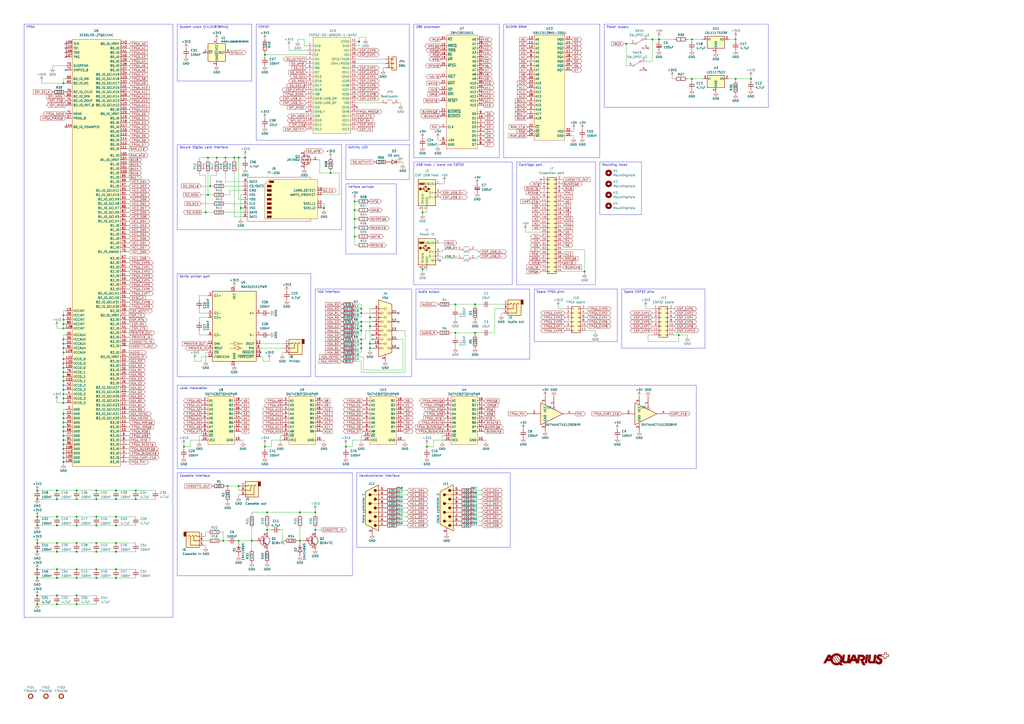
<source format=kicad_sch>
(kicad_sch (version 20230121) (generator eeschema)
  (paper "A2")
  (title_block (title "Aquarius+") (date "2023-06-07") (rev "2") (company "Designed by Frank van den Hoef"))
  (junction (at 214.63 199.39))
  (junction (at 363.22 25.4))
  (junction (at 121.92 107.95))
  (junction (at 21.59 299.72))
  (junction (at 36.83 233.68))
  (junction (at 138.43 91.44))
  (junction (at 138.43 281.94))
  (junction (at 36.83 242.57))
  (junction (at 247.65 259.08))
  (junction (at 36.83 247.65))
  (junction (at 67.31 304.8))
  (junction (at 55.88 320.04))
  (junction (at 33.02 289.56))
  (junction (at 209.55 179.07))
  (junction (at 209.55 199.39))
  (junction (at 393.7 194.31))
  (junction (at 36.83 267.97))
  (junction (at 55.88 299.72))
  (junction (at 264.16 193.04))
  (junction (at 187.96 120.65))
  (junction (at 119.38 123.19))
  (junction (at 36.83 196.85))
  (junction (at 209.55 189.23))
  (junction (at 78.74 289.56))
  (junction (at 67.31 320.04))
  (junction (at 245.11 156.21))
  (junction (at 130.81 91.44))
  (junction (at 191.77 100.33))
  (junction (at 214.63 184.15))
  (junction (at 120.65 91.44))
  (junction (at 33.02 345.44))
  (junction (at 55.88 289.56))
  (junction (at 67.31 335.28))
  (junction (at 36.83 220.98))
  (junction (at 208.28 24.13))
  (junction (at 44.45 330.2))
  (junction (at 36.83 199.39))
  (junction (at 55.88 284.48))
  (junction (at 182.88 307.34))
  (junction (at 36.83 204.47))
  (junction (at 44.45 314.96))
  (junction (at 138.43 313.69))
  (junction (at 142.24 91.44))
  (junction (at 153.67 259.08))
  (junction (at 36.83 226.06))
  (junction (at 209.55 186.69))
  (junction (at 44.45 345.44))
  (junction (at 125.73 91.44))
  (junction (at 209.55 191.77))
  (junction (at 36.83 265.43))
  (junction (at 173.99 313.69))
  (junction (at 67.31 289.56))
  (junction (at 36.83 250.19))
  (junction (at 426.72 45.72))
  (junction (at 135.89 91.44))
  (junction (at 21.59 350.52))
  (junction (at 67.31 284.48))
  (junction (at 21.59 320.04))
  (junction (at 55.88 330.2))
  (junction (at 55.88 335.28))
  (junction (at 275.59 176.53))
  (junction (at 36.83 218.44))
  (junction (at 36.83 231.14))
  (junction (at 275.59 193.04))
  (junction (at 33.02 350.52))
  (junction (at 36.83 240.03))
  (junction (at 36.83 255.27))
  (junction (at 245.11 123.19))
  (junction (at 33.02 304.8))
  (junction (at 33.02 320.04))
  (junction (at 182.88 297.18))
  (junction (at 173.99 297.18))
  (junction (at 132.08 281.94))
  (junction (at 36.83 257.81))
  (junction (at 209.55 196.85))
  (junction (at 205.74 116.84))
  (junction (at 36.83 262.89))
  (junction (at 44.45 320.04))
  (junction (at 36.83 252.73))
  (junction (at 153.67 31.75))
  (junction (at 401.32 22.86))
  (junction (at 67.31 330.2))
  (junction (at 36.83 215.9))
  (junction (at 33.02 314.96))
  (junction (at 205.74 127))
  (junction (at 139.7 120.65))
  (junction (at 378.46 22.86))
  (junction (at 36.83 245.11))
  (junction (at 205.74 132.08))
  (junction (at 36.83 260.35))
  (junction (at 36.83 210.82))
  (junction (at 33.02 284.48))
  (junction (at 154.94 307.34))
  (junction (at 435.61 45.72))
  (junction (at 36.83 208.28))
  (junction (at 67.31 299.72))
  (junction (at 21.59 345.44))
  (junction (at 129.54 313.69))
  (junction (at 33.02 330.2))
  (junction (at 106.68 259.08))
  (junction (at 44.45 289.56))
  (junction (at 44.45 350.52))
  (junction (at 205.74 121.92))
  (junction (at 33.02 299.72))
  (junction (at 44.45 304.8))
  (junction (at 36.83 223.52))
  (junction (at 120.65 113.03))
  (junction (at 209.55 181.61))
  (junction (at 36.83 213.36))
  (junction (at 36.83 182.88))
  (junction (at 339.09 157.48))
  (junction (at 44.45 299.72))
  (junction (at 382.27 22.86))
  (junction (at 36.83 185.42))
  (junction (at 36.83 228.6))
  (junction (at 44.45 335.28))
  (junction (at 21.59 314.96))
  (junction (at 214.63 189.23))
  (junction (at 67.31 314.96))
  (junction (at 33.02 335.28))
  (junction (at 36.83 190.5))
  (junction (at 78.74 284.48))
  (junction (at 146.05 313.69))
  (junction (at 21.59 304.8))
  (junction (at 36.83 201.93))
  (junction (at 21.59 335.28))
  (junction (at 200.66 259.08))
  (junction (at 55.88 304.8))
  (junction (at 205.74 137.16))
  (junction (at 401.32 45.72))
  (junction (at 36.83 187.96))
  (junction (at 21.59 289.56))
  (junction (at 209.55 201.93))
  (junction (at 426.72 22.86))
  (junction (at 264.16 176.53))
  (junction (at 44.45 284.48))
  (junction (at 21.59 284.48))
  (junction (at 21.59 330.2))
  (junction (at 55.88 314.96))
  (junction (at 154.94 297.18))
  (junction (at 36.83 48.26))
  (junction (at 214.63 201.93))
  (no_connect (at 118.11 30.48))
  (no_connect (at 38.1 27.94))
  (no_connect (at 38.1 40.64))
  (no_connect (at 375.92 27.94))
  (no_connect (at 374.65 40.64))
  (no_connect (at 207.01 62.23))
  (no_connect (at 255.27 151.13))
  (no_connect (at 38.1 33.02))
  (no_connect (at 313.69 104.14))
  (no_connect (at 38.1 73.66))
  (no_connect (at 151.13 204.47))
  (no_connect (at 177.8 64.77))
  (no_connect (at 38.1 30.48))
  (no_connect (at 231.14 201.93))
  (no_connect (at 231.14 181.61))
  (no_connect (at 231.14 186.69))
  (no_connect (at 215.9 194.31))
  (no_connect (at 215.9 196.85))
  (no_connect (at 38.1 25.4))
  (wire (pts (xy 209.55 184.15) (xy 205.74 184.15)))
  (wire (pts (xy 261.62 193.04) (xy 264.16 193.04)))
  (polyline (pts (xy 292.1 91.44) (xy 347.98 91.44)) (stroke (width 0) (type solid)))
  (polyline (pts (xy 102.87 334.01) (xy 204.47 334.01)) (stroke (width 0) (type solid)))
  (wire (pts (xy 214.63 199.39) (xy 215.9 199.39)))
  (wire (pts (xy 44.45 330.2) (xy 55.88 330.2)))
  (polyline (pts (xy 102.87 274.32) (xy 102.87 334.01)) (stroke (width 0) (type solid)))
  (wire (pts (xy 256.54 149.86) (xy 265.43 149.86)))
  (wire (pts (xy 331.47 76.2) (xy 332.74 76.2)))
  (wire (pts (xy 73.66 78.74) (xy 74.93 78.74)))
  (wire (pts (xy 207.01 59.69) (xy 220.98 59.69)))
  (wire (pts (xy 205.74 127) (xy 205.74 132.08)))
  (wire (pts (xy 36.83 228.6) (xy 36.83 231.14)))
  (wire (pts (xy 73.66 73.66) (xy 74.93 73.66)))
  (polyline (pts (xy 360.68 201.93) (xy 408.94 201.93)) (stroke (width 0) (type solid)))
  (wire (pts (xy 128.27 313.69) (xy 129.54 313.69)))
  (wire (pts (xy 205.74 201.93) (xy 209.55 201.93)))
  (wire (pts (xy 212.09 21.59) (xy 212.09 22.86)))
  (wire (pts (xy 36.83 215.9) (xy 36.83 218.44)))
  (wire (pts (xy 33.02 335.28) (xy 44.45 335.28)))
  (wire (pts (xy 125.73 91.44) (xy 125.73 92.71)))
  (polyline (pts (xy 102.87 218.44) (xy 180.34 218.44)) (stroke (width 0) (type solid)))
  (wire (pts (xy 215.9 179.07) (xy 214.63 179.07)))
  (wire (pts (xy 279.4 289.56) (xy 274.32 289.56)))
  (wire (pts (xy 153.67 259.08) (xy 153.67 257.81)))
  (wire (pts (xy 110.49 259.08) (xy 106.68 259.08)))
  (wire (pts (xy 116.84 123.19) (xy 119.38 123.19)))
  (wire (pts (xy 391.16 194.31) (xy 393.7 194.31)))
  (wire (pts (xy 177.8 87.63) (xy 176.53 87.63)))
  (wire (pts (xy 187.96 118.11) (xy 187.96 120.65)))
  (wire (pts (xy 73.66 154.94) (xy 74.93 154.94)))
  (wire (pts (xy 339.09 144.78) (xy 339.09 157.48)))
  (wire (pts (xy 44.45 335.28) (xy 55.88 335.28)))
  (wire (pts (xy 393.7 198.12) (xy 393.7 194.31)))
  (wire (pts (xy 247.65 259.08) (xy 247.65 260.35)))
  (wire (pts (xy 67.31 299.72) (xy 78.74 299.72)))
  (wire (pts (xy 36.83 237.49) (xy 38.1 237.49)))
  (wire (pts (xy 36.83 223.52) (xy 38.1 223.52)))
  (wire (pts (xy 290.83 182.88) (xy 290.83 181.61)))
  (polyline (pts (xy 198.12 83.82) (xy 198.12 133.35)) (stroke (width 0) (type solid)))
  (polyline (pts (xy 350.52 62.23) (xy 445.77 62.23)) (stroke (width 0) (type solid)))
  (wire (pts (xy 120.65 204.47) (xy 119.38 204.47)))
  (wire (pts (xy 401.32 22.86) (xy 401.32 24.13)))
  (wire (pts (xy 36.83 196.85) (xy 36.83 199.39)))
  (wire (pts (xy 123.19 107.95) (xy 121.92 107.95)))
  (polyline (pts (xy 148.59 81.28) (xy 237.49 81.28)) (stroke (width 0) (type solid)))
  (wire (pts (xy 205.74 116.84) (xy 207.01 116.84)))
  (wire (pts (xy 276.86 146.05) (xy 278.13 146.05)))
  (wire (pts (xy 251.46 255.27) (xy 251.46 259.08)))
  (wire (pts (xy 233.68 95.25) (xy 233.68 93.98)))
  (wire (pts (xy 73.66 48.26) (xy 74.93 48.26)))
  (wire (pts (xy 138.43 91.44) (xy 142.24 91.44)))
  (wire (pts (xy 422.91 22.86) (xy 426.72 22.86)))
  (wire (pts (xy 245.11 123.19) (xy 245.11 124.46)))
  (wire (pts (xy 210.82 255.27) (xy 204.47 255.27)))
  (wire (pts (xy 120.65 181.61) (xy 115.57 181.61)))
  (polyline (pts (xy 241.3 167.64) (xy 241.3 208.28)) (stroke (width 0) (type solid)))
  (wire (pts (xy 133.35 110.49) (xy 133.35 113.03)))
  (wire (pts (xy 36.83 252.73) (xy 36.83 255.27)))
  (wire (pts (xy 38.1 194.31) (xy 36.83 194.31)))
  (wire (pts (xy 36.83 182.88) (xy 38.1 182.88)))
  (polyline (pts (xy 13.97 358.14) (xy 100.33 358.14)) (stroke (width 0) (type solid)))
  (wire (pts (xy 236.22 289.56) (xy 231.14 289.56)))
  (wire (pts (xy 256.54 146.05) (xy 256.54 144.78)))
  (polyline (pts (xy 200.66 104.14) (xy 237.49 104.14)) (stroke (width 0) (type solid)))
  (wire (pts (xy 176.53 22.86) (xy 176.53 26.67)))
  (wire (pts (xy 24.13 46.99) (xy 24.13 48.26)))
  (wire (pts (xy 264.16 201.93) (xy 264.16 200.66)))
  (wire (pts (xy 182.88 307.34) (xy 186.69 307.34)))
  (wire (pts (xy 73.66 100.33) (xy 74.93 100.33)))
  (wire (pts (xy 73.66 252.73) (xy 74.93 252.73)))
  (wire (pts (xy 73.66 118.11) (xy 74.93 118.11)))
  (wire (pts (xy 130.81 281.94) (xy 132.08 281.94)))
  (wire (pts (xy 401.32 45.72) (xy 407.67 45.72)))
  (wire (pts (xy 323.85 179.07) (xy 327.66 179.07)))
  (wire (pts (xy 426.72 45.72) (xy 426.72 46.99)))
  (wire (pts (xy 36.83 228.6) (xy 38.1 228.6)))
  (wire (pts (xy 398.78 45.72) (xy 401.32 45.72)))
  (wire (pts (xy 73.66 102.87) (xy 74.93 102.87)))
  (polyline (pts (xy 358.14 167.64) (xy 358.14 198.12)) (stroke (width 0) (type solid)))
  (polyline (pts (xy 102.87 83.82) (xy 198.12 83.82)) (stroke (width 0) (type solid)))
  (wire (pts (xy 73.66 165.1) (xy 74.93 165.1)))
  (wire (pts (xy 36.83 196.85) (xy 38.1 196.85)))
  (wire (pts (xy 275.59 176.53) (xy 279.4 176.53)))
  (wire (pts (xy 231.14 191.77) (xy 234.95 191.77)))
  (wire (pts (xy 172.72 22.86) (xy 176.53 22.86)))
  (wire (pts (xy 182.88 307.34) (xy 182.88 308.61)))
  (wire (pts (xy 120.65 100.33) (xy 120.65 113.03)))
  (wire (pts (xy 375.92 194.31) (xy 375.92 198.12)))
  (wire (pts (xy 44.45 314.96) (xy 55.88 314.96)))
  (wire (pts (xy 209.55 196.85) (xy 209.55 199.39)))
  (wire (pts (xy 73.66 55.88) (xy 74.93 55.88)))
  (polyline (pts (xy 182.88 167.64) (xy 238.76 167.64)) (stroke (width 0) (type solid)))
  (wire (pts (xy 231.14 196.85) (xy 233.68 196.85)))
  (wire (pts (xy 264.16 176.53) (xy 275.59 176.53)))
  (wire (pts (xy 33.02 304.8) (xy 44.45 304.8)))
  (polyline (pts (xy 102.87 13.97) (xy 102.87 46.99)) (stroke (width 0) (type solid)))
  (wire (pts (xy 116.84 207.01) (xy 120.65 207.01)))
  (wire (pts (xy 73.66 107.95) (xy 74.93 107.95)))
  (wire (pts (xy 115.57 101.6) (xy 115.57 100.33)))
  (wire (pts (xy 209.55 194.31) (xy 205.74 194.31)))
  (wire (pts (xy 119.38 308.61) (xy 120.65 308.61)))
  (wire (pts (xy 233.68 214.63) (xy 210.82 214.63)))
  (wire (pts (xy 36.83 187.96) (xy 38.1 187.96)))
  (polyline (pts (xy 238.76 167.64) (xy 238.76 218.44)) (stroke (width 0) (type solid)))
  (wire (pts (xy 284.48 176.53) (xy 292.1 176.53)))
  (wire (pts (xy 73.66 128.27) (xy 74.93 128.27)))
  (wire (pts (xy 153.67 30.48) (xy 153.67 31.75)))
  (wire (pts (xy 163.83 313.69) (xy 163.83 307.34)))
  (wire (pts (xy 146.05 306.07) (xy 146.05 313.69)))
  (wire (pts (xy 138.43 281.94) (xy 138.43 284.48)))
  (wire (pts (xy 21.59 314.96) (xy 33.02 314.96)))
  (polyline (pts (xy 102.87 13.97) (xy 146.05 13.97)) (stroke (width 0) (type solid)))
  (wire (pts (xy 173.99 313.69) (xy 173.99 314.96)))
  (wire (pts (xy 21.59 320.04) (xy 33.02 320.04)))
  (wire (pts (xy 130.81 105.41) (xy 130.81 100.33)))
  (wire (pts (xy 116.84 255.27) (xy 110.49 255.27)))
  (wire (pts (xy 204.47 259.08) (xy 200.66 259.08)))
  (wire (pts (xy 36.83 255.27) (xy 38.1 255.27)))
  (wire (pts (xy 73.66 86.36) (xy 74.93 86.36)))
  (wire (pts (xy 200.66 259.08) (xy 200.66 260.35)))
  (wire (pts (xy 21.59 330.2) (xy 33.02 330.2)))
  (polyline (pts (xy 102.87 158.75) (xy 180.34 158.75)) (stroke (width 0) (type solid)))
  (wire (pts (xy 36.83 242.57) (xy 38.1 242.57)))
  (wire (pts (xy 153.67 31.75) (xy 177.8 31.75)))
  (wire (pts (xy 33.02 284.48) (xy 44.45 284.48)))
  (wire (pts (xy 121.92 101.6) (xy 125.73 101.6)))
  (wire (pts (xy 255.27 146.05) (xy 256.54 146.05)))
  (wire (pts (xy 255.27 83.82) (xy 254 83.82)))
  (wire (pts (xy 36.83 242.57) (xy 36.83 245.11)))
  (wire (pts (xy 207.01 24.13) (xy 208.28 24.13)))
  (wire (pts (xy 36.83 48.26) (xy 38.1 48.26)))
  (wire (pts (xy 378.46 22.86) (xy 378.46 35.56)))
  (wire (pts (xy 426.72 45.72) (xy 435.61 45.72)))
  (wire (pts (xy 67.31 320.04) (xy 78.74 320.04)))
  (wire (pts (xy 279.4 299.72) (xy 274.32 299.72)))
  (wire (pts (xy 435.61 45.72) (xy 435.61 46.99)))
  (wire (pts (xy 326.39 144.78) (xy 339.09 144.78)))
  (wire (pts (xy 36.83 267.97) (xy 38.1 267.97)))
  (wire (pts (xy 208.28 21.59) (xy 212.09 21.59)))
  (polyline (pts (xy 240.03 13.97) (xy 289.56 13.97)) (stroke (width 0) (type solid)))
  (wire (pts (xy 21.59 304.8) (xy 33.02 304.8)))
  (wire (pts (xy 21.59 350.52) (xy 33.02 350.52)))
  (wire (pts (xy 207.01 142.24) (xy 205.74 142.24)))
  (wire (pts (xy 73.66 68.58) (xy 74.93 68.58)))
  (wire (pts (xy 36.83 265.43) (xy 38.1 265.43)))
  (wire (pts (xy 73.66 167.64) (xy 74.93 167.64)))
  (polyline (pts (xy 240.03 93.98) (xy 297.18 93.98)) (stroke (width 0) (type solid)))
  (polyline (pts (xy 307.34 167.64) (xy 307.34 208.28)) (stroke (width 0) (type solid)))
  (wire (pts (xy 36.83 231.14) (xy 36.83 233.68)))
  (wire (pts (xy 36.83 48.26) (xy 24.13 48.26)))
  (wire (pts (xy 73.66 92.71) (xy 74.93 92.71)))
  (polyline (pts (xy 13.97 13.97) (xy 13.97 358.14)) (stroke (width 0) (type solid)))
  (wire (pts (xy 140.97 105.41) (xy 130.81 105.41)))
  (wire (pts (xy 73.66 198.12) (xy 74.93 198.12)))
  (wire (pts (xy 234.95 255.27) (xy 234.95 256.54)))
  (wire (pts (xy 21.59 345.44) (xy 33.02 345.44)))
  (wire (pts (xy 276.86 148.59) (xy 278.13 148.59)))
  (polyline (pts (xy 292.1 13.97) (xy 292.1 91.44)) (stroke (width 0) (type solid)))
  (wire (pts (xy 73.66 25.4) (xy 74.93 25.4)))
  (wire (pts (xy 116.84 113.03) (xy 120.65 113.03)))
  (wire (pts (xy 73.66 157.48) (xy 74.93 157.48)))
  (wire (pts (xy 121.92 107.95) (xy 121.92 101.6)))
  (wire (pts (xy 255.27 140.97) (xy 257.81 140.97)))
  (wire (pts (xy 73.66 207.01) (xy 74.93 207.01)))
  (polyline (pts (xy 347.98 93.98) (xy 372.11 93.98)) (stroke (width 0) (type solid)))
  (polyline (pts (xy 204.47 274.32) (xy 204.47 334.01)) (stroke (width 0) (type solid)))
  (wire (pts (xy 209.55 186.69) (xy 215.9 186.69)))
  (wire (pts (xy 157.48 255.27) (xy 157.48 259.08)))
  (wire (pts (xy 73.66 45.72) (xy 74.93 45.72)))
  (wire (pts (xy 152.4 209.55) (xy 156.21 209.55)))
  (wire (pts (xy 236.22 292.1) (xy 231.14 292.1)))
  (wire (pts (xy 173.99 297.18) (xy 182.88 297.18)))
  (polyline (pts (xy 360.68 167.64) (xy 408.94 167.64)) (stroke (width 0) (type solid)))
  (wire (pts (xy 382.27 22.86) (xy 391.16 22.86)))
  (wire (pts (xy 36.83 255.27) (xy 36.83 257.81)))
  (wire (pts (xy 36.83 199.39) (xy 38.1 199.39)))
  (wire (pts (xy 36.83 204.47) (xy 36.83 208.28)))
  (wire (pts (xy 78.74 284.48) (xy 90.17 284.48)))
  (wire (pts (xy 287.02 193.04) (xy 287.02 179.07)))
  (wire (pts (xy 73.66 222.25) (xy 74.93 222.25)))
  (wire (pts (xy 137.16 313.69) (xy 138.43 313.69)))
  (wire (pts (xy 73.66 149.86) (xy 74.93 149.86)))
  (wire (pts (xy 55.88 289.56) (xy 67.31 289.56)))
  (wire (pts (xy 209.55 176.53) (xy 209.55 179.07)))
  (wire (pts (xy 73.66 97.79) (xy 74.93 97.79)))
  (wire (pts (xy 153.67 31.75) (xy 153.67 33.02)))
  (wire (pts (xy 140.97 113.03) (xy 139.7 113.03)))
  (wire (pts (xy 73.66 250.19) (xy 74.93 250.19)))
  (wire (pts (xy 255.27 148.59) (xy 256.54 148.59)))
  (wire (pts (xy 223.52 39.37) (xy 222.25 39.37)))
  (wire (pts (xy 142.24 91.44) (xy 142.24 92.71)))
  (wire (pts (xy 133.35 113.03) (xy 130.81 113.03)))
  (wire (pts (xy 55.88 320.04) (xy 67.31 320.04)))
  (wire (pts (xy 153.67 259.08) (xy 153.67 260.35)))
  (polyline (pts (xy 102.87 274.32) (xy 204.47 274.32)) (stroke (width 0) (type solid)))
  (wire (pts (xy 135.89 125.73) (xy 140.97 125.73)))
  (wire (pts (xy 146.05 298.45) (xy 146.05 297.18)))
  (polyline (pts (xy 102.87 223.52) (xy 403.86 223.52)) (stroke (width 0) (type solid)))
  (wire (pts (xy 236.22 299.72) (xy 231.14 299.72)))
  (wire (pts (xy 38.1 215.9) (xy 36.83 215.9)))
  (wire (pts (xy 67.31 289.56) (xy 78.74 289.56)))
  (wire (pts (xy 73.66 135.89) (xy 74.93 135.89)))
  (wire (pts (xy 191.77 100.33) (xy 185.42 100.33)))
  (wire (pts (xy 234.95 215.9) (xy 209.55 215.9)))
  (wire (pts (xy 256.54 144.78) (xy 265.43 144.78)))
  (polyline (pts (xy 102.87 223.52) (xy 102.87 271.78)) (stroke (width 0) (type solid)))
  (wire (pts (xy 205.74 132.08) (xy 205.74 137.16)))
  (wire (pts (xy 196.85 100.33) (xy 191.77 100.33)))
  (wire (pts (xy 254 83.82) (xy 254 85.09)))
  (wire (pts (xy 426.72 22.86) (xy 426.72 24.13)))
  (polyline (pts (xy 200.66 106.68) (xy 200.66 147.32)) (stroke (width 0) (type solid)))
  (wire (pts (xy 115.57 184.15) (xy 120.65 184.15)))
  (wire (pts (xy 36.83 250.19) (xy 38.1 250.19)))
  (wire (pts (xy 209.55 179.07) (xy 209.55 181.61)))
  (wire (pts (xy 247.65 121.92) (xy 247.65 123.19)))
  (wire (pts (xy 401.32 22.86) (xy 407.67 22.86)))
  (wire (pts (xy 139.7 113.03) (xy 139.7 120.65)))
  (wire (pts (xy 279.4 297.18) (xy 274.32 297.18)))
  (wire (pts (xy 142.24 90.17) (xy 142.24 91.44)))
  (wire (pts (xy 323.85 177.8) (xy 323.85 179.07)))
  (wire (pts (xy 251.46 259.08) (xy 247.65 259.08)))
  (wire (pts (xy 130.81 91.44) (xy 135.89 91.44)))
  (wire (pts (xy 154.94 307.34) (xy 157.48 307.34)))
  (wire (pts (xy 73.66 125.73) (xy 74.93 125.73)))
  (wire (pts (xy 73.66 105.41) (xy 74.93 105.41)))
  (wire (pts (xy 44.45 284.48) (xy 55.88 284.48)))
  (wire (pts (xy 119.38 204.47) (xy 119.38 209.55)))
  (wire (pts (xy 73.66 40.64) (xy 74.93 40.64)))
  (wire (pts (xy 200.66 259.08) (xy 200.66 257.81)))
  (polyline (pts (xy 347.98 13.97) (xy 347.98 91.44)) (stroke (width 0) (type solid)))
  (wire (pts (xy 36.83 218.44) (xy 38.1 218.44)))
  (wire (pts (xy 36.83 247.65) (xy 36.83 250.19)))
  (wire (pts (xy 118.11 311.15) (xy 119.38 311.15)))
  (wire (pts (xy 73.66 187.96) (xy 74.93 187.96)))
  (wire (pts (xy 73.66 267.97) (xy 74.93 267.97)))
  (wire (pts (xy 245.11 123.19) (xy 247.65 123.19)))
  (wire (pts (xy 120.65 91.44) (xy 120.65 92.71)))
  (wire (pts (xy 140.97 110.49) (xy 133.35 110.49)))
  (wire (pts (xy 209.55 181.61) (xy 209.55 184.15)))
  (wire (pts (xy 247.65 259.08) (xy 247.65 257.81)))
  (polyline (pts (xy 403.86 223.52) (xy 403.86 271.78)) (stroke (width 0) (type solid)))
  (wire (pts (xy 361.95 25.4) (xy 363.22 25.4)))
  (polyline (pts (xy 347.98 93.98) (xy 347.98 124.46)) (stroke (width 0) (type solid)))
  (wire (pts (xy 209.55 201.93) (xy 209.55 204.47)))
  (wire (pts (xy 245.11 156.21) (xy 245.11 157.48)))
  (wire (pts (xy 73.66 60.96) (xy 74.93 60.96)))
  (wire (pts (xy 212.09 196.85) (xy 209.55 196.85)))
  (wire (pts (xy 36.83 190.5) (xy 36.83 187.96)))
  (wire (pts (xy 209.55 209.55) (xy 205.74 209.55)))
  (polyline (pts (xy 13.97 13.97) (xy 100.33 13.97)) (stroke (width 0) (type solid)))
  (wire (pts (xy 74.93 172.72) (xy 73.66 172.72)))
  (polyline (pts (xy 237.49 13.97) (xy 237.49 81.28)) (stroke (width 0) (type solid)))
  (wire (pts (xy 38.1 213.36) (xy 36.83 213.36)))
  (wire (pts (xy 73.66 175.26) (xy 74.93 175.26)))
  (wire (pts (xy 118.11 316.23) (xy 119.38 316.23)))
  (polyline (pts (xy 299.72 93.98) (xy 299.72 165.1)) (stroke (width 0) (type solid)))
  (wire (pts (xy 73.66 133.35) (xy 74.93 133.35)))
  (wire (pts (xy 205.74 199.39) (xy 209.55 199.39)))
  (wire (pts (xy 33.02 289.56) (xy 44.45 289.56)))
  (wire (pts (xy 182.88 297.18) (xy 182.88 298.45)))
  (polyline (pts (xy 350.52 13.97) (xy 350.52 62.23)) (stroke (width 0) (type solid)))
  (wire (pts (xy 187.96 120.65) (xy 187.96 121.92)))
  (wire (pts (xy 245.11 156.21) (xy 247.65 156.21)))
  (wire (pts (xy 36.83 185.42) (xy 36.83 182.88)))
  (wire (pts (xy 44.45 345.44) (xy 55.88 345.44)))
  (wire (pts (xy 73.66 237.49) (xy 74.93 237.49)))
  (wire (pts (xy 73.66 217.17) (xy 74.93 217.17)))
  (wire (pts (xy 214.63 199.39) (xy 214.63 201.93)))
  (wire (pts (xy 73.66 38.1) (xy 74.93 38.1)))
  (wire (pts (xy 73.66 27.94) (xy 74.93 27.94)))
  (wire (pts (xy 73.66 160.02) (xy 74.93 160.02)))
  (wire (pts (xy 287.02 179.07) (xy 292.1 179.07)))
  (wire (pts (xy 186.69 118.11) (xy 187.96 118.11)))
  (wire (pts (xy 156.21 208.28) (xy 156.21 209.55)))
  (wire (pts (xy 275.59 144.78) (xy 276.86 144.78)))
  (wire (pts (xy 30.48 38.1) (xy 30.48 39.37)))
  (wire (pts (xy 165.1 313.69) (xy 163.83 313.69)))
  (wire (pts (xy 73.66 66.04) (xy 74.93 66.04)))
  (wire (pts (xy 73.66 146.05) (xy 74.93 146.05)))
  (wire (pts (xy 73.66 245.11) (xy 74.93 245.11)))
  (polyline (pts (xy 146.05 13.97) (xy 146.05 46.99)) (stroke (width 0) (type solid)))
  (polyline (pts (xy 445.77 13.97) (xy 445.77 62.23)) (stroke (width 0) (type solid)))
  (polyline (pts (xy 102.87 271.78) (xy 403.86 271.78)) (stroke (width 0) (type solid)))
  (wire (pts (xy 33.02 330.2) (xy 44.45 330.2)))
  (wire (pts (xy 73.66 63.5) (xy 74.93 63.5)))
  (wire (pts (xy 214.63 184.15) (xy 214.63 189.23)))
  (wire (pts (xy 21.59 284.48) (xy 33.02 284.48)))
  (wire (pts (xy 154.94 297.18) (xy 154.94 298.45)))
  (wire (pts (xy 182.88 295.91) (xy 182.88 297.18)))
  (wire (pts (xy 73.66 195.58) (xy 74.93 195.58)))
  (wire (pts (xy 154.94 297.18) (xy 173.99 297.18)))
  (wire (pts (xy 222.25 39.37) (xy 222.25 40.64)))
  (wire (pts (xy 139.7 287.02) (xy 138.43 287.02)))
  (wire (pts (xy 36.83 262.89) (xy 38.1 262.89)))
  (wire (pts (xy 36.83 180.34) (xy 36.83 182.88)))
  (polyline (pts (xy 200.66 83.82) (xy 237.49 83.82)) (stroke (width 0) (type solid)))
  (wire (pts (xy 205.74 189.23) (xy 209.55 189.23)))
  (wire (pts (xy 279.4 302.26) (xy 274.32 302.26)))
  (wire (pts (xy 162.56 307.34) (xy 163.83 307.34)))
  (wire (pts (xy 73.66 35.56) (xy 74.93 35.56)))
  (wire (pts (xy 279.4 292.1) (xy 274.32 292.1)))
  (wire (pts (xy 205.74 196.85) (xy 209.55 196.85)))
  (wire (pts (xy 36.83 199.39) (xy 36.83 201.93)))
  (wire (pts (xy 36.83 220.98) (xy 36.83 223.52)))
  (wire (pts (xy 257.81 255.27) (xy 251.46 255.27)))
  (wire (pts (xy 209.55 191.77) (xy 209.55 194.31)))
  (wire (pts (xy 129.54 308.61) (xy 129.54 313.69)))
  (polyline (pts (xy 200.66 147.32) (xy 229.87 147.32)) (stroke (width 0) (type solid)))
  (wire (pts (xy 36.83 240.03) (xy 38.1 240.03)))
  (polyline (pts (xy 240.03 165.1) (xy 297.18 165.1)) (stroke (width 0) (type solid)))
  (wire (pts (xy 73.66 247.65) (xy 74.93 247.65)))
  (wire (pts (xy 36.83 204.47) (xy 38.1 204.47)))
  (wire (pts (xy 36.83 213.36) (xy 36.83 215.9)))
  (wire (pts (xy 73.66 212.09) (xy 74.93 212.09)))
  (wire (pts (xy 245.11 121.92) (xy 245.11 123.19)))
  (wire (pts (xy 36.83 250.19) (xy 36.83 252.73)))
  (wire (pts (xy 73.66 260.35) (xy 74.93 260.35)))
  (wire (pts (xy 36.83 257.81) (xy 36.83 260.35)))
  (wire (pts (xy 73.66 162.56) (xy 74.93 162.56)))
  (wire (pts (xy 205.74 115.57) (xy 205.74 116.84)))
  (wire (pts (xy 116.84 118.11) (xy 123.19 118.11)))
  (wire (pts (xy 276.86 149.86) (xy 276.86 148.59)))
  (polyline (pts (xy 240.03 91.44) (xy 289.56 91.44)) (stroke (width 0) (type solid)))
  (wire (pts (xy 36.83 262.89) (xy 36.83 265.43)))
  (wire (pts (xy 73.66 227.33) (xy 74.93 227.33)))
  (wire (pts (xy 146.05 313.69) (xy 147.32 313.69)))
  (wire (pts (xy 191.77 99.06) (xy 191.77 100.33)))
  (wire (pts (xy 106.68 259.08) (xy 106.68 257.81)))
  (wire (pts (xy 67.31 304.8) (xy 78.74 304.8)))
  (polyline (pts (xy 297.18 93.98) (xy 297.18 165.1)) (stroke (width 0) (type solid)))
  (wire (pts (xy 120.65 194.31) (xy 115.57 194.31)))
  (wire (pts (xy 274.32 304.8) (xy 279.4 304.8)))
  (wire (pts (xy 254 81.28) (xy 255.27 81.28)))
  (wire (pts (xy 130.81 91.44) (xy 130.81 92.71)))
  (wire (pts (xy 73.66 229.87) (xy 74.93 229.87)))
  (polyline (pts (xy 102.87 158.75) (xy 102.87 218.44)) (stroke (width 0) (type solid)))
  (wire (pts (xy 33.02 232.41) (xy 33.02 233.68)))
  (wire (pts (xy 214.63 189.23) (xy 214.63 199.39)))
  (wire (pts (xy 138.43 287.02) (xy 138.43 288.29)))
  (wire (pts (xy 55.88 304.8) (xy 67.31 304.8)))
  (polyline (pts (xy 289.56 13.97) (xy 289.56 91.44)) (stroke (width 0) (type solid)))
  (wire (pts (xy 281.94 255.27) (xy 281.94 256.54)))
  (wire (pts (xy 73.66 71.12) (xy 74.93 71.12)))
  (wire (pts (xy 157.48 259.08) (xy 153.67 259.08)))
  (wire (pts (xy 38.1 190.5) (xy 36.83 190.5)))
  (wire (pts (xy 151.13 201.93) (xy 165.1 201.93)))
  (wire (pts (xy 73.66 152.4) (xy 74.93 152.4)))
  (wire (pts (xy 210.82 214.63) (xy 210.82 207.01)))
  (wire (pts (xy 187.96 255.27) (xy 187.96 256.54)))
  (wire (pts (xy 73.66 200.66) (xy 74.93 200.66)))
  (wire (pts (xy 33.02 350.52) (xy 44.45 350.52)))
  (wire (pts (xy 55.88 330.2) (xy 67.31 330.2)))
  (wire (pts (xy 38.1 245.11) (xy 36.83 245.11)))
  (wire (pts (xy 236.22 287.02) (xy 231.14 287.02)))
  (wire (pts (xy 177.8 29.21) (xy 167.64 29.21)))
  (wire (pts (xy 393.7 194.31) (xy 398.78 194.31)))
  (wire (pts (xy 115.57 91.44) (xy 120.65 91.44)))
  (wire (pts (xy 73.66 115.57) (xy 74.93 115.57)))
  (wire (pts (xy 73.66 43.18) (xy 74.93 43.18)))
  (wire (pts (xy 55.88 335.28) (xy 67.31 335.28)))
  (wire (pts (xy 185.42 92.71) (xy 185.42 100.33)))
  (wire (pts (xy 73.66 180.34) (xy 74.93 180.34)))
  (wire (pts (xy 73.66 224.79) (xy 74.93 224.79)))
  (wire (pts (xy 374.65 177.8) (xy 374.65 179.07)))
  (wire (pts (xy 44.45 304.8) (xy 55.88 304.8)))
  (wire (pts (xy 73.66 219.71) (xy 74.93 219.71)))
  (wire (pts (xy 378.46 194.31) (xy 375.92 194.31)))
  (wire (pts (xy 378.46 22.86) (xy 382.27 22.86)))
  (wire (pts (xy 214.63 201.93) (xy 214.63 203.2)))
  (wire (pts (xy 21.59 289.56) (xy 33.02 289.56)))
  (polyline (pts (xy 148.59 13.97) (xy 237.49 13.97)) (stroke (width 0) (type solid)))
  (wire (pts (xy 73.66 90.17) (xy 74.93 90.17)))
  (wire (pts (xy 207.01 137.16) (xy 205.74 137.16)))
  (wire (pts (xy 365.76 25.4) (xy 363.22 25.4)))
  (wire (pts (xy 106.68 259.08) (xy 106.68 260.35)))
  (wire (pts (xy 44.45 320.04) (xy 55.88 320.04)))
  (wire (pts (xy 116.84 252.73) (xy 115.57 252.73)))
  (wire (pts (xy 115.57 171.45) (xy 120.65 171.45)))
  (wire (pts (xy 73.66 209.55) (xy 74.93 209.55)))
  (wire (pts (xy 73.66 143.51) (xy 74.93 143.51)))
  (polyline (pts (xy 200.66 83.82) (xy 200.66 104.14)) (stroke (width 0) (type solid)))
  (wire (pts (xy 209.55 215.9) (xy 209.55 209.55)))
  (wire (pts (xy 119.38 101.6) (xy 115.57 101.6)))
  (polyline (pts (xy 309.88 167.64) (xy 309.88 198.12)) (stroke (width 0) (type solid)))
  (polyline (pts (xy 309.88 198.12) (xy 358.14 198.12)) (stroke (width 0) (type solid)))
  (wire (pts (xy 73.66 95.25) (xy 74.93 95.25)))
  (wire (pts (xy 139.7 284.48) (xy 138.43 284.48)))
  (wire (pts (xy 73.66 110.49) (xy 74.93 110.49)))
  (wire (pts (xy 375.92 22.86) (xy 378.46 22.86)))
  (polyline (pts (xy 408.94 167.64) (xy 408.94 201.93)) (stroke (width 0) (type solid)))
  (wire (pts (xy 36.83 237.49) (xy 36.83 240.03)))
  (wire (pts (xy 332.74 78.74) (xy 332.74 80.01)))
  (wire (pts (xy 119.38 316.23) (xy 119.38 317.5)))
  (wire (pts (xy 331.47 78.74) (xy 332.74 78.74)))
  (wire (pts (xy 130.81 107.95) (xy 140.97 107.95)))
  (polyline (pts (xy 350.52 13.97) (xy 445.77 13.97)) (stroke (width 0) (type solid)))
  (wire (pts (xy 36.83 260.35) (xy 36.83 262.89)))
  (wire (pts (xy 73.66 240.03) (xy 74.93 240.03)))
  (wire (pts (xy 209.55 186.69) (xy 209.55 189.23)))
  (wire (pts (xy 73.66 130.81) (xy 74.93 130.81)))
  (wire (pts (xy 176.53 26.67) (xy 177.8 26.67)))
  (wire (pts (xy 73.66 182.88) (xy 74.93 182.88)))
  (wire (pts (xy 139.7 120.65) (xy 140.97 120.65)))
  (wire (pts (xy 146.05 313.69) (xy 146.05 318.77)))
  (wire (pts (xy 257.81 105.41) (xy 257.81 106.68)))
  (wire (pts (xy 33.02 314.96) (xy 44.45 314.96)))
  (wire (pts (xy 21.59 335.28) (xy 33.02 335.28)))
  (wire (pts (xy 36.83 187.96) (xy 36.83 185.42)))
  (wire (pts (xy 73.66 76.2) (xy 74.93 76.2)))
  (wire (pts (xy 116.84 209.55) (xy 116.84 207.01)))
  (polyline (pts (xy 240.03 13.97) (xy 240.03 91.44)) (stroke (width 0) (type solid)))
  (polyline (pts (xy 347.98 124.46) (xy 372.11 124.46)) (stroke (width 0) (type solid)))
  (wire (pts (xy 276.86 144.78) (xy 276.86 146.05)))
  (wire (pts (xy 304.8 134.62) (xy 313.69 134.62)))
  (wire (pts (xy 113.03 208.28) (xy 113.03 209.55)))
  (wire (pts (xy 73.66 33.02) (xy 74.93 33.02)))
  (wire (pts (xy 279.4 287.02) (xy 274.32 287.02)))
  (wire (pts (xy 21.59 299.72) (xy 33.02 299.72)))
  (wire (pts (xy 33.02 299.72) (xy 44.45 299.72)))
  (wire (pts (xy 33.02 189.23) (xy 33.02 190.5)))
  (wire (pts (xy 36.83 190.5) (xy 33.02 190.5)))
  (wire (pts (xy 422.91 45.72) (xy 426.72 45.72)))
  (wire (pts (xy 255.27 106.68) (xy 257.81 106.68)))
  (polyline (pts (xy 148.59 13.97) (xy 148.59 81.28)) (stroke (width 0) (type solid)))
  (wire (pts (xy 275.59 193.04) (xy 279.4 193.04)))
  (wire (pts (xy 113.03 209.55) (xy 116.84 209.55)))
  (wire (pts (xy 332.74 74.93) (xy 332.74 76.2)))
  (wire (pts (xy 38.1 180.34) (xy 36.83 180.34)))
  (wire (pts (xy 135.89 91.44) (xy 138.43 91.44)))
  (polyline (pts (xy 102.87 83.82) (xy 102.87 133.35)) (stroke (width 0) (type solid)))
  (wire (pts (xy 138.43 281.94) (xy 139.7 281.94)))
  (polyline (pts (xy 309.88 167.64) (xy 358.14 167.64)) (stroke (width 0) (type solid)))
  (wire (pts (xy 73.66 50.8) (xy 74.93 50.8)))
  (wire (pts (xy 389.89 44.45) (xy 389.89 45.72)))
  (wire (pts (xy 163.83 255.27) (xy 157.48 255.27)))
  (wire (pts (xy 208.28 24.13) (xy 208.28 21.59)))
  (wire (pts (xy 123.19 113.03) (xy 120.65 113.03)))
  (polyline (pts (xy 241.3 208.28) (xy 307.34 208.28)) (stroke (width 0) (type solid)))
  (wire (pts (xy 36.83 231.14) (xy 38.1 231.14)))
  (wire (pts (xy 162.56 252.73) (xy 162.56 256.54)))
  (wire (pts (xy 205.74 186.69) (xy 209.55 186.69)))
  (wire (pts (xy 44.45 350.52) (xy 55.88 350.52)))
  (polyline (pts (xy 207.01 274.32) (xy 207.01 317.5)) (stroke (width 0) (type solid)))
  (wire (pts (xy 207.01 26.67) (xy 208.28 26.67)))
  (wire (pts (xy 426.72 21.59) (xy 426.72 22.86)))
  (wire (pts (xy 401.32 45.72) (xy 401.32 46.99)))
  (wire (pts (xy 67.31 335.28) (xy 78.74 335.28)))
  (wire (pts (xy 36.83 194.31) (xy 36.83 196.85)))
  (wire (pts (xy 139.7 255.27) (xy 140.97 255.27)))
  (wire (pts (xy 146.05 313.69) (xy 138.43 313.69)))
  (polyline (pts (xy 182.88 167.64) (xy 182.88 218.44)) (stroke (width 0) (type solid)))
  (wire (pts (xy 398.78 194.31) (xy 398.78 195.58)))
  (wire (pts (xy 67.31 284.48) (xy 78.74 284.48)))
  (wire (pts (xy 167.64 26.67) (xy 167.64 29.21)))
  (wire (pts (xy 36.83 226.06) (xy 36.83 228.6)))
  (wire (pts (xy 119.38 123.19) (xy 119.38 101.6)))
  (wire (pts (xy 172.72 313.69) (xy 173.99 313.69)))
  (wire (pts (xy 212.09 191.77) (xy 212.09 196.85)))
  (wire (pts (xy 233.68 196.85) (xy 233.68 214.63)))
  (wire (pts (xy 73.66 214.63) (xy 74.93 214.63)))
  (wire (pts (xy 129.54 313.69) (xy 132.08 313.69)))
  (wire (pts (xy 132.08 281.94) (xy 132.08 283.21)))
  (wire (pts (xy 36.83 267.97) (xy 36.83 269.24)))
  (wire (pts (xy 115.57 186.69) (xy 115.57 184.15)))
  (polyline (pts (xy 180.34 158.75) (xy 180.34 218.44)) (stroke (width 0) (type solid)))
  (wire (pts (xy 36.83 233.68) (xy 33.02 233.68)))
  (wire (pts (xy 234.95 191.77) (xy 234.95 215.9)))
  (wire (pts (xy 182.88 306.07) (xy 182.88 307.34)))
  (wire (pts (xy 36.83 220.98) (xy 38.1 220.98)))
  (wire (pts (xy 209.55 204.47) (xy 205.74 204.47)))
  (wire (pts (xy 304.8 133.35) (xy 304.8 134.62)))
  (wire (pts (xy 36.83 45.72) (xy 36.83 48.26)))
  (wire (pts (xy 116.84 107.95) (xy 121.92 107.95)))
  (wire (pts (xy 236.22 297.18) (xy 231.14 297.18)))
  (wire (pts (xy 36.83 247.65) (xy 38.1 247.65)))
  (wire (pts (xy 389.89 45.72) (xy 391.16 45.72)))
  (wire (pts (xy 154.94 306.07) (xy 154.94 307.34)))
  (wire (pts (xy 140.97 115.57) (xy 138.43 115.57)))
  (wire (pts (xy 67.31 330.2) (xy 78.74 330.2)))
  (wire (pts (xy 132.08 281.94) (xy 138.43 281.94)))
  (wire (pts (xy 73.66 265.43) (xy 74.93 265.43)))
  (polyline (pts (xy 292.1 13.97) (xy 347.98 13.97)) (stroke (width 0) (type solid)))
  (wire (pts (xy 151.13 207.01) (xy 152.4 207.01)))
  (wire (pts (xy 73.66 123.19) (xy 74.93 123.19)))
  (wire (pts (xy 73.66 185.42) (xy 74.93 185.42)))
  (wire (pts (xy 120.65 91.44) (xy 125.73 91.44)))
  (wire (pts (xy 146.05 297.18) (xy 154.94 297.18)))
  (wire (pts (xy 30.48 38.1) (xy 38.1 38.1)))
  (wire (pts (xy 135.89 100.33) (xy 135.89 125.73)))
  (wire (pts (xy 173.99 306.07) (xy 173.99 313.69)))
  (wire (pts (xy 115.57 92.71) (xy 115.57 91.44)))
  (wire (pts (xy 209.55 199.39) (xy 209.55 201.93)))
  (wire (pts (xy 38.1 208.28) (xy 36.83 208.28)))
  (wire (pts (xy 115.57 191.77) (xy 115.57 194.31)))
  (wire (pts (xy 264.16 185.42) (xy 264.16 184.15)))
  (wire (pts (xy 44.45 299.72) (xy 55.88 299.72)))
  (wire (pts (xy 339.09 157.48) (xy 339.09 158.75)))
  (wire (pts (xy 345.44 191.77) (xy 345.44 193.04)))
  (polyline (pts (xy 229.87 106.68) (xy 229.87 147.32)) (stroke (width 0) (type solid)))
  (wire (pts (xy 73.66 113.03) (xy 74.93 113.03)))
  (wire (pts (xy 210.82 252.73) (xy 209.55 252.73)))
  (polyline (pts (xy 360.68 167.64) (xy 360.68 201.93)) (stroke (width 0) (type solid)))
  (wire (pts (xy 73.66 138.43) (xy 74.93 138.43)))
  (wire (pts (xy 280.67 255.27) (xy 281.94 255.27)))
  (wire (pts (xy 214.63 184.15) (xy 215.9 184.15)))
  (wire (pts (xy 115.57 252.73) (xy 115.57 256.54)))
  (wire (pts (xy 73.66 120.65) (xy 74.93 120.65)))
  (wire (pts (xy 207.01 132.08) (xy 205.74 132.08)))
  (wire (pts (xy 264.16 179.07) (xy 264.16 176.53)))
  (wire (pts (xy 130.81 123.19) (xy 140.97 123.19)))
  (polyline (pts (xy 299.72 93.98) (xy 345.44 93.98)) (stroke (width 0) (type solid)))
  (wire (pts (xy 73.66 257.81) (xy 74.93 257.81)))
  (wire (pts (xy 209.55 252.73) (xy 209.55 256.54)))
  (wire (pts (xy 236.22 294.64) (xy 231.14 294.64)))
  (wire (pts (xy 154.94 307.34) (xy 154.94 308.61)))
  (wire (pts (xy 36.83 252.73) (xy 38.1 252.73)))
  (polyline (pts (xy 102.87 133.35) (xy 198.12 133.35)) (stroke (width 0) (type solid)))
  (wire (pts (xy 205.74 191.77) (xy 209.55 191.77)))
  (wire (pts (xy 36.83 218.44) (xy 36.83 220.98)))
  (wire (pts (xy 205.74 207.01) (xy 210.82 207.01)))
  (wire (pts (xy 73.66 190.5) (xy 74.93 190.5)))
  (wire (pts (xy 435.61 44.45) (xy 435.61 45.72)))
  (wire (pts (xy 184.15 92.71) (xy 185.42 92.71)))
  (wire (pts (xy 125.73 91.44) (xy 130.81 91.44)))
  (wire (pts (xy 73.66 81.28) (xy 74.93 81.28)))
  (wire (pts (xy 163.83 252.73) (xy 162.56 252.73)))
  (polyline (pts (xy 241.3 167.64) (xy 307.34 167.64)) (stroke (width 0) (type solid)))
  (wire (pts (xy 115.57 179.07) (xy 115.57 181.61)))
  (wire (pts (xy 275.59 176.53) (xy 275.59 177.8)))
  (wire (pts (xy 73.66 193.04) (xy 74.93 193.04)))
  (wire (pts (xy 374.65 35.56) (xy 378.46 35.56)))
  (wire (pts (xy 36.83 185.42) (xy 38.1 185.42)))
  (wire (pts (xy 279.4 284.48) (xy 274.32 284.48)))
  (wire (pts (xy 186.69 113.03) (xy 196.85 113.03)))
  (wire (pts (xy 73.66 83.82) (xy 74.93 83.82)))
  (wire (pts (xy 73.66 30.48) (xy 74.93 30.48)))
  (wire (pts (xy 130.81 118.11) (xy 140.97 118.11)))
  (wire (pts (xy 36.83 210.82) (xy 36.83 213.36)))
  (wire (pts (xy 363.22 25.4) (xy 363.22 38.1)))
  (wire (pts (xy 207.01 34.29) (xy 223.52 34.29)))
  (wire (pts (xy 73.66 234.95) (xy 74.93 234.95)))
  (wire (pts (xy 196.85 113.03) (xy 196.85 100.33)))
  (wire (pts (xy 44.45 289.56) (xy 55.88 289.56)))
  (wire (pts (xy 33.02 345.44) (xy 44.45 345.44)))
  (wire (pts (xy 36.83 257.81) (xy 38.1 257.81)))
  (wire (pts (xy 36.83 201.93) (xy 36.83 204.47)))
  (wire (pts (xy 186.69 120.65) (xy 187.96 120.65)))
  (wire (pts (xy 375.92 198.12) (xy 393.7 198.12)))
  (wire (pts (xy 284.48 193.04) (xy 287.02 193.04)))
  (wire (pts (xy 215.9 191.77) (xy 212.09 191.77)))
  (wire (pts (xy 36.83 226.06) (xy 38.1 226.06)))
  (wire (pts (xy 256.54 252.73) (xy 256.54 256.54)))
  (polyline (pts (xy 295.91 274.32) (xy 295.91 317.5)) (stroke (width 0) (type solid)))
  (wire (pts (xy 209.55 181.61) (xy 215.9 181.61)))
  (wire (pts (xy 214.63 189.23) (xy 215.9 189.23)))
  (wire (pts (xy 382.27 21.59) (xy 382.27 22.86)))
  (wire (pts (xy 138.43 313.69) (xy 138.43 314.96)))
  (wire (pts (xy 73.66 204.47) (xy 74.93 204.47)))
  (wire (pts (xy 73.66 262.89) (xy 74.93 262.89)))
  (wire (pts (xy 214.63 201.93) (xy 215.9 201.93)))
  (wire (pts (xy 33.02 320.04) (xy 44.45 320.04)))
  (wire (pts (xy 73.66 58.42) (xy 74.93 58.42)))
  (wire (pts (xy 256.54 148.59) (xy 256.54 149.86)))
  (polyline (pts (xy 240.03 93.98) (xy 240.03 165.1)) (stroke (width 0) (type solid)))
  (wire (pts (xy 152.4 207.01) (xy 152.4 209.55)))
  (wire (pts (xy 55.88 284.48) (xy 67.31 284.48)))
  (wire (pts (xy 36.83 223.52) (xy 36.83 226.06)))
  (wire (pts (xy 207.01 127) (xy 205.74 127)))
  (wire (pts (xy 165.1 204.47) (xy 163.83 204.47)))
  (wire (pts (xy 135.89 91.44) (xy 135.89 92.71)))
  (wire (pts (xy 73.66 232.41) (xy 74.93 232.41)))
  (wire (pts (xy 398.78 22.86) (xy 401.32 22.86)))
  (wire (pts (xy 236.22 302.26) (xy 231.14 302.26)))
  (wire (pts (xy 326.39 157.48) (xy 339.09 157.48)))
  (wire (pts (xy 340.36 191.77) (xy 345.44 191.77)))
  (wire (pts (xy 290.83 181.61) (xy 292.1 181.61)))
  (wire (pts (xy 232.41 60.96) (xy 232.41 59.69)))
  (polyline (pts (xy 207.01 274.32) (xy 295.91 274.32)) (stroke (width 0) (type solid)))
  (wire (pts (xy 378.46 179.07) (xy 374.65 179.07)))
  (wire (pts (xy 163.83 204.47) (xy 163.83 205.74)))
  (wire (pts (xy 36.83 233.68) (xy 38.1 233.68)))
  (wire (pts (xy 119.38 311.15) (xy 119.38 308.61)))
  (wire (pts (xy 205.74 176.53) (xy 209.55 176.53)))
  (wire (pts (xy 110.49 255.27) (xy 110.49 259.08)))
  (wire (pts (xy 214.63 179.07) (xy 214.63 184.15)))
  (wire (pts (xy 205.74 137.16) (xy 205.74 142.24)))
  (wire (pts (xy 279.4 294.64) (xy 274.32 294.64)))
  (wire (pts (xy 125.73 101.6) (xy 125.73 100.33)))
  (polyline (pts (xy 100.33 13.97) (xy 100.33 358.14)) (stroke (width 0) (type solid)))
  (wire (pts (xy 363.22 38.1) (xy 364.49 38.1)))
  (wire (pts (xy 173.99 298.45) (xy 173.99 297.18)))
  (wire (pts (xy 232.41 93.98) (xy 233.68 93.98)))
  (wire (pts (xy 205.74 179.07) (xy 209.55 179.07)))
  (wire (pts (xy 118.11 313.69) (xy 120.65 313.69)))
  (wire (pts (xy 275.59 149.86) (xy 276.86 149.86)))
  (wire (pts (xy 205.74 116.84) (xy 205.74 121.92)))
  (wire (pts (xy 205.74 181.61) (xy 209.55 181.61)))
  (wire (pts (xy 205.74 121.92) (xy 205.74 127)))
  (wire (pts (xy 207.01 36.83) (xy 223.52 36.83)))
  (polyline (pts (xy 237.49 83.82) (xy 237.49 104.14)) (stroke (width 0) (type solid)))
  (wire (pts (xy 38.1 45.72) (xy 36.83 45.72)))
  (wire (pts (xy 138.43 91.44) (xy 138.43 115.57)))
  (wire (pts (xy 55.88 314.96) (xy 67.31 314.96)))
  (wire (pts (xy 172.72 24.13) (xy 172.72 22.86)))
  (wire (pts (xy 73.66 177.8) (xy 74.93 177.8)))
  (wire (pts (xy 73.66 242.57) (xy 74.93 242.57)))
  (wire (pts (xy 209.55 189.23) (xy 209.55 191.77)))
  (wire (pts (xy 254 80.01) (xy 254 81.28)))
  (wire (pts (xy 123.19 123.19) (xy 119.38 123.19)))
  (wire (pts (xy 73.66 170.18) (xy 74.93 170.18)))
  (wire (pts (xy 73.66 53.34) (xy 74.93 53.34)))
  (wire (pts (xy 73.66 255.27) (xy 74.93 255.27)))
  (wire (pts (xy 204.47 255.27) (xy 204.47 259.08)))
  (wire (pts (xy 140.97 255.27) (xy 140.97 256.54)))
  (wire (pts (xy 261.62 176.53) (xy 264.16 176.53)))
  (wire (pts (xy 186.69 255.27) (xy 187.96 255.27)))
  (wire (pts (xy 36.83 201.93) (xy 38.1 201.93)))
  (wire (pts (xy 231.14 59.69) (xy 232.41 59.69)))
  (wire (pts (xy 78.74 289.56) (xy 90.17 289.56)))
  (polyline (pts (xy 372.11 93.98) (xy 372.11 124.46)) (stroke (width 0) (type solid)))
  (wire (pts (xy 151.13 199.39) (xy 165.1 199.39)))
  (polyline (pts (xy 345.44 93.98) (xy 345.44 165.1)) (stroke (width 0) (type solid)))
  (wire (pts (xy 139.7 120.65) (xy 139.7 127)))
  (wire (pts (xy 128.27 308.61) (xy 129.54 308.61)))
  (wire (pts (xy 55.88 299.72) (xy 67.31 299.72)))
  (polyline (pts (xy 200.66 106.68) (xy 229.87 106.68)) (stroke (width 0) (type solid)))
  (wire (pts (xy 36.83 265.43) (xy 36.83 267.97)))
  (wire (pts (xy 207.01 121.92) (xy 205.74 121.92)))
  (wire (pts (xy 257.81 252.73) (xy 256.54 252.73)))
  (polyline (pts (xy 299.72 165.1) (xy 345.44 165.1)) (stroke (width 0) (type solid)))
  (wire (pts (xy 73.66 140.97) (xy 74.93 140.97)))
  (wire (pts (xy 231.14 304.8) (xy 236.22 304.8)))
  (wire (pts (xy 233.68 255.27) (xy 234.95 255.27)))
  (wire (pts (xy 36.83 208.28) (xy 36.83 210.82)))
  (wire (pts (xy 275.59 193.04) (xy 275.59 194.31)))
  (wire (pts (xy 38.1 210.82) (xy 36.83 210.82)))
  (polyline (pts (xy 182.88 218.44) (xy 238.76 218.44)) (stroke (width 0) (type solid)))
  (polyline (pts (xy 207.01 317.5) (xy 295.91 317.5)) (stroke (width 0) (type solid)))
  (wire (pts (xy 236.22 284.48) (xy 231.14 284.48)))
  (wire (pts (xy 115.57 173.99) (xy 115.57 171.45)))
  (wire (pts (xy 264.16 195.58) (xy 264.16 193.04)))
  (wire (pts (xy 173.99 313.69) (xy 175.26 313.69)))
  (wire (pts (xy 36.83 260.35) (xy 38.1 260.35)))
  (wire (pts (xy 264.16 193.04) (xy 275.59 193.04)))
  (wire (pts (xy 36.83 240.03) (xy 36.83 242.57)))
  (wire (pts (xy 382.27 22.86) (xy 382.27 24.13)))
  (wire (pts (xy 208.28 26.67) (xy 208.28 24.13)))
  (wire (pts (xy 67.31 314.96) (xy 78.74 314.96)))
  (polyline (pts (xy 102.87 46.99) (xy 146.05 46.99)) (stroke (width 0) (type solid)))
  (wire (pts (xy 36.83 245.11) (xy 36.83 247.65)))
  (text "Level translation" (at 104.14 226.06 0) (effects (font (size 1.27 1.27)) (justify left bottom)))
  (text "System clock (14.31818MHz)" (at 104.14 16.51 0) (effects (font (size 1.27 1.27)) (justify left bottom)))
  (text "USB host / slave via ESP32" (at 241.3 96.52 0) (effects (font (size 1.27 1.27)) (justify left bottom)))
  (text "Various pullups" (at 201.93 109.22 0) (effects (font (size 1.27 1.27)) (justify left bottom)))
  (text "Audio output" (at 242.57 170.18 0) (effects (font (size 1.27 1.27)) (justify left bottom)))
  (text "Activity LED" (at 201.93 86.36 0) (effects (font (size 1.27 1.27)) (justify left bottom)))
  (text "Cartridge port" (at 300.99 96.52 0) (effects (font (size 1.27 1.27)) (justify left bottom)))
  (text "Serial printer port" (at 104.14 161.29 0) (effects (font (size 1.27 1.27)) (justify left bottom)))
  (text "Power supply" (at 351.79 16.51 0) (effects (font (size 1.27 1.27)) (justify left bottom)))
  (text "Spare FPGA pins" (at 311.15 170.18 0) (effects (font (size 1.27 1.27)) (justify left bottom)))
  (text "Cassette interface" (at 104.14 276.86 0) (effects (font (size 1.27 1.27)) (justify left bottom)))
  (text "ESP32" (at 149.86 16.51 0) (effects (font (size 1.27 1.27)) (justify left bottom)))
  (text "512KB SRAM" (at 293.37 16.51 0) (effects (font (size 1.27 1.27)) (justify left bottom)))
  (text "Z80 processor" (at 241.3 16.51 0) (effects (font (size 1.27 1.27)) (justify left bottom)))
  (text "FPGA" (at 15.24 16.51 0) (effects (font (size 1.27 1.27)) (justify left bottom)))
  (text "Spare ESP32 pins" (at 361.95 170.18 0) (effects (font (size 1.27 1.27)) (justify left bottom)))
  (text "VGA interface" (at 184.15 170.18 0) (effects (font (size 1.27 1.27)) (justify left bottom)))
  (text "Mounting holes" (at 349.25 96.52 0) (effects (font (size 1.27 1.27)) (justify left bottom)))
  (text "Secure Digital card interface" (at 104.14 86.36 0) (effects (font (size 1.27 1.27)) (justify left bottom)))
  (text "Handcontroller interface" (at 208.28 276.86 0) (effects (font (size 1.27 1.27)) (justify left bottom)))
  (label "USB_D-" (at 257.81 149.86 0))
  (label "USB_D+" (at 257.81 144.78 0))
  (global_label "PHI" (shape output) (at 334.01 240.03 0) (property "Intersheetrefs" "${INTERSHEET_REFS}" (effects hide)))
  (global_label "AUDIO_R" (shape input) (at 254 193.04 180) (property "Intersheetrefs" "${INTERSHEET_REFS}" (effects hide)))
  (global_label "ESP_EXP9" (shape bidirectional) (at 207.01 57.15 0) (property "Intersheetrefs" "${INTERSHEET_REFS}" (effects hide)))
  (global_label "PRINTER_IN" (shape input) (at 74.93 195.58 0) (property "Intersheetrefs" "${INTERSHEET_REFS}" (effects hide)))
  (global_label "ESP_EXP5" (shape bidirectional) (at 378.46 186.69 180) (property "Intersheetrefs" "${INTERSHEET_REFS}" (effects hide)))
  (global_label "INT#" (shape output) (at 313.69 106.68 180) (property "Intersheetrefs" "${INTERSHEET_REFS}" (effects hide)))
  (global_label "SD_MOSI" (shape input) (at 116.84 113.03 180) (property "Intersheetrefs" "${INTERSHEET_REFS}" (effects hide)))
  (global_label "PHI" (shape input) (at 255.27 73.66 180) (property "Intersheetrefs" "${INTERSHEET_REFS}" (effects hide)))
  (global_label "BUSACK#" (shape input) (at 280.67 250.19 0) (property "Intersheetrefs" "${INTERSHEET_REFS}" (effects hide)))
  (global_label "RAM_WE#" (shape input) (at 306.07 78.74 180) (property "Intersheetrefs" "${INTERSHEET_REFS}" (effects hide)))
  (global_label "HC2_D00" (shape bidirectional) (at 279.4 302.26 0) (property "Intersheetrefs" "${INTERSHEET_REFS}" (effects hide)))
  (global_label "SD_WP#" (shape output) (at 177.8 87.63 0) (property "Intersheetrefs" "${INTERSHEET_REFS}" (effects hide)))
  (global_label "D4" (shape bidirectional) (at 326.39 139.7 0) (property "Intersheetrefs" "${INTERSHEET_REFS}" (effects hide)))
  (global_label "D5" (shape bidirectional) (at 331.47 35.56 0) (property "Intersheetrefs" "${INTERSHEET_REFS}" (effects hide)))
  (global_label "HC2_D00" (shape bidirectional) (at 74.93 123.19 0) (property "Intersheetrefs" "${INTERSHEET_REFS}" (effects hide)))
  (global_label "A5" (shape input) (at 139.7 245.11 0) (property "Intersheetrefs" "${INTERSHEET_REFS}" (effects hide)))
  (global_label "D3" (shape bidirectional) (at 280.67 73.66 0) (property "Intersheetrefs" "${INTERSHEET_REFS}" (effects hide)))
  (global_label "FPGA_A6" (shape output) (at 116.84 247.65 180) (property "Intersheetrefs" "${INTERSHEET_REFS}" (effects hide)))
  (global_label "FPGA_D0" (shape bidirectional) (at 74.93 66.04 0) (property "Intersheetrefs" "${INTERSHEET_REFS}" (effects hide)))
  (global_label "CART_CE#" (shape output) (at 388.62 240.03 0) (property "Intersheetrefs" "${INTERSHEET_REFS}" (effects hide)))
  (global_label "FPGA_A2" (shape output) (at 116.84 237.49 180) (property "Intersheetrefs" "${INTERSHEET_REFS}" (effects hide)))
  (global_label "FPGA_A13" (shape output) (at 163.83 245.11 180) (property "Intersheetrefs" "${INTERSHEET_REFS}" (effects hide)))
  (global_label "A3" (shape output) (at 280.67 30.48 0) (property "Intersheetrefs" "${INTERSHEET_REFS}" (effects hide)))
  (global_label "A2" (shape input) (at 139.7 237.49 0) (property "Intersheetrefs" "${INTERSHEET_REFS}" (effects hide)))
  (global_label "FPGA_A2" (shape input) (at 74.93 30.48 0) (property "Intersheetrefs" "${INTERSHEET_REFS}" (effects hide)))
  (global_label "HC1_D01" (shape bidirectional) (at 236.22 297.18 0) (property "Intersheetrefs" "${INTERSHEET_REFS}" (effects hide)))
  (global_label "VGA_R3" (shape input) (at 198.12 176.53 180) (property "Intersheetrefs" "${INTERSHEET_REFS}" (effects hide)))
  (global_label "A15" (shape output) (at 280.67 60.96 0) (property "Intersheetrefs" "${INTERSHEET_REFS}" (effects hide)))
  (global_label "VGA_G0" (shape input) (at 198.12 194.31 180) (property "Intersheetrefs" "${INTERSHEET_REFS}" (effects hide)))
  (global_label "NMI#" (shape output) (at 214.63 121.92 0) (property "Intersheetrefs" "${INTERSHEET_REFS}" (effects hide)))
  (global_label "ESP_EXP0" (shape bidirectional) (at 207.01 29.21 0) (property "Intersheetrefs" "${INTERSHEET_REFS}" (effects hide)))
  (global_label "HC2_D06" (shape bidirectional) (at 74.93 115.57 0) (property "Intersheetrefs" "${INTERSHEET_REFS}" (effects hide)))
  (global_label "SD_ACTIVITY" (shape input) (at 217.17 93.98 180) (property "Intersheetrefs" "${INTERSHEET_REFS}" (effects hide)))
  (global_label "RESET#" (shape output) (at 214.63 142.24 0) (property "Intersheetrefs" "${INTERSHEET_REFS}" (effects hide)))
  (global_label "BA16" (shape output) (at 74.93 100.33 0) (property "Intersheetrefs" "${INTERSHEET_REFS}" (effects hide)))
  (global_label "D2" (shape bidirectional) (at 233.68 237.49 0) (property "Intersheetrefs" "${INTERSHEET_REFS}" (effects hide)))
  (global_label "VGA_VSYNC" (shape input) (at 198.12 207.01 180) (property "Intersheetrefs" "${INTERSHEET_REFS}" (effects hide)))
  (global_label "FPGA_RESET#" (shape input) (at 74.93 257.81 0) (property "Intersheetrefs" "${INTERSHEET_REFS}" (effects hide)))
  (global_label "HC2_D04" (shape bidirectional) (at 74.93 105.41 0) (property "Intersheetrefs" "${INTERSHEET_REFS}" (effects hide)))
  (global_label "CASSETTE_IN" (shape output) (at 186.69 307.34 0) (property "Intersheetrefs" "${INTERSHEET_REFS}" (effects hide)))
  (global_label "BA18" (shape output) (at 74.93 92.71 0) (property "Intersheetrefs" "${INTERSHEET_REFS}" (effects hide)))
  (global_label "CASSETTE_OUT" (shape input) (at 326.39 104.14 0) (property "Intersheetrefs" "${INTERSHEET_REFS}" (effects hide)))
  (global_label "AUDIO_L" (shape input) (at 254 176.53 180) (property "Intersheetrefs" "${INTERSHEET_REFS}" (effects hide)))
  (global_label "A7" (shape output) (at 280.67 40.64 0) (property "Intersheetrefs" "${INTERSHEET_REFS}" (effects hide)))
  (global_label "D0" (shape bidirectional) (at 331.47 22.86 0) (property "Intersheetrefs" "${INTERSHEET_REFS}" (effects hide)))
  (global_label "CASSETTE_OUT" (shape output) (at 74.93 200.66 0) (property "Intersheetrefs" "${INTERSHEET_REFS}" (effects hide)))
  (global_label "FPGA_A7" (shape output) (at 116.84 250.19 180) (property "Intersheetrefs" "${INTERSHEET_REFS}" (effects hide)))
  (global_label "FPGA_D5" (shape bidirectional) (at 74.93 78.74 0) (property "Intersheetrefs" "${INTERSHEET_REFS}" (effects hide)))
  (global_label "HC2_D06" (shape bidirectional) (at 279.4 294.64 0) (property "Intersheetrefs" "${INTERSHEET_REFS}" (effects hide)))
  (global_label "HC1_D02" (shape bidirectional) (at 74.93 135.89 0) (property "Intersheetrefs" "${INTERSHEET_REFS}" (effects hide)))
  (global_label "VGA_R1" (shape output) (at 74.93 214.63 0) (property "Intersheetrefs" "${INTERSHEET_REFS}" (effects hide)))
  (global_label "VGA_VSYNC" (shape output) (at 74.93 240.03 0) (property "Intersheetrefs" "${INTERSHEET_REFS}" (effects hide)))
  (global_label "ESP_CTS" (shape output) (at 207.01 67.31 0) (property "Intersheetrefs" "${INTERSHEET_REFS}" (effects hide)))
  (global_label "A0" (shape output) (at 280.67 22.86 0) (property "Intersheetrefs" "${INTERSHEET_REFS}" (effects hide)))
  (global_label "HC1_D07" (shape bidirectional) (at 236.22 299.72 0) (property "Intersheetrefs" "${INTERSHEET_REFS}" (effects hide)))
  (global_label "A1" (shape input) (at 306.07 25.4 180) (property "Intersheetrefs" "${INTERSHEET_REFS}" (effects hide)))
  (global_label "VGA_B1" (shape output) (at 74.93 234.95 0) (property "Intersheetrefs" "${INTERSHEET_REFS}" (effects hide)))
  (global_label "IORQ#" (shape input) (at 313.69 157.48 180) (property "Intersheetrefs" "${INTERSHEET_REFS}" (effects hide)))
  (global_label "ESP_EXP7" (shape bidirectional) (at 378.46 189.23 180) (property "Intersheetrefs" "${INTERSHEET_REFS}" (effects hide)))
  (global_label "FPGA_A1" (shape input) (at 74.93 27.94 0) (property "Intersheetrefs" "${INTERSHEET_REFS}" (effects hide)))
  (global_label "HC1_D00" (shape bidirectional) (at 236.22 302.26 0) (property "Intersheetrefs" "${INTERSHEET_REFS}" (effects hide)))
  (global_label "IORQ#" (shape input) (at 280.67 234.95 0) (property "Intersheetrefs" "${INTERSHEET_REFS}" (effects hide)))
  (global_label "A9" (shape input) (at 186.69 234.95 0) (property "Intersheetrefs" "${INTERSHEET_REFS}" (effects hide)))
  (global_label "FPGA_INT#" (shape input) (at 257.81 242.57 180) (property "Intersheetrefs" "${INTERSHEET_REFS}" (effects hide)))
  (global_label "VGA_R3" (shape output) (at 74.93 209.55 0) (property "Intersheetrefs" "${INTERSHEET_REFS}" (effects hide)))
  (global_label "A14" (shape input) (at 186.69 247.65 0) (property "Intersheetrefs" "${INTERSHEET_REFS}" (effects hide)))
  (global_label "ESP_EXP8" (shape bidirectional) (at 207.01 54.61 0) (property "Intersheetrefs" "${INTERSHEET_REFS}" (effects hide)))
  (global_label "ESP_EXP8" (shape bidirectional) (at 391.16 189.23 0) (property "Intersheetrefs" "${INTERSHEET_REFS}" (effects hide)))
  (global_label "A5" (shape output) (at 280.67 35.56 0) (property "Intersheetrefs" "${INTERSHEET_REFS}" (effects hide)))
  (global_label "VGA_G0" (shape output) (at 74.93 227.33 0) (property "Intersheetrefs" "${INTERSHEET_REFS}" (effects hide)))
  (global_label "FPGA_PHI" (shape input) (at 306.07 240.03 180) (property "Intersheetrefs" "${INTERSHEET_REFS}" (effects hide)))
  (global_label "FPGA_PHI" (shape output) (at 74.93 267.97 0) (property "Intersheetrefs" "${INTERSHEET_REFS}" (effects hide)))
  (global_label "HC1_D05" (shape bidirectional) (at 74.93 133.35 0) (property "Intersheetrefs" "${INTERSHEET_REFS}" (effects hide)))
  (global_label "VBUS" (shape output) (at 257.81 140.97 0) (property "Intersheetrefs" "${INTERSHEET_REFS}" (effects hide)))
  (global_label "FPGA_EXP5" (shape bidirectional) (at 327.66 186.69 180) (property "Intersheetrefs" "${INTERSHEET_REFS}" (effects hide)))
  (global_label "D7" (shape bidirectional) (at 233.68 250.19 0) (property "Intersheetrefs" "${INTERSHEET_REFS}" (effects hide)))
  (global_label "AUDIO_R" (shape output) (at 74.93 207.01 0) (property "Intersheetrefs" "${INTERSHEET_REFS}" (effects hide)))
  (global_label "VGA_G1" (shape input) (at 198.12 191.77 180) (property "Intersheetrefs" "${INTERSHEET_REFS}" (effects hide)))
  (global_label "A6" (shape output) (at 280.67 38.1 0) (property "Intersheetrefs" "${INTERSHEET_REFS}" (effects hide)))
  (global_label "WR#" (shape output) (at 255.27 34.29 180) (property "Intersheetrefs" "${INTERSHEET_REFS}" (effects hide)))
  (global_label "A3" (shape input) (at 313.69 124.46 180) (property "Intersheetrefs" "${INTERSHEET_REFS}" (effects hide)))
  (global_label "A7" (shape input) (at 326.39 119.38 0) (property "Intersheetrefs" "${INTERSHEET_REFS}" (effects hide)))
  (global_label "RD#" (shape input) (at 313.69 147.32 180) (property "Intersheetrefs" "${INTERSHEET_REFS}" (effects hide)))
  (global_label "HC1_D04" (shape bidirectional) (at 236.22 284.48 0) (property "Intersheetrefs" "${INTERSHEET_REFS}" (effects hide)))
  (global_label "D4" (shape bidirectional) (at 233.68 242.57 0) (property "Intersheetrefs" "${INTERSHEET_REFS}" (effects hide)))
  (global_label "A15" (shape input) (at 186.69 250.19 0) (property "Intersheetrefs" "${INTERSHEET_REFS}" (effects hide)))
  (global_label "D3" (shape bidirectional) (at 233.68 240.03 0) (property "Intersheetrefs" "${INTERSHEET_REFS}" (effects hide)))
  (global_label "FPGA_D2" (shape bidirectional) (at 210.82 237.49 180) (property "Intersheetrefs" "${INTERSHEET_REFS}" (effects hide)))
  (global_label "A10" (shape output) (at 280.67 48.26 0) (property "Intersheetrefs" "${INTERSHEET_REFS}" (effects hide)))
  (global_label "VGA_B3" (shape output) (at 74.93 229.87 0) (property "Intersheetrefs" "${INTERSHEET_REFS}" (effects hide)))
  (global_label "VGA_R2" (shape output) (at 74.93 212.09 0) (property "Intersheetrefs" "${INTERSHEET_REFS}" (effects hide)))
  (global_label "A2" (shape input) (at 306.07 27.94 180) (property "Intersheetrefs" "${INTERSHEET_REFS}" (effects hide)))
  (global_label "ESP_RX" (shape output) (at 207.01 69.85 0) (property "Intersheetrefs" "${INTERSHEET_REFS}" (effects hide)))
  (global_label "FPGA_EXP5" (shape bidirectional) (at 74.93 165.1 0) (property "Intersheetrefs" "${INTERSHEET_REFS}" (effects hide)))
  (global_label "VGA_R1" (shape input) (at 198.12 181.61 180) (property "Intersheetrefs" "${INTERSHEET_REFS}" (effects hide)))
  (global_label "SPI_MOSI" (shape output) (at 177.8 67.31 180) (property "Intersheetrefs" "${INTERSHEET_REFS}" (effects hide)))
  (global_label "A4" (shape input) (at 139.7 242.57 0) (property "Intersheetrefs" "${INTERSHEET_REFS}" (effects hide)))
  (global_label "FPGA_A10" (shape input) (at 74.93 50.8 0) (property "Intersheetrefs" "${INTERSHEET_REFS}" (effects hide)))
  (global_label "HC1_D07" (shape bidirectional) (at 74.93 143.51 0) (property "Intersheetrefs" "${INTERSHEET_REFS}" (effects hide)))
  (global_label "A5" (shape input) (at 313.69 119.38 180) (property "Intersheetrefs" "${INTERSHEET_REFS}" (effects hide)))
  (global_label "FPGA_A15" (shape input) (at 74.93 63.5 0) (property "Intersheetrefs" "${INTERSHEET_REFS}" (effects hide)))
  (global_label "A15" (shape input) (at 313.69 114.3 180) (property "Intersheetrefs" "${INTERSHEET_REFS}" (effects hide)))
  (global_label "BUSACK#" (shape output) (at 214.63 132.08 0) (property "Intersheetrefs" "${INTERSHEET_REFS}" (effects hide)))
  (global_label "HC2_D01" (shape bidirectional) (at 279.4 297.18 0) (property "Intersheetrefs" "${INTERSHEET_REFS}" (effects hide)))
  (global_label "VGA_R0" (shape input) (at 198.12 184.15 180) (property "Intersheetrefs" "${INTERSHEET_REFS}" (effects hide)))
  (global_label "FPGA_BUSACK#" (shape input) (at 74.93 262.89 0) (property "Intersheetrefs" "${INTERSHEET_REFS}" (effects hide)))
  (global_label "VGA_B0" (shape input) (at 198.12 204.47 180) (property "Intersheetrefs" "${INTERSHEET_REFS}" (effects hide)))
  (global_label "A13" (shape input) (at 186.69 245.11 0) (property "Intersheetrefs" "${INTERSHEET_REFS}" (effects hide)))
  (global_label "WR#" (shape input) (at 280.67 240.03 0) (property "Intersheetrefs" "${INTERSHEET_REFS}" (effects hide)))
  (global_label "ESP_NOTIFY" (shape output) (at 74.93 180.34 0) (property "Intersheetrefs" "${INTERSHEET_REFS}" (effects hide)))
  (global_label "D7" (shape bidirectional) (at 331.47 40.64 0) (property "Intersheetrefs" "${INTERSHEET_REFS}" (effects hide)))
  (global_label "HC2_D02" (shape bidirectional) (at 74.93 113.03 0) (property "Intersheetrefs" "${INTERSHEET_REFS}" (effects hide)))
  (global_label "FPGA_EXP9" (shape bidirectional) (at 74.93 177.8 0) (property "Intersheetrefs" "${INTERSHEET_REFS}" (effects hide)))
  (global_label "A3" (shape input) (at 139.7 240.03 0) (property "Intersheetrefs" "${INTERSHEET_REFS}" (effects hide)))
  (global_label "CASSETTE_IN" (shape input) (at 74.93 198.12 0) (property "Intersheetrefs" "${INTERSHEET_REFS}" (effects hide)))
  (global_label "ESP_CTS" (shape input) (at 74.93 190.5 0) (property "Intersheetrefs" "${INTERSHEET_REFS}" (effects hide)))
  (global_label "HC1_D00" (shape bidirectional) (at 74.93 146.05 0) (property "Intersheetrefs" "${INTERSHEET_REFS}" (effects hide)))
  (global_label "FPGA_RD#" (shape output) (at 257.81 237.49 180) (property "Intersheetrefs" "${INTERSHEET_REFS}" (effects hide)))
  (global_label "A13" (shape input) (at 306.07 55.88 180) (property "Intersheetrefs" "${INTERSHEET_REFS}" (effects hide)))
  (global_label "M1#" (shape output) (at 255.27 22.86 180) (property "Intersheetrefs" "${INTERSHEET_REFS}" (effects hide)))
  (global_label "FPGA_D1" (shape bidirectional) (at 74.93 68.58 0) (property "Intersheetrefs" "${INTERSHEET_REFS}" (effects hide)))
  (global_label "RESET#" (shape input) (at 255.27 58.42 180) (property "Intersheetrefs" "${INTERSHEET_REFS}" (effects hide)))
  (global_label "ESP_EXP3" (shape bidirectional) (at 378.46 184.15 180) (property "Intersheetrefs" "${INTERSHEET_REFS}" (effects hide)))
  (global_label "SD_SCK" (shape output) (at 177.8 44.45 180) (property "Intersheetrefs" "${INTERSHEET_REFS}" (effects hide)))
  (global_label "FPGA_EXP3" (shape bidirectional) (at 327.66 184.15 180) (property "Intersheetrefs" "${INTERSHEET_REFS}" (effects hide)))
  (global_label "INT#" (shape input) (at 255.27 52.07 180) (property "Intersheetrefs" "${INTERSHEET_REFS}" (effects hide)))
  (global_label "M1#" (shape input) (at 326.39 109.22 0) (property "Intersheetrefs" "${INTERSHEET_REFS}" (effects hide)))
  (global_label "A5" (shape input) (at 306.07 35.56 180) (property "Intersheetrefs" "${INTERSHEET_REFS}" (effects hide)))
  (global_label "A12" (shape input) (at 306.07 53.34 180) (property "Intersheetrefs" "${INTERSHEET_REFS}" (effects hide)))
  (global_label "FPGA_EXP2" (shape bidirectional) (at 340.36 181.61 0) (property "Intersheetrefs" "${INTERSHEET_REFS}" (effects hide)))
  (global_label "A8" (shape input) (at 306.07 43.18 180) (property "Intersheetrefs" "${INTERSHEET_REFS}" (effects hide)))
  (global_label "D0" (shape bidirectional) (at 280.67 66.04 0) (property "Intersheetrefs" "${INTERSHEET_REFS}" (effects hide)))
  (global_label "WAIT#" (shape input) (at 255.27 48.26 180) (property "Intersheetrefs" "${INTERSHEET_REFS}" (effects hide)))
  (global_label "VGA_B2" (shape output) (at 74.93 232.41 0) (property "Intersheetrefs" "${INTERSHEET_REFS}" (effects hide)))
  (global_label "A14" (shape output) (at 280.67 58.42 0) (property "Intersheetrefs" "${INTERSHEET_REFS}" (effects hide)))
  (global_label "FPGA_D4" (shape bidirectional) (at 74.93 76.2 0) (property "Intersheetrefs" "${INTERSHEET_REFS}" (effects hide)))
  (global_label "FPGA_D7" (shape bidirectional) (at 210.82 250.19 180) (property "Intersheetrefs" "${INTERSHEET_REFS}" (effects hide)))
  (global_label "D2" (shape bidirectional) (at 280.67 71.12 0) (property "Intersheetrefs" "${INTERSHEET_REFS}" (effects hide)))
  (global_label "BA18" (shape input) (at 306.07 68.58 180) (property "Intersheetrefs" "${INTERSHEET_REFS}" (effects hide)))
  (global_label "ESP_USB_D-" (shape bidirectional) (at 278.13 148.59 0) (property "Intersheetrefs" "${INTERSHEET_REFS}" (effects hide)))
  (global_label "ESP_EXP1" (shape bidirectional) (at 378.46 181.61 180) (property "Intersheetrefs" "${INTERSHEET_REFS}" (effects hide)))
  (global_label "FPGA_A12" (shape output) (at 163.83 242.57 180) (property "Intersheetrefs" "${INTERSHEET_REFS}" (effects hide)))
  (global_label "FPGA_PROG#" (shape output) (at 207.01 64.77 0) (property "Intersheetrefs" "${INTERSHEET_REFS}" (effects hide)))
  (global_label "AUDIO_L" (shape output) (at 74.93 204.47 0) (property "Intersheetrefs" "${INTERSHEET_REFS}" (effects hide)))
  (global_label "D5" (shape bidirectional) (at 233.68 245.11 0) (property "Intersheetrefs" "${INTERSHEET_REFS}" (effects hide)))
  (global_label "HC2_D03" (shape bidirectional) (at 279.4 287.02 0) (property "Intersheetrefs" "${INTERSHEET_REFS}" (effects hide)))
  (global_label "NMI#" (shape output) (at 313.69 152.4 180) (property "Intersheetrefs" "${INTERSHEET_REFS}" (effects hide)))
  (global_label "BA15" (shape output) (at 74.93 95.25 0) (property "Intersheetrefs" "${INTERSHEET_REFS}" (effects hide)))
  (global_label "FPGA_INT#" (shape output) (at 74.93 255.27 0) (property "Intersheetrefs" "${INTERSHEET_REFS}" (effects hide)))
  (global_label "FPGA_A1" (shape output) (at 116.84 234.95 180) (property "Intersheetrefs" "${INTERSHEET_REFS}" (effects hide)))
  (global_label "A10" (shape input) (at 326.39 127 0) (property "Intersheetrefs" "${INTERSHEET_REFS}" (effects hide)))
  (global_label "A9" (shape output) (at 280.67 45.72 0) (property "Intersheetrefs" "${INTERSHEET_REFS}" (effects hide)))
  (global_label "A14" (shape input) (at 326.39 114.3 0) (property "Intersheetrefs" "${INTERSHEET_REFS}" (effects hide)))
  (global_label "D5" (shape bidirectional) (at 280.67 78.74 0) (property "Intersheetrefs" "${INTERSHEET_REFS}" (effects hide)))
  (global_label "ESP_EXP10" (shape bidirectional) (at 177.8 52.07 180) (property "Intersheetrefs" "${INTERSHEET_REFS}" (effects hide)))
  (global_label "PHI" (shape input) (at 326.39 111.76 0) (property "Intersheetrefs" "${INTERSHEET_REFS}" (effects hide)))
  (global_label "BA14" (shape output) (at 74.93 97.79 0) (property "Intersheetrefs" "${INTERSHEET_REFS}" (effects hide)))
  (global_label "VGA_B2" (shape input) (at 198.12 199.39 180) (property "Intersheetrefs" "${INTERSHEET_REFS}" (effects hide)))
  (global_label "FPGA_A4" (shape input) (at 74.93 35.56 0) (property "Intersheetrefs" "${INTERSHEET_REFS}" (effects hide)))
  (global_label "HC1_D04" (shape bidirectional) (at 74.93 128.27 0) (property "Intersheetrefs" "${INTERSHEET_REFS}" (effects hide)))
  (global_label "SPI_MOSI" (shape input) (at 38.1 55.88 180) (property "Intersheetrefs" "${INTERSHEET_REFS}" (effects hide)))
  (global_label "A4" (shape input) (at 313.69 121.92 180) (property "Intersheetrefs" "${INTERSHEET_REFS}" (effects hide)))
  (global_label "FPGA_EXP1" (shape bidirectional) (at 74.93 154.94 0) (property "Intersheetrefs" "${INTERSHEET_REFS}" (effects hide)))
  (global_label "FPGA_EXP2" (shape bidirectional) (at 74.93 157.48 0) (property "Intersheetrefs" "${INTERSHEET_REFS}" (effects hide)))
  (global_label "ESP_USB_D+" (shape bidirectional) (at 278.13 146.05 0) (property "Intersheetrefs" "${INTERSHEET_REFS}" (effects hide)))
  (global_label "D6" (shape bidirectional) (at 326.39 142.24 0) (property "Intersheetrefs" "${INTERSHEET_REFS}" (effects hide)))
  (global_label "A12" (shape input) (at 326.39 132.08 0) (property "Intersheetrefs" "${INTERSHEET_REFS}" (effects hide)))
  (global_label "SD_WP#" (shape input) (at 177.8 36.83 180) (property "Intersheetrefs" "${INTERSHEET_REFS}" (effects hide)))
  (global_label "HC2_D07" (shape bidirectional) (at 74.93 120.65 0) (property "Intersheetrefs" "${INTERSHEET_REFS}" (effects hide)))
  (global_label "D3" (shape bidirectional) (at 313.69 139.7 180) (property "Intersheetrefs" "${INTERSHEET_REFS}" (effects hide)))
  (global_label "D2" (shape bidirectional) (at 326.39 137.16 0) (property "Intersheetrefs" "${INTERSHEET_REFS}" (effects hide)))
  (global_label "D1" (shape bidirectional) (at 280.67 68.58 0) (property "Intersheetrefs" "${INTERSHEET_REFS}" (effects hide)))
  (global_label "HC2_D08" (shape bidirectional) (at 279.4 304.8 0) (property "Intersheetrefs" "${INTERSHEET_REFS}" (effects hide)))
  (global_label "SPI_SCLK" (shape output) (at 177.8 69.85 180) (property "Intersheetrefs" "${INTERSHEET_REFS}" (effects hide)))
  (global_label "RFSH#" (shape input) (at 313.69 111.76 180) (property "Intersheetrefs" "${INTERSHEET_REFS}" (effects hide)))
  (global_label "ESP_USB_D+" (shape bidirectional) (at 177.8 59.69 180) (property "Intersheetrefs" "${INTERSHEET_REFS}" (effects hide)))
  (global_label "A1" (shape input) (at 139.7 234.95 0) (property "Intersheetrefs" "${INTERSHEET_REFS}" (effects hide)))
  (global_label "ESP_EXP6" (shape bidirectional) (at 391.16 186.69 0) (property "Intersheetrefs" "${INTERSHEET_REFS}" (effects hide)))
  (global_label "HC2_D07" (shape bidirectional) (at 279.4 299.72 0) (property "Intersheetrefs" "${INTERSHEET_REFS}" (effects hide)))
  (global_label "FPGA_A4" (shape output) (at 116.84 242.57 180) (property "Intersheetrefs" "${INTERSHEET_REFS}" (effects hide)))
  (global_label "A12" (shape output) (at 280.67 53.34 0) (property "Intersheetrefs" "${INTERSHEET_REFS}" (effects hide)))
  (global_label "D6" (shape bidirectional) (at 280.67 81.28 0) (property "Intersheetrefs" "${INTERSHEET_REFS}" (effects hide)))
  (global_label "BA14" (shape input) (at 306.07 58.42 180) (property "Intersheetrefs" "${INTERSHEET_REFS}" (effects hide)))
  (global_label "RAM_CE#" (shape input) (at 306.07 73.66 180) (property "Intersheetrefs" "${INTERSHEET_REFS}" (effects hide)))
  (global_label "VGA_G3" (shape input) (at 198.12 186.69 180) (property "Intersheetrefs" "${INTERSHEET_REFS}" (effects hide)))
  (global_label "FPGA_EXP1" (shape bidirectional) (at 327.66 181.61 180) (property "Intersheetrefs" "${INTERSHEET_REFS}" (effects hide)))
  (global_label "ESP_USB_D-" (shape bidirectional) (at 255.27 114.3 0) (property "Intersheetrefs" "${INTERSHEET_REFS}" (effects hide)))
  (global_label "FPGA_A11" (shape input) (at 74.93 53.34 0) (property "Intersheetrefs" "${INTERSHEET_REFS}" (effects hide)))
  (global_label "SPI_MISO" (shape output) (at 38.1 60.96 180) (property "Intersheetrefs" "${INTERSHEET_REFS}" (effects hide)))
  (global_label "FPGA_MREQ#" (shape input) (at 74.93 245.11 0) (property "Intersheetrefs" "${INTERSHEET_REFS}" (effects hide)))
  (global_label "FPGA_EXP7" (shape bidirectional) (at 74.93 170.18 0) (property "Intersheetrefs" "${INTERSHEET_REFS}" (effects hide)))
  (global_label "BUSREQ#" (shape input) (at 255.27 64.77 180) (property "Intersheetrefs" "${INTERSHEET_REFS}" (effects hide)))
  (global_label "A11" (shape input) (at 186.69 240.03 0) (property "Intersheetrefs" "${INTERSHEET_REFS}" (effects hide)))
  (global_label "FPGA_WR#" (shape input) (at 74.93 252.73 0) (property "Intersheetrefs" "${INTERSHEET_REFS}" (effects hide)))
  (global_label "FPGA_A13" (shape input) (at 74.93 58.42 0) (property "Intersheetrefs" "${INTERSHEET_REFS}" (effects hide)))
  (global_label "RESET#" (shape input) (at 313.69 109.22 180) (property "Intersheetrefs" "${INTERSHEET_REFS}" (effects hide)))
  (global_label "FPGA_IORQ#" (shape output) (at 257.81 234.95 180) (property "Intersheetrefs" "${INTERSHEET_REFS}" (effects hide)))
  (global_label "FPGA_PROG#" (shape input) (at 38.1 68.58 180) (property "Intersheetrefs" "${INTERSHEET_REFS}" (effects hide)))
  (global_label "FPGA_CART_CE#" (shape output) (at 74.93 265.43 0) (property "Intersheetrefs" "${INTERSHEET_REFS}" (effects hide)))
  (global_label "ESP_EXP0" (shape bidirectional) (at 391.16 179.07 0) (property "Intersheetrefs" "${INTERSHEET_REFS}" (effects hide)))
  (global_label "FPGA_BUSREQ#" (shape output) (at 74.93 260.35 0) (property "Intersheetrefs" "${INTERSHEET_REFS}" (effects hide)))
  (global_label "CASSETTE_OUT" (shape input) (at 123.19 281.94 180) (property "Intersheetrefs" "${INTERSHEET_REFS}" (effects hide)))
  (global_label "FPGA_BUSREQ#" (shape input) (at 257.81 247.65 180) (property "Intersheetrefs" "${INTERSHEET_REFS}" (effects hide)))
  (global_label "D0" (shape bidirectional) (at 233.68 232.41 0) (property "Intersheetrefs" "${INTERSHEET_REFS}" (effects hide)))
  (global_label "BUSREQ#" (shape output) (at 280.67 247.65 0) (property "Intersheetrefs" "${INTERSHEET_REFS}" (effects hide)))
  (global_label "RD#" (shape input) (at 280.67 237.49 0) (property "Intersheetrefs" "${INTERSHEET_REFS}" (effects hide)))
  (global_label "FPGA_A15" (shape output) (at 163.83 250.19 180) (property "Intersheetrefs" "${INTERSHEET_REFS}" (effects hide)))
  (global_label "FPGA_D7" (shape bidirectional) (at 74.93 83.82 0) (property "Intersheetrefs" "${INTERSHEET_REFS}" (effects hide)))
  (global_label "HC2_D02" (shape bidirectional) (at 279.4 292.1 0) (property "Intersheetrefs" "${INTERSHEET_REFS}" (effects hide)))
  (global_label "A4" (shape output) (at 280.67 33.02 0) (property "Intersheetrefs" "${INTERSHEET_REFS}" (effects hide)))
  (global_label "D6" (shape bidirectional) (at 233.68 247.65 0) (property "Intersheetrefs" "${INTERSHEET_REFS}" (effects hide)))
  (global_label "A7" (shape input) (at 306.07 40.64 180) (property "Intersheetrefs" "${INTERSHEET_REFS}" (effects hide)))
  (global_label "FPGA_EXP8" (shape bidirectional) (at 340.36 189.23 0) (property "Intersheetrefs" "${INTERSHEET_REFS}" (effects hide)))
  (global_label "ESP_RTS" (shape input) (at 207.01 72.39 0) (property "Intersheetrefs" "${INTERSHEET_REFS}" (effects hide)))
  (global_label "FPGA_EXP0" (shape bidirectional) (at 74.93 152.4 0) (property "Intersheetrefs" "${INTERSHEET_REFS}" (effects hide)))
  (global_label "A9" (shape input) (at 326.39 124.46 0) (property "Intersheetrefs" "${INTERSHEET_REFS}" (effects hide)))
  (global_label "D4" (shape bidirectional) (at 331.47 33.02 0) (property "Intersheetrefs" "${INTERSHEET_REFS}" (effects hide)))
  (global_label "VGA_HSYNC" (shape input) (at 198.12 209.55 180) (property "Intersheetrefs" "${INTERSHEET_REFS}" (effects hide)))
  (global_label "A6" (shape input) (at 306.07 38.1 180) (property "Intersheetrefs" "${INTERSHEET_REFS}" (effects hide)))
  (global_label "BUSACK#" (shape input) (at 326.39 154.94 0) (property "Intersheetrefs" "${INTERSHEET_REFS}" (effects hide)))
  (global_label "FPGA_EXP4" (shape bidirectional) (at 74.93 162.56 0) (property "Intersheetrefs" "${INTERSHEET_REFS}" (effects hide)))
  (global_label "D0" (shape bidirectional) (at 326.39 134.62 0) (property "Intersheetrefs" "${INTERSHEET_REFS}" (effects hide)))
  (global_label "SD_MISO" (shape output) (at 116.84 123.19 180) (property "Intersheetrefs" "${INTERSHEET_REFS}" (effects hide)))
  (global_label "SD_ACTIVITY" (shape output) (at 177.8 34.29 180) (property "Intersheetrefs" "${INTERSHEET_REFS}" (effects hide)))
  (global_label "A11" (shape output) (at 280.67 50.8 0) (property "Intersheetrefs" "${INTERSHEET_REFS}" (effects hide)))
  (global_label "PRINTER_OUT" (shape output) (at 74.93 193.04 0) (property "Intersheetrefs" "${INTERSHEET_REFS}" (effects hide)))
  (global_label "BUSREQ#" (shape output) (at 326.39 106.68 0) (property "Intersheetrefs" "${INTERSHEET_REFS}" (effects hide)))
  (global_label "FPGA_A6" (shape input) (at 74.93 40.64 0) (property "Intersheetrefs" "${INTERSHEET_REFS}" (effects hide)))
  (global_label "BA17" (shape input) (at 306.07 66.04 180) (property "Intersheetrefs" "${INTERSHEET_REFS}" (effects hide)))
  (global_label "ESP_EXP2" (shape bidirectional) (at 207.01 39.37 0) (property "Intersheetrefs" "${INTERSHEET_REFS}" (effects hide)))
  (global_label "ESP_EXP3" (shape bidirectional) (at 207.01 41.91 0) (property "Intersheetrefs" "${INTERSHEET_REFS}" (effects hide)))
  (global_label "BUSACK#" (shape output) (at 255.27 67.31 180) (property "Intersheetrefs" "${INTERSHEET_REFS}" (effects hide)))
  (global_label "FPGA_A8" (shape output) (at 163.83 232.41 180) (property "Intersheetrefs" "${INTERSHEET_REFS}" (effects hide)))
  (global_label "A7" (shape input) (at 139.7 250.19 0) (property "Intersheetrefs" "${INTERSHEET_REFS}" (effects hide)))
  (global_label "ESP_EXP4" (shape bidirectional) (at 207.01 44.45 0) (property "Intersheetrefs" "${INTERSHEET_REFS}" (effects hide)))
  (global_label "VGA_R2" (shape input) (at 198.12 179.07 180) (property "Intersheetrefs" "${INTERSHEET_REFS}" (effects hide)))
  (global_label "VGA_HSYNC" (shape output) (at 74.93 242.57 0) (property "Intersheetrefs" "${INTERSHEET_REFS}" (effects hide)))
  (global_label "FPGA_DONE" (shape output) (at 38.1 66.04 180) (property "Intersheetrefs" "${INTERSHEET_REFS}" (effects hide)))
  (global_label "SPI_SCLK" (shape input) (at 30.48 53.34 180) (property "Intersheetrefs" "${INTERSHEET_REFS}" (effects hide)))
  (global_label "FPGA_EXP4" (shape bidirectional) (at 340.36 184.15 0) (property "Intersheetrefs" "${INTERSHEET_REFS}" (effects hide)))
  (global_label "FPGA_WR#" (shape output) (at 257.81 240.03 180) (property "Intersheetrefs" "${INTERSHEET_REFS}" (effects hide)))
  (global_label "HC1_D05" (shape bidirectional) (at 236.22 289.56 0) (property "Intersheetrefs" "${INTERSHEET_REFS}" (effects hide)))
  (global_label "HC1_D06" (shape bidirectional) (at 236.22 294.64 0) (property "Intersheetrefs" "${INTERSHEET_REFS}" (effects hide)))
  (global_label "ESP_EXP10" (shape bidirectional) (at 391.16 191.77 0) (property "Intersheetrefs" "${INTERSHEET_REFS}" (effects hide)))
  (global_label "VGA_B1" (shape input) (at 198.12 201.93 180) (property "Intersheetrefs" "${INTERSHEET_REFS}" (effects hide)))
  (global_label "D3" (shape bidirectional) (at 331.47 30.48 0) (property "Intersheetrefs" "${INTERSHEET_REFS}" (effects hide)))
  (global_label "FPGA_A8" (shape input) (at 74.93 45.72 0) (property "Intersheetrefs" "${INTERSHEET_REFS}" (effects hide)))
  (global_label "HC1_D08" (shape bidirectional) (at 236.22 304.8 0) (property "Intersheetrefs" "${INTERSHEET_REFS}" (effects hide)))
  (global_label "SD_SSEL#" (shape output) (at 177.8 49.53 180) (property "Intersheetrefs" "${INTERSHEET_REFS}" (effects hide)))
  (global_label "ESP_TX" (shape output) (at 74.93 182.88 0) (property "Intersheetrefs" "${INTERSHEET_REFS}" (effects hide)))
  (global_label "A0" (shape input) (at 306.07 22.86 180) (property "Intersheetrefs" "${INTERSHEET_REFS}" (effects hide)))
  (global_label "FPGA_BUSACK#" (shape output) (at 257.81 250.19 180) (property "Intersheetrefs" "${INTERSHEET_REFS}" (effects hide)))
  (global_label "FPGA_D4" (shape bidirectional) (at 210.82 242.57 180) (property "Intersheetrefs" "${INTERSHEET_REFS}" (effects hide)))
  (global_label "A12" (shape input) (at 186.69 242.57 0) (property "Intersheetrefs" "${INTERSHEET_REFS}" (effects hide)))
  (global_label "A8" (shape input) (at 186.69 232.41 0) (property "Intersheetrefs" "${INTERSHEET_REFS}" (effects hide)))
  (global_label "NMI#" (shape input) (at 255.27 54.61 180) (property "Intersheetrefs" "${INTERSHEET_REFS}" (effects hide)))
  (global_label "FPGA_EXP8" (shape bidirectional) (at 74.93 175.26 0) (property "Intersheetrefs" "${INTERSHEET_REFS}" (effects hide)))
  (global_label "FPGA_A11" (shape output) (at 163.83 240.03 180) (property "Intersheetrefs" "${INTERSHEET_REFS}" (effects hide)))
  (global_label "A11" (shape input) (at 326.39 129.54 0) (property "Intersheetrefs" "${INTERSHEET_REFS}" (effects hide)))
  (global_label "D6" (shape bidirectional) (at 331.47 38.1 0) (property "Intersheetrefs" "${INTERSHEET_REFS}" (effects hide)))
  (global_label "ESP_RX" (shape input) (at 74.93 187.96 0) (property "Intersheetrefs" "${INTERSHEET_REFS}" (effects hide)))
  (global_label "BA15" (shape input) (at 306.07 60.96 180) (property "Intersheetrefs" "${INTERSHEET_REFS}" (effects hide)))
  (global_label "ESP_EXP5" (shape bidirectional) (at 207.01 46.99 0) (property "Intersheetrefs" "${INTERSHEET_REFS}" (effects hide)))
  (global_label "RAM_WE#" (shape output) (at 74.93 90.17 0) (property "Intersheetrefs" "${INTERSHEET_REFS}" (effects hide)))
  (global_label "PRINTER_IN" (shape output) (at 120.65 201.93 180) (property "Intersheetrefs" "${INTERSHEET_REFS}" (effects hide)))
  (global_label "BA16" (shape input) (at 306.07 63.5 180) (property "Intersheetrefs" "${INTERSHEET_REFS}" (effects hide)))
  (global_label "A3" (shape input) (at 306.07 30.48 180) (property "Intersheetrefs" "${INTERSHEET_REFS}" (effects hide)))
  (global_label "HC2_D03" (shape bidirectional) (at 74.93 107.95 0) (property "Intersheetrefs" "${INTERSHEET_REFS}" (effects hide)))
  (global_label "FPGA_A3" (shape input) (at 74.93 33.02 0) (property "Intersheetrefs" "${INTERSHEET_REFS}" (effects hide)))
  (global_label "FPGA_A0" (shape output) (at 116.84 232.41 180) (property "Intersheetrefs" "${INTERSHEET_REFS}" (effects hide)))
  (global_label "FPGA_A12" (shape input) (at 74.93 55.88 0) (property "Intersheetrefs" "${INTERSHEET_REFS}" (effects hide)))
  (global_label "A11" (shape input) (at 306.07 50.8 180) (property "Intersheetrefs" "${INTERSHEET_REFS}" (effects hide)))
  (global_label "WAIT#" (shape output) (at 214.63 137.16 0) (property "Intersheetrefs" "${INTERSHEET_REFS}" (effects hide)))
  (global_label "ESP_EXP7" (shape bidirectional) (at 207.01 52.07 0) (property "Intersheetrefs" "${INTERSHEET_REFS}" (effects hide)))
  (global_label "A0" (shape input) (at 139.7 232.41 0) (property "Intersheetrefs" "${INTERSHEET_REFS}" (effects hide)))
  (global_label "RD#" (shape input) (at 306.07 76.2 180) (property "Intersheetrefs" "${INTERSHEET_REFS}" (effects hide)))
  (global_label "FPGA_A5" (shape input) (at 74.93 38.1 0) (property "Intersheetrefs" "${INTERSHEET_REFS}" (effects hide)))
  (global_label "HC2_D05" (shape bidirectional) (at 279.4 289.56 0) (property "Intersheetrefs" "${INTERSHEET_REFS}" (effects hide)))
  (global_label "D5" (shape bidirectional) (at 313.69 142.24 180) (property "Intersheetrefs" "${INTERSHEET_REFS}" (effects hide)))
  (global_label "A8" (shape output) (at 280.67 43.18 0) (property "Intersheetrefs" "${INTERSHEET_REFS}" (effects hide)))
  (global_label "FPGA_A9" (shape input) (at 74.93 48.26 0) (property "Intersheetrefs" "${INTERSHEET_REFS}" (effects hide)))
  (global_label "FPGA_D5" (shape bidirectional) (at 210.82 245.11 180) (property "Intersheetrefs" "${INTERSHEET_REFS}" (effects hide)))
  (global_label "FPGA_D6" (shape bidirectional) (at 210.82 247.65 180) (property "Intersheetrefs" "${INTERSHEET_REFS}" (effects hide)))
  (global_label "HC1_D01" (shape bidirectional) (at 74.93 140.97 0) (property "Intersheetrefs" "${INTERSHEET_REFS}" (effects hide)))
  (global_label "FPGA_EXP0" (shape bidirectional) (at 340.36 179.07 0) (property "Intersheetrefs" "${INTERSHEET_REFS}" (effects hide)))
  (global_label "A6" (shape input) (at 139.7 247.65 0) (property "Intersheetrefs" "${INTERSHEET_REFS}" (effects hide)))
  (global_label "VBUS" (shape input) (at 361.95 25.4 180) (property "Intersheetrefs" "${INTERSHEET_REFS}" (effects hide)))
  (global_label "HC2_D04" (shape bidirectional) (at 279.4 284.48 0) (property "Intersheetrefs" "${INTERSHEET_REFS}" (effects hide)))
  (global_label "D1" (shape bidirectional) (at 313.69 137.16 180) (property "Intersheetrefs" "${INTERSHEET_REFS}" (effects hide)))
  (global_label "A13" (shape input) (at 326.39 147.32 0) (property "Intersheetrefs" "${INTERSHEET_REFS}" (effects hide)))
  (global_label "A2" (shape output) (at 280.67 27.94 0) (property "Intersheetrefs" "${INTERSHEET_REFS}" (effects hide)))
  (global_label "VGA_G2" (shape input) (at 198.12 189.23 180) (property "Intersheetrefs" "${INTERSHEET_REFS}" (effects hide)))
  (global_label "FPGA_EXP6" (shape bidirectional) (at 74.93 167.64 0) (property "Intersheetrefs" "${INTERSHEET_REFS}" (effects hide)))
  (global_label "CART_CE#" (shape input) (at 313.69 116.84 180) (property "Intersheetrefs" "${INTERSHEET_REFS}" (effects hide)))
  (global_label "HC2_D05" (shape bidirectional) (at 74.93 110.49 0) (property "Intersheetrefs" "${INTERSHEET_REFS}" (effects hide)))
  (global_label "VGA_G2" (shape output) (at 74.93 222.25 0) (property "Intersheetrefs" "${INTERSHEET_REFS}" (effects hide)))
  (global_label "FPGA_A10" (shape output) (at 163.83 237.49 180) (property "Intersheetrefs" "${INTERSHEET_REFS}" (effects hide)))
  (global_label "FPGA_RESET#" (shape output) (at 257.81 245.11 180) (property "Intersheetrefs" "${INTERSHEET_REFS}" (effects hide)))
  (global_label "INT#" (shape output) (at 214.63 116.84 0) (property "Intersheetrefs" "${INTERSHEET_REFS}" (effects hide)))
  (global_label "HALT#" (shape input) (at 313.69 154.94 180) (property "Intersheetrefs" "${INTERSHEET_REFS}" (effects hide)))
  (global_label "SD_SSEL#" (shape input) (at 116.84 107.95 180) (property "Intersheetrefs" "${INTERSHEET_REFS}" (effects hide)))
  (global_label "INT#" (shape output) (at 280.67 242.57 0) (property "Intersheetrefs" "${INTERSHEET_REFS}" (effects hide)))
  (global_label "SD_CD" (shape output) (at 186.69 110.49 0) (property "Intersheetrefs" "${INTERSHEET_REFS}" (effects hide)))
  (global_label "FPGA_DONE" (shape input) (at 177.8 54.61 180) (property "Intersheetrefs" "${INTERSHEET_REFS}" (effects hide)))
  (global_label "HC1_D03" (shape bidirectional) (at 74.93 130.81 0) (property "Intersheetrefs" "${INTERSHEET_REFS}" (effects hide)))
  (global_label "IORQ#" (shape output) (at 255.27 29.21 180) (property "Intersheetrefs" "${INTERSHEET_REFS}" (effects hide)))
  (global_label "HC1_D08" (shape bidirectional) (at 74.93 149.86 0) (property "Intersheetrefs" "${INTERSHEET_REFS}" (effects hide)))
  (global_label "FPGA_MREQ#" (shape output) (at 257.81 232.41 180) (property "Intersheetrefs" "${INTERSHEET_REFS}" (effects hide)))
  (global_label "RAM_CE#" (shape output) (at 74.93 86.36 0) (property "Intersheetrefs" "${INTERSHEET_REFS}" (effects hide)))
  (global_label "A1" (shape output) (at 280.67 25.4 0) (property "Intersheetrefs" "${INTERSHEET_REFS}" (effects hide)))
  (global_label "A10" (shape input) (at 306.07 48.26 180) (property "Intersheetrefs" "${INTERSHEET_REFS}" (effects hide)))
  (global_label "BA17" (shape output) (at 74.93 102.87 0) (property "Intersheetrefs" "${INTERSHEET_REFS}" (effects hide)))
  (global_label "FPGA_D6" (shape bidirectional) (at 74.93 81.28 0) (property "Intersheetrefs" "${INTERSHEET_REFS}" (effects hide)))
  (global_label "WAIT#" (shape output) (at 326.39 152.4 0) (property "Intersheetrefs" "${INTERSHEET_REFS}" (effects hide)))
  (global_label "FPGA_D3" (shape bidirectional) (at 210.82 240.03 180) (property "Intersheetrefs" "${INTERSHEET_REFS}" (effects hide)))
  (global_label "SPI_MISO" (shape input) (at 177.8 62.23 180) (property "Intersheetrefs" "${INTERSHEET_REFS}" (effects hide)))
  (global_label "FPGA_EXP9" (shape bidirectional) (at 327.66 191.77 180) (property "Intersheetrefs" "${INTERSHEET_REFS}" (effects hide)))
  (global_label "HC1_D03" (shape bidirectional) (at 236.22 287.02 0) (property "Intersheetrefs" "${INTERSHEET_REFS}" (effects hide)))
  (global_label "VGA_R0" (shape output) (at 74.93 217.17 0) (property "Intersheetrefs" "${INTERSHEET_REFS}" (effects hide)))
  (global_label "SPI_CS#" (shape input) (at 38.1 58.42 180) (property "Intersheetrefs" "${INTERSHEET_REFS}" (effects hide)))
  (global_label "D2" (shape bidirectional) (at 331.47 27.94 0) (property "Intersheetrefs" "${INTERSHEET_REFS}" (effects hide)))
  (global_label "FPGA_A14" (shape output) (at 163.83 247.65 180) (property "Intersheetrefs" "${INTERSHEET_REFS}" (effects hide)))
  (global_label "FPGA_A14" (shape input) (at 74.93 60.96 0) (property "Intersheetrefs" "${INTERSHEET_REFS}" (effects hide)))
  (global_label "SYSCLK" (shape output) (at 133.35 30.48 0) (property "Intersheetrefs" "${INTERSHEET_REFS}" (effects hide)))
  (global_label "D1" (shape bidirectional) (at 233.68 234.95 0) (property "Intersheetrefs" "${INTERSHEET_REFS}" (effects hide)))
  (global_label "SD_SCK" (shape input) (at 116.84 118.11 180) (property "Intersheetrefs" "${INTERSHEET_REFS}" (effects hide)))
  (global_label "RD#" (shape output) (at 255.27 31.75 180) (property "Intersheetrefs" "${INTERSHEET_REFS}" (effects hide)))
  (global_label "FPGA_D2" (shape bidirectional) (at 74.93 71.12 0) (property "Intersheetrefs" "${INTERSHEET_REFS}" (effects hide)))
  (global_label "ESP_EXP2" (shape bidirectional) (at 391.16 181.61 0) (property "Intersheetrefs" "${INTERSHEET_REFS}" (effects hide)))
  (global_label "FPGA_RD#" (shape input) (at 74.93 250.19 0) (property "Intersheetrefs" "${INTERSHEET_REFS}" (effects hide)))
  (global_label "FPGA_D3" (shape bidirectional) (at 74.93 73.66 0) (property "Intersheetrefs" "${INTERSHEET_REFS}" (effects hide)))
  (global_label "HC2_D01" (shape bidirectional) (at 74.93 118.11 0) (property "Intersheetrefs" "${INTERSHEET_REFS}" (effects hide)))
  (global_label "HALT#" (shape output) (at 255.27 44.45 180) (property "Intersheetrefs" "${INTERSHEET_REFS}" (effects hide)))
  (global_label "A9" (shape input) (at 306.07 45.72 180) (property "Intersheetrefs" "${INTERSHEET_REFS}" (effects hide)))
  (global_label "WR#" (shape input) (at 313.69 149.86 180) (property "Intersheetrefs" "${INTERSHEET_REFS}" (effects hide)))
  (global_label "FPGA_A9" (shape output) (at 163.83 234.95 180) (property "Intersheetrefs" "${INTERSHEET_REFS}" (effects hide)))
  (global_label "A0" (shape input) (at 313.69 132.08 180) (property "Intersheetrefs" "${INTERSHEET_REFS}" (effects hide)))
  (global_label "FPGA_CART_CE#" (shape input) (at 360.68 240.03 180) (property "Intersheetrefs" "${INTERSHEET_REFS}" (effects hide)))
  (global_label "VGA_B3" (shape input) (at 198.12 196.85 180) (property "Intersheetrefs" "${INTERSHEET_REFS}" (effects hide)))
  (global_label "SD_CD" (shape input) (at 177.8 39.37 180) (property "Intersheetrefs" "${INTERSHEET_REFS}" (effects hide)))
  (global_label "HC2_D08" (shape bidirectional) (at 74.93 125.73 0) (property "Intersheetrefs" "${INTERSHEET_REFS}" (effects hide)))
  (global_label "VGA_B0" (shape output) (at 74.93 237.49 0) (property "Intersheetrefs" "${INTERSHEET_REFS}" (effects hide)))
  (global_label "FPGA_D1" (shape bidirectional) (at 210.82 234.95 180) (property "Intersheetrefs" "${INTERSHEET_REFS}" (effects hide)))
  (global_label "PRINTER_OUT" (shape input) (at 120.65 199.39 180) (property "Intersheetrefs" "${INTERSHEET_REFS}" (effects hide)))
  (global_label "ESP_NOTIFY" (shape input) (at 177.8 74.93 180) (property "Intersheetrefs" "${INTERSHEET_REFS}" (effects hide)))
  (global_label "A4" (shape input) (at 306.07 33.02 180) (property "Intersheetrefs" "${INTERSHEET_REFS}" (effects hide)))
  (global_label "ESP_RTS" (shape output) (at 74.93 185.42 0) (property "Intersheetrefs" "${INTERSHEET_REFS}" (effects hide)))
  (global_label "ESP_EXP9" (shape bidirectional) (at 378.46 191.77 180) (property "Intersheetrefs" "${INTERSHEET_REFS}" (effects hide)))
  (global_label "SD_MOSI" (shape output) (at 177.8 46.99 180) (property "Intersheetrefs" "${INTERSHEET_REFS}" (effects hide)))
  (global_label "A2" (shape input) (at 313.69 127 180) (property "Intersheetrefs" "${INTERSHEET_REFS}" (effects hide)))
  (global_label "ESP_EXP4" (shape bidirectional) (at 391.16 184.15 0) (property "Intersheetrefs" "${INTERSHEET_REFS}" (effects hide)))
  (global_label "HC1_D06" (shape bidirectional) (at 74.93 138.43 0) (property "Intersheetrefs" "${INTERSHEET_REFS}" (effects hide)))
  (global_label "ESP_EXP6" (shape bidirectional) (at 207.01 49.53 0) (property "Intersheetrefs" "${INTERSHEET_REFS}" (effects hide)))
  (global_label "MREQ#" (shape input) (at 326.39 149.86 0) (property "Intersheetrefs" "${INTERSHEET_REFS}" (effects hide)))
  (global_label "A1" (shape input) (at 313.69 129.54 180) (property "Intersheetrefs" "${INTERSHEET_REFS}" (effects hide)))
  (global_label "ESP_USB_D-" (shape bidirectional) (at 177.8 57.15 180) (property "Intersheetrefs" "${INTERSHEET_REFS}" (effects hide)))
  (global_label "FPGA_A3" (shape output) (at 116.84 240.03 180) (property "Intersheetrefs" "${INTERSHEET_REFS}" (effects hide)))
  (global_label "SD_MISO" (shape input) (at 177.8 41.91 180) (property "Intersheetrefs" "${INTERSHEET_REFS}" (effects hide)))
  (global_label "FPGA_EXP7" (shape bidirectional) (at 327.66 189.23 180) (property "Intersheetrefs" "${INTERSHEET_REFS}" (effects hide)))
  (global_label "A10" (shape input) (at 186.69 237.49 0) (property "Intersheetrefs" "${INTERSHEET_REFS}" (effects hide)))
  (global_label "HC1_D02" (shape bidirectional) (at 236.22 292.1 0) (property "Intersheetrefs" "${INTERSHEET_REFS}" (effects hide)))
  (global_label "A13" (shape output) (at 280.67 55.88 0) (property "Intersheetrefs" "${INTERSHEET_REFS}" (effects hide)))
  (global_label "D7" (shape bidirectional) (at 313.69 144.78 180) (property "Intersheetrefs" "${INTERSHEET_REFS}" (effects hide)))
  (global_label "FPGA_IORQ#" (shape input) (at 74.93 247.65 0) (property "Intersheetrefs" "${INTERSHEET_REFS}" (effects hide)))
  (global_label "RESET#" (shape input) (at 280.67 245.11 0) (property "Intersheetrefs" "${INTERSHEET_REFS}" (effects hide)))
  (global_label "SYSCLK" (shape input) (at 74.93 172.72 0) (property "Intersheetrefs" "${INTERSHEET_REFS}" (effects hide)))
  (global_label "D7" (shape bidirectional) (at 280.67 83.82 0) (property "Intersheetrefs" "${INTERSHEET_REFS}" (effects hide)))
  (global_label "A6" (shape input) (at 326.39 116.84 0) (property "Intersheetrefs" "${INTERSHEET_REFS}" (effects hide)))
  (global_label "FPGA_EXP6" (shape bidirectional) (at 340.36 186.69 0) (property "Intersheetrefs" "${INTERSHEET_REFS}" (effects hide)))
  (global_label "FPGA_A7" (shape input) (at 74.93 43.18 0) (property "Intersheetrefs" "${INTERSHEET_REFS}" (effects hide)))
  (global_label "FPGA_D0" (shape bidirectional) (at 210.82 232.41 180) (property "Intersheetrefs" "${INTERSHEET_REFS}" (effects hide)))
  (global_label "D1" (shape bidirectional) (at 331.47 25.4 0) (property "Intersheetrefs" "${INTERSHEET_REFS}" (effects hide)))
  (global_label "ESP_EXP1" (shape bidirectional) (at 207.01 31.75 0) (property "Intersheetrefs" "${INTERSHEET_REFS}" (effects hide)))
  (global_label "BUSREQ#" (shape output) (at 214.63 127 0) (property "Intersheetrefs" "${INTERSHEET_REFS}" (effects hide)))
  (global_label "RFSH#" (shape output) (at 255.27 38.1 180) (property "Intersheetrefs" "${INTERSHEET_REFS}" (effects hide)))
  (global_label "VGA_G1" (shape output) (at 74.93 224.79 0) (property "Intersheetrefs" "${INTERSHEET_REFS}" (effects hide)))
  (global_label "FPGA_A5" (shape output) (at 116.84 245.11 180) (property "Intersheetrefs" "${INTERSHEET_REFS}" (effects hide)))
  (global_label "FPGA_A0" (shape input) (at 74.93 25.4 0) (property "Intersheetrefs" "${INTERSHEET_REFS}" (effects hide)))
  (global_label "SPI_CS#" (shape output) (at 177.8 72.39 180) (property "Intersheetrefs" "${INTERSHEET_REFS}" (effects hide)))
  (global_label "MREQ#" (shape output) (at 255.27 26.67 180) (property "Intersheetrefs" "${INTERSHEET_REFS}" (effects hide)))
  (global_label "FPGA_EXP3" (shape bidirectional) (at 74.93 160.02 0) (property "Intersheetrefs" "${INTERSHEET_REFS}" (effects hide)))
  (global_label "MREQ#" (shape input) (at 280.67 232.41 0) (property "Intersheetrefs" "${INTERSHEET_REFS}" (effects hide)))
  (global_label "VGA_G3" (shape output) (at 74.93 219.71 0) (property "Intersheetrefs" "${INTERSHEET_REFS}" (effects hide)))
  (global_label "ESP_USB_D+" (shape bidirectional) (at 255.27 111.76 0) (property "Intersheetrefs" "${INTERSHEET_REFS}" (effects hide)))
  (global_label "D4" (shape bidirectional) (at 280.67 76.2 0) (property "Intersheetrefs" "${INTERSHEET_REFS}" (effects hide)))
  (global_label "A8" (shape input) (at 326.39 121.92 0) (property "Intersheetrefs" "${INTERSHEET_REFS}" (effects hide)))
  (global_label "ESP_TX" (shape input) (at 207.01 74.93 0) (property "Intersheetrefs" "${INTERSHEET_REFS}" (effects hide)))
  (symbol (lib_id "power:GND") (at 401.32 29.21 0) (unit 1)
    (property "Reference" "#PWR0166" (effects hide))
    (property "Value" "GND" (at 401.32 33.02 0))
  )
  (symbol (lib_id "power:+5V") (at 337.82 74.93 0) (unit 1)
    (property "Reference" "#PWR0133" (effects hide))
    (property "Value" "+5V" (at 337.82 71.12 0))
  )
  (symbol (lib_id "Connector:AudioJack3") (at 170.18 201.93 180) (unit 1)
    (property "Reference" "J8" (at 167.64 207.01 0) (effects (justify right)))
    (property "Value" "Printer" (at 167.64 209.55 0) (effects (justify right)))
    (property "Footprint" "aquarius-plus:C2884998" (effects hide))
  )
  (symbol (lib_id "Mechanical:MountingHole") (at 353.06 113.03 0) (unit 1)
    (property "Reference" "H3" (at 355.6 111.7599 0) (effects (justify left)))
    (property "Value" "MountingHole" (at 355.6 114.2999 0) (effects (justify left)))
    (property "Footprint" "MountingHole:MountingHole_3.2mm_M3" (effects hide))
  )
  (symbol (lib_id "power:GND") (at 332.74 80.01 0) (unit 1)
    (property "Reference" "#PWR0129" (effects hide))
    (property "Value" "GND" (at 332.74 83.82 0))
  )
  (symbol (lib_id "power:+3V3") (at 135.89 166.37 0) (unit 1)
    (property "Reference" "#PWR036" (effects hide))
    (property "Value" "+3V3" (at 135.89 162.56 0))
  )
  (symbol (lib_id "Device:C_Small") (at 33.02 287.02 0) (unit 1)
    (property "Reference" "C16" (at 35.56 285.7562 0) (effects (justify left)))
    (property "Value" "100nF" (at 35.56 288.2962 0) (effects (justify left)))
    (property "Footprint" "Capacitor_SMD:C_0603_1608Metric" (effects hide))
  )
  (symbol (lib_id "power:GND") (at 233.68 95.25 0) (unit 1)
    (property "Reference" "#PWR081" (effects hide))
    (property "Value" "GND" (at 233.68 99.06 0))
  )
  (symbol (lib_id "power:GND") (at 276.86 111.76 0) (unit 1)
    (property "Reference" "#PWR0131" (effects hide))
    (property "Value" "GND" (at 276.86 115.57 0))
  )
  (symbol (lib_id "Device:R") (at 210.82 142.24 90) (unit 1)
    (property "Reference" "R23" (at 210.82 139.7 90))
    (property "Value" "1k" (at 210.82 142.24 90))
    (property "Footprint" "Resistor_SMD:R_0603_1608Metric" (effects hide))
  )
  (symbol (lib_id "Transistor_BJT:BC847") (at 180.34 313.69 0) (unit 1)
    (property "Reference" "Q2" (at 185.42 312.4199 0) (effects (justify left)))
    (property "Value" "BC847C" (at 185.42 314.9599 0) (effects (justify left)))
    (property "Footprint" "Package_TO_SOT_SMD:SOT-23" (effects hide))
    (property "Datasheet" "http://www.infineon.com/dgdl/Infineon-BC847SERIES_BC848SERIES_BC849SERIES_BC850SERIES-DS-v01_01-en.pdf?fileId=db3a304314dca389011541d4630a1657" (effects hide))
  )
  (symbol (lib_id "Mechanical:Fiducial") (at 26.67 403.86 0) (unit 1) (in_bom no)
    (property "Reference" "FID2" (at 26.67 398.78 0))
    (property "Value" "Fiducial" (at 26.67 400.685 0))
    (property "Footprint" "Fiducial:Fiducial_1mm_Mask2mm" (effects hide))
  )
  (symbol (lib_id "power:GND") (at 415.29 30.48 0) (unit 1)
    (property "Reference" "#PWR0169" (effects hide))
    (property "Value" "GND" (at 415.29 34.29 0))
  )
  (symbol (lib_id "power:GND") (at 435.61 52.07 0) (unit 1)
    (property "Reference" "#PWR0178" (effects hide))
    (property "Value" "GND" (at 435.61 55.88 0))
  )
  (symbol (lib_id "power:GND") (at 166.37 173.99 0) (unit 1)
    (property "Reference" "#PWR057" (effects hide))
    (property "Value" "GND" (at 166.37 177.8 0))
  )
  (symbol (lib_id "Device:C_Small") (at 107.95 30.48 0) (unit 1)
    (property "Reference" "C32" (at 110.49 29.2162 0) (effects (justify left)))
    (property "Value" "100nF" (at 110.49 31.7562 0) (effects (justify left)))
    (property "Footprint" "Capacitor_SMD:C_0603_1608Metric" (effects hide))
  )
  (symbol (lib_id "power:GND") (at 21.59 320.04 0) (unit 1)
    (property "Reference" "#PWR06" (effects hide))
    (property "Value" "GND" (at 21.59 323.85 0))
  )
  (symbol (lib_id "power:+5V") (at 304.8 133.35 0) (unit 1)
    (property "Reference" "#PWR0141" (effects hide))
    (property "Value" "+5V" (at 304.8 129.54 0))
  )
  (symbol (lib_id "Device:C_Small") (at 33.02 317.5 0) (unit 1)
    (property "Reference" "C30" (at 35.56 316.2362 0) (effects (justify left)))
    (property "Value" "100nF" (at 35.56 318.7762 0) (effects (justify left)))
    (property "Footprint" "Capacitor_SMD:C_0603_1608Metric" (effects hide))
  )
  (symbol (lib_id "power:GND") (at 254 85.09 0) (unit 1)
    (property "Reference" "#PWR089" (effects hide))
    (property "Value" "GND" (at 254 88.9 0))
  )
  (symbol (lib_id "Device:R") (at 120.65 96.52 180) (unit 1)
    (property "Reference" "R44" (at 118.11 96.52 90))
    (property "Value" "10k" (at 120.65 96.52 90))
    (property "Footprint" "Resistor_SMD:R_0603_1608Metric" (effects hide))
  )
  (symbol (lib_id "Device:C_Small") (at 435.61 49.53 0) (unit 1)
    (property "Reference" "C12" (at 438.15 48.2662 0) (effects (justify left)))
    (property "Value" "4.7uF" (at 438.15 50.8062 0) (effects (justify left)))
    (property "Footprint" "Capacitor_SMD:C_0603_1608Metric" (effects hide))
  )
  (symbol (lib_id "Device:R") (at 127 118.11 90) (unit 1)
    (property "Reference" "R43" (at 127 115.57 90))
    (property "Value" "100" (at 127 118.11 90))
    (property "Footprint" "Resistor_SMD:R_0603_1608Metric" (effects hide))
  )
  (symbol (lib_id "power:+3.3V") (at 125.73 22.86 0) (unit 1)
    (property "Reference" "#PWR029" (effects hide))
    (property "Value" "+3.3V" (at 125.73 19.05 0))
  )
  (symbol (lib_id "power:+3V3") (at 200.66 257.81 0) (unit 1)
    (property "Reference" "#PWR018" (effects hide))
    (property "Value" "+3V3" (at 200.66 254 0))
  )
  (symbol (lib_id "power:GND") (at 182.88 318.77 0) (unit 1)
    (property "Reference" "#PWR064" (effects hide))
    (property "Value" "GND" (at 182.88 322.58 0))
  )
  (symbol (lib_id "Device:C_Small") (at 55.88 317.5 0) (unit 1)
    (property "Reference" "C43" (at 58.42 316.2362 0) (effects (justify left)))
    (property "Value" "100nF" (at 58.42 318.7762 0) (effects (justify left)))
    (property "Footprint" "Capacitor_SMD:C_0603_1608Metric" (effects hide))
  )
  (symbol (lib_id "power:GND") (at 119.38 317.5 0) (unit 1)
    (property "Reference" "#PWR028" (effects hide))
    (property "Value" "GND" (at 119.38 321.31 0))
  )
  (symbol (lib_id "Device:C_Small") (at 90.17 287.02 0) (unit 1)
    (property "Reference" "C35" (at 92.71 285.7562 0) (effects (justify left)))
    (property "Value" "4.7uF" (at 92.71 288.2962 0) (effects (justify left)))
    (property "Footprint" "Capacitor_SMD:C_0603_1608Metric" (effects hide))
  )
  (symbol (lib_id "Device:C_Small") (at 55.88 347.98 0) (unit 1)
    (property "Reference" "C44" (at 58.42 346.7162 0) (effects (justify left)))
    (property "Value" "4.7uF" (at 58.42 349.2562 0) (effects (justify left)))
    (property "Footprint" "Capacitor_SMD:C_0603_1608Metric" (effects hide))
  )
  (symbol (lib_id "power:+3V3") (at 247.65 257.81 0) (unit 1)
    (property "Reference" "#PWR024" (effects hide))
    (property "Value" "+3V3" (at 247.65 254 0))
  )
  (symbol (lib_id "power:+3V3") (at 167.64 26.67 0) (unit 1)
    (property "Reference" "#PWR058" (effects hide))
    (property "Value" "+3V3" (at 167.64 22.86 0))
  )
  (symbol (lib_id "Device:R") (at 124.46 308.61 90) (unit 1)
    (property "Reference" "R22" (at 124.46 306.07 90))
    (property "Value" "4.7k" (at 124.46 308.61 90))
    (property "Footprint" "Resistor_SMD:R_0603_1608Metric" (effects hide))
  )
  (symbol (lib_id "Device:R") (at 125.73 96.52 180) (unit 1)
    (property "Reference" "R47" (at 123.19 96.52 90))
    (property "Value" "10k" (at 125.73 96.52 90))
    (property "Footprint" "Resistor_SMD:R_0603_1608Metric" (effects hide))
  )
  (symbol (lib_id "Device:R") (at 201.93 186.69 90) (unit 1)
    (property "Reference" "R8" (at 206.375 185.42 90))
    (property "Value" "536" (at 201.93 186.69 90))
    (property "Footprint" "Resistor_SMD:R_0603_1608Metric" (effects hide))
  )
  (symbol (lib_id "power:+3V3") (at 323.85 177.8 0) (unit 1)
    (property "Reference" "#PWR0125" (effects hide))
    (property "Value" "+3V3" (at 323.85 173.99 0))
  )
  (symbol (lib_id "Device:R") (at 270.51 294.64 90) (unit 1)
    (property "Reference" "R63" (at 274.955 293.37 90))
    (property "Value" "100" (at 270.51 294.64 90))
    (property "Footprint" "Resistor_SMD:R_0603_1608Metric" (effects hide))
  )
  (symbol (lib_id "Device:R") (at 227.33 299.72 90) (unit 1)
    (property "Reference" "R52" (at 231.775 298.45 90))
    (property "Value" "100" (at 227.33 299.72 90))
    (property "Footprint" "Resistor_SMD:R_0603_1608Metric" (effects hide))
  )
  (symbol (lib_id "Connector:DB9_Male_MountingHoles") (at 215.9 294.64 0) (mirror y) (unit 1)
    (property "Reference" "J12" (at 217.17 280.67 0) (effects (justify left)))
    (property "Value" "Hand controller 1" (at 210.82 303.53 90) (effects (justify left)))
    (property "Footprint" "Connector_Dsub:DSUB-9_Male_Horizontal_P2.77x2.84mm_EdgePinOffset9.90mm_Housed_MountingHolesOffset11.32mm" (effects hide))
    (property "Datasheet" " ~" (effects hide))
  )
  (symbol (lib_id "power:GND") (at 21.59 304.8 0) (unit 1)
    (property "Reference" "#PWR04" (effects hide))
    (property "Value" "GND" (at 21.59 308.61 0))
  )
  (symbol (lib_id "Device:R") (at 210.82 137.16 90) (unit 1)
    (property "Reference" "R25" (at 210.82 134.62 90))
    (property "Value" "1k" (at 210.82 137.16 90))
    (property "Footprint" "Resistor_SMD:R_0603_1608Metric" (effects hide))
  )
  (symbol (lib_id "power:GND") (at 245.11 157.48 0) (unit 1)
    (property "Reference" "#PWR0116" (effects hide))
    (property "Value" "GND" (at 245.11 161.29 0))
  )
  (symbol (lib_id "Device:R") (at 394.97 22.86 90) (unit 1)
    (property "Reference" "R39" (at 394.97 20.32 90))
    (property "Value" "1" (at 394.97 22.86 90))
    (property "Footprint" "Resistor_SMD:R_0603_1608Metric" (effects hide))
  )
  (symbol (lib_id "power:GND") (at 358.14 254 0) (unit 1)
    (property "Reference" "#PWR082" (effects hide))
    (property "Value" "GND" (at 358.14 257.81 0))
  )
  (symbol (lib_id "power:+1V2") (at 435.61 44.45 0) (unit 1)
    (property "Reference" "#PWR0177" (effects hide))
    (property "Value" "+1V2" (at 435.61 40.64 0))
  )
  (symbol (lib_id "power:GND") (at 259.08 309.88 0) (mirror y) (unit 1)
    (property "Reference" "#PWR0117" (effects hide))
    (property "Value" "GND" (at 259.08 313.69 0))
  )
  (symbol (lib_id "aquarius-plus:SN74CB3T3245PWR") (at 222.25 242.57 0) (unit 1)
    (property "Reference" "U12" (at 222.25 226.06 0))
    (property "Value" "SN74CB3T3245PWR" (at 222.25 228.6 0))
    (property "Footprint" "Package_SO:TSSOP-20_4.4x6.5mm_P0.65mm" (effects hide))
    (property "Datasheet" "https://www.ti.com/lit/ds/symlink/sn74cb3t3245.pdf" (effects hide))
  )
  (symbol (lib_id "Device:C_Small") (at 166.37 171.45 0) (unit 1)
    (property "Reference" "C23" (at 168.91 170.1862 0) (effects (justify left)))
    (property "Value" "4.7uF" (at 168.91 172.7262 0) (effects (justify left)))
    (property "Footprint" "Capacitor_SMD:C_0603_1608Metric" (effects hide))
  )
  (symbol (lib_id "power:+5V") (at 316.23 229.87 0) (mirror y) (unit 1)
    (property "Reference" "#PWR054" (effects hide))
    (property "Value" "+5V" (at 316.23 226.06 0))
  )
  (symbol (lib_id "power:GND") (at 375.92 229.87 0) (mirror x) (unit 1)
    (property "Reference" "#PWR067" (effects hide))
    (property "Value" "GND" (at 375.92 226.06 0))
  )
  (symbol (lib_id "Connector:SD_Card") (at 163.83 115.57 0) (unit 1)
    (property "Reference" "J9" (at 158.75 97.79 0))
    (property "Value" "TF-03A" (at 158.75 100.33 0))
    (property "Footprint" "aquarius-plus:TF-03A" (effects hide))
  )
  (symbol (lib_id "Device:C_Small") (at 78.74 287.02 0) (unit 1)
    (property "Reference" "C34" (at 81.28 285.7562 0) (effects (justify left)))
    (property "Value" "4.7uF" (at 81.28 288.2962 0) (effects (justify left)))
    (property "Footprint" "Capacitor_SMD:C_0603_1608Metric" (effects hide))
  )
  (symbol (lib_id "power:GND") (at 115.57 256.54 0) (unit 1)
    (property "Reference" "#PWR026" (effects hide))
    (property "Value" "GND" (at 115.57 260.35 0))
  )
  (symbol (lib_id "Device:R") (at 394.97 45.72 90) (unit 1)
    (property "Reference" "R37" (at 394.97 43.18 90))
    (property "Value" "1" (at 394.97 45.72 90))
    (property "Footprint" "Resistor_SMD:R_0603_1608Metric" (effects hide))
  )
  (symbol (lib_id "power:+5V") (at 205.74 115.57 0) (unit 1)
    (property "Reference" "#PWR068" (effects hide))
    (property "Value" "+5V" (at 205.74 111.76 0))
  )
  (symbol (lib_id "power:+3V3") (at 142.24 90.17 0) (unit 1)
    (property "Reference" "#PWR041" (effects hide))
    (property "Value" "+3V3" (at 142.24 86.36 0))
  )
  (symbol (lib_id "Device:R") (at 130.81 96.52 180) (unit 1)
    (property "Reference" "R48" (at 128.27 96.52 90))
    (property "Value" "10k" (at 130.81 96.52 90))
    (property "Footprint" "Resistor_SMD:R_0603_1608Metric" (effects hide))
  )
  (symbol (lib_id "Device:C_Small") (at 115.57 176.53 0) (unit 1)
    (property "Reference" "C25" (at 118.745 179.07 90) (effects (justify left)))
    (property "Value" "100nF" (at 120.65 179.07 90) (effects (justify left)))
    (property "Footprint" "Capacitor_SMD:C_0603_1608Metric" (effects hide))
  )
  (symbol (lib_id "power:GND") (at 426.72 54.61 0) (unit 1)
    (property "Reference" "#PWR0176" (effects hide))
    (property "Value" "GND" (at 426.72 58.42 0))
  )
  (symbol (lib_id "Interface_UART:MAX3221") (at 135.89 189.23 0) (unit 1)
    (property "Reference" "U5" (at 139.7 163.83 0) (effects (justify left)))
    (property "Value" "MAX3221ECPWR" (at 139.7 166.37 0) (effects (justify left)))
    (property "Footprint" "Package_SO:TSSOP-16_4.4x5mm_P0.65mm" (effects hide))
    (property "Datasheet" "http://www.ti.com/lit/ds/symlink/max3221.pdf" (effects hide))
  )
  (symbol (lib_id "Device:R") (at 210.82 132.08 90) (unit 1)
    (property "Reference" "R26" (at 210.82 129.54 90))
    (property "Value" "1k" (at 210.82 132.08 90))
    (property "Footprint" "Resistor_SMD:R_0603_1608Metric" (effects hide))
  )
  (symbol (lib_id "Connector_Generic:Conn_02x22_Odd_Even") (at 318.77 129.54 0) (unit 1)
    (property "Reference" "J7" (at 320.04 97.79 0))
    (property "Value" "Expansion port" (at 320.04 100.33 0))
    (property "Footprint" "aquarius-plus:CR22A-44D-2.54DSA(70)" (effects hide))
  )
  (symbol (lib_id "Jumper:Jumper_2_Open") (at 270.51 149.86 0) (unit 1)
    (property "Reference" "JP2" (at 270.51 151.13 0))
    (property "Value" "USB" (effects hide))
    (property "Footprint" "Connector_PinHeader_2.54mm:PinHeader_1x02_P2.54mm_Vertical" (effects hide))
  )
  (symbol (lib_id "Device:C_Small") (at 303.53 251.46 0) (unit 1)
    (property "Reference" "C8" (at 306.07 250.1962 0) (effects (justify left)))
    (property "Value" "100nF" (at 306.07 252.7362 0) (effects (justify left)))
    (property "Footprint" "Capacitor_SMD:C_0603_1608Metric" (effects hide))
  )
  (symbol (lib_id "Device:C_Small") (at 21.59 332.74 0) (unit 1)
    (property "Reference" "C46" (at 24.13 331.4762 0) (effects (justify left)))
    (property "Value" "100nF" (at 24.13 334.0162 0) (effects (justify left)))
    (property "Footprint" "Capacitor_SMD:C_0603_1608Metric" (effects hide))
  )
  (symbol (lib_id "Device:R") (at 227.33 287.02 90) (unit 1)
    (property "Reference" "R57" (at 231.775 285.75 90))
    (property "Value" "100" (at 227.33 287.02 90))
    (property "Footprint" "Resistor_SMD:R_0603_1608Metric" (effects hide))
  )
  (symbol (lib_id "Device:R") (at 227.33 289.56 90) (unit 1)
    (property "Reference" "R56" (at 231.775 288.29 90))
    (property "Value" "100" (at 227.33 289.56 90))
    (property "Footprint" "Resistor_SMD:R_0603_1608Metric" (effects hide))
  )
  (symbol (lib_id "Mechanical:Fiducial") (at 17.78 403.86 0) (unit 1) (in_bom no)
    (property "Reference" "FID1" (at 17.78 398.78 0))
    (property "Value" "Fiducial" (at 17.78 400.685 0))
    (property "Footprint" "Fiducial:Fiducial_1mm_Mask2mm" (effects hide))
  )
  (symbol (lib_id "Device:C_Small") (at 44.45 287.02 0) (unit 1)
    (property "Reference" "C36" (at 46.99 285.7562 0) (effects (justify left)))
    (property "Value" "100nF" (at 46.99 288.2962 0) (effects (justify left)))
    (property "Footprint" "Capacitor_SMD:C_0603_1608Metric" (effects hide))
  )
  (symbol (lib_id "power:+3V3") (at 389.89 44.45 0) (unit 1)
    (property "Reference" "#PWR0165" (effects hide))
    (property "Value" "+3V3" (at 389.89 40.64 0))
  )
  (symbol (lib_id "Device:C_Small") (at 78.74 302.26 0) (unit 1)
    (property "Reference" "C20" (at 81.28 300.9962 0) (effects (justify left)))
    (property "Value" "4.7uF" (at 81.28 303.5362 0) (effects (justify left)))
    (property "Footprint" "Capacitor_SMD:C_0603_1608Metric" (effects hide))
  )
  (symbol (lib_id "power:GND") (at 107.95 33.02 0) (unit 1)
    (property "Reference" "#PWR022" (effects hide))
    (property "Value" "GND" (at 107.95 36.83 0))
  )
  (symbol (lib_id "Device:C_Polarized_Small") (at 276.86 109.22 0) (unit 1)
    (property "Reference" "C7" (at 279.4 107.4038 0) (effects (justify left)))
    (property "Value" "100uF" (at 279.4 109.9438 0) (effects (justify left)))
    (property "Footprint" "Capacitor_SMD:CP_Elec_6.3x7.7" (effects hide))
  )
  (symbol (lib_id "power:GND") (at 247.65 265.43 0) (unit 1)
    (property "Reference" "#PWR031" (effects hide))
    (property "Value" "GND" (at 247.65 269.24 0))
  )
  (symbol (lib_id "Jumper:Jumper_2_Open") (at 226.06 59.69 0) (unit 1)
    (property "Reference" "JP3" (at 226.06 53.34 0))
    (property "Value" "Bootloader" (at 226.06 55.88 0))
    (property "Footprint" "Connector_PinHeader_2.54mm:PinHeader_1x02_P2.54mm_Vertical" (effects hide))
  )
  (symbol (lib_id "Mechanical:MountingHole") (at 353.06 119.38 0) (unit 1)
    (property "Reference" "H4" (at 355.6 118.1099 0) (effects (justify left)))
    (property "Value" "MountingHole" (at 355.6 120.6499 0) (effects (justify left)))
    (property "Footprint" "MountingHole:MountingHole_3.2mm_M3" (effects hide))
  )
  (symbol (lib_id "power:GND") (at 337.82 80.01 0) (unit 1)
    (property "Reference" "#PWR0134" (effects hide))
    (property "Value" "GND" (at 337.82 83.82 0))
  )
  (symbol (lib_id "Mechanical:Fiducial") (at 35.56 403.86 0) (unit 1) (in_bom no)
    (property "Reference" "FID3" (at 35.56 398.78 0))
    (property "Value" "Fiducial" (at 35.56 400.685 0))
    (property "Footprint" "Fiducial:Fiducial_1mm_Mask2mm" (effects hide))
  )
  (symbol (lib_id "Switch:SW_DPDT_x2") (at 369.57 38.1 0) (unit 2)
    (property "Reference" "SW1" (at 369.57 30.48 0))
    (property "Value" "SW_DPDT_x2" (at 369.57 33.02 0))
    (property "Footprint" "Button_Switch_THT:SW_E-Switch_EG2219_DPDT_Angled" (effects hide))
  )
  (symbol (lib_id "Device:R") (at 227.33 284.48 90) (unit 1)
    (property "Reference" "R58" (at 231.775 283.21 90))
    (property "Value" "100" (at 227.33 284.48 90))
    (property "Footprint" "Resistor_SMD:R_0603_1608Metric" (effects hide))
  )
  (symbol (lib_id "power:GND") (at 172.72 24.13 0) (unit 1)
    (property "Reference" "#PWR059" (effects hide))
    (property "Value" "GND" (at 172.72 27.94 0))
  )
  (symbol (lib_id "aquarius-plus:SN74CB3T3245PWR") (at 269.24 242.57 0) (unit 1)
    (property "Reference" "U4" (at 269.24 226.06 0))
    (property "Value" "SN74CB3T3245PWR" (at 269.24 228.6 0))
    (property "Footprint" "Package_SO:TSSOP-20_4.4x6.5mm_P0.65mm" (effects hide))
    (property "Datasheet" "https://www.ti.com/lit/ds/symlink/sn74cb3t3245.pdf" (effects hide))
  )
  (symbol (lib_id "power:+3V3") (at 153.67 22.86 0) (unit 1)
    (property "Reference" "#PWR046" (effects hide))
    (property "Value" "+3V3" (at 153.67 19.05 0))
  )
  (symbol (lib_id "power:GND") (at 142.24 97.79 0) (unit 1)
    (property "Reference" "#PWR042" (effects hide))
    (property "Value" "GND" (at 142.24 101.6 0))
  )
  (symbol (lib_id "power:+3V3") (at 24.13 46.99 0) (unit 1)
    (property "Reference" "#PWR080" (effects hide))
    (property "Value" "+3V3" (at 24.13 43.18 0))
  )
  (symbol (lib_id "Device:C_Polarized_Small") (at 382.27 26.67 0) (unit 1)
    (property "Reference" "C5" (at 384.81 24.8538 0) (effects (justify left)))
    (property "Value" "100uF" (at 384.81 27.3938 0) (effects (justify left)))
    (property "Footprint" "Capacitor_SMD:CP_Elec_6.3x7.7" (effects hide))
  )
  (symbol (lib_id "power:GND") (at 264.16 201.93 0) (unit 1)
    (property "Reference" "#PWR097" (effects hide))
    (property "Value" "GND" (at 264.16 205.74 0))
  )
  (symbol (lib_id "Device:R") (at 201.93 196.85 90) (unit 1)
    (property "Reference" "R9" (at 206.375 195.58 90))
    (property "Value" "536" (at 201.93 196.85 90))
    (property "Footprint" "Resistor_SMD:R_0603_1608Metric" (effects hide))
  )
  (symbol (lib_id "Device:R") (at 227.33 294.64 90) (unit 1)
    (property "Reference" "R54" (at 231.775 293.37 90))
    (property "Value" "100" (at 227.33 294.64 90))
    (property "Footprint" "Resistor_SMD:R_0603_1608Metric" (effects hide))
  )
  (symbol (lib_id "Device:R") (at 210.82 116.84 90) (unit 1)
    (property "Reference" "R28" (at 210.82 114.3 90))
    (property "Value" "1k" (at 210.82 116.84 90))
    (property "Footprint" "Resistor_SMD:R_0603_1608Metric" (effects hide))
  )
  (symbol (lib_id "power:+3V3") (at 33.02 232.41 0) (unit 1)
    (property "Reference" "#PWR0182" (effects hide))
    (property "Value" "+3V3" (at 33.02 228.6 0))
  )
  (symbol (lib_id "power:GND") (at 345.44 193.04 0) (unit 1)
    (property "Reference" "#PWR0138" (effects hide))
    (property "Value" "GND" (at 345.44 196.85 0))
  )
  (symbol (lib_id "Device:C_Small") (at 401.32 26.67 0) (unit 1)
    (property "Reference" "C48" (at 403.86 25.4062 0) (effects (justify left)))
    (property "Value" "4.7uF" (at 403.86 27.9462 0) (effects (justify left)))
    (property "Footprint" "Capacitor_SMD:C_0603_1608Metric" (effects hide))
  )
  (symbol (lib_id "Device:R") (at 227.33 297.18 90) (unit 1)
    (property "Reference" "R53" (at 231.775 295.91 90))
    (property "Value" "100" (at 227.33 297.18 90))
    (property "Footprint" "Resistor_SMD:R_0603_1608Metric" (effects hide))
  )
  (symbol (lib_id "power:+3V3") (at 21.59 299.72 0) (unit 1)
    (property "Reference" "#PWR03" (effects hide))
    (property "Value" "+3V3" (at 21.59 295.91 0))
  )
  (symbol (lib_id "Device:R") (at 132.08 287.02 180) (unit 1)
    (property "Reference" "R2" (at 129.54 287.02 90))
    (property "Value" "100" (at 132.08 287.02 90))
    (property "Footprint" "Resistor_SMD:R_0603_1608Metric" (effects hide))
  )
  (symbol (lib_id "Device:R") (at 270.51 297.18 90) (unit 1)
    (property "Reference" "R62" (at 274.955 295.91 90))
    (property "Value" "100" (at 270.51 297.18 90))
    (property "Footprint" "Resistor_SMD:R_0603_1608Metric" (effects hide))
  )
  (symbol (lib_id "power:GND") (at 135.89 212.09 0) (unit 1)
    (property "Reference" "#PWR037" (effects hide))
    (property "Value" "GND" (at 135.89 215.9 0))
  )
  (symbol (lib_id "power:GND") (at 139.7 127 0) (unit 1)
    (property "Reference" "#PWR040" (effects hide))
    (property "Value" "GND" (at 139.7 130.81 0))
  )
  (symbol (lib_id "power:GND") (at 401.32 52.07 0) (unit 1)
    (property "Reference" "#PWR0168" (effects hide))
    (property "Value" "GND" (at 401.32 55.88 0))
  )
  (symbol (lib_id "power:GND") (at 125.73 38.1 0) (unit 1)
    (property "Reference" "#PWR030" (effects hide))
    (property "Value" "GND" (at 125.73 41.91 0))
  )
  (symbol (lib_id "power:GND") (at 232.41 60.96 0) (unit 1)
    (property "Reference" "#PWR079" (effects hide))
    (property "Value" "GND" (at 232.41 64.77 0))
  )
  (symbol (lib_id "power:GND") (at 245.11 85.09 0) (unit 1)
    (property "Reference" "#PWR085" (effects hide))
    (property "Value" "GND" (at 245.11 88.9 0))
  )
  (symbol (lib_id "power:GND") (at 223.52 209.55 0) (unit 1)
    (property "Reference" "#PWR075" (effects hide))
    (property "Value" "GND" (at 223.52 213.36 0))
  )
  (symbol (lib_id "Device:R") (at 124.46 313.69 90) (unit 1)
    (property "Reference" "R18" (at 124.46 311.15 90))
    (property "Value" "4.7k" (at 124.46 313.69 90))
    (property "Footprint" "Resistor_SMD:R_0603_1608Metric" (effects hide))
  )
  (symbol (lib_id "power:GND") (at 162.56 256.54 0) (unit 1)
    (property "Reference" "#PWR016" (effects hide))
    (property "Value" "GND" (at 162.56 260.35 0))
  )
  (symbol (lib_id "power:GND") (at 415.29 53.34 0) (unit 1)
    (property "Reference" "#PWR0171" (effects hide))
    (property "Value" "GND" (at 415.29 57.15 0))
  )
  (symbol (lib_id "Device:C_Small") (at 21.59 287.02 0) (unit 1)
    (property "Reference" "C18" (at 24.13 285.7562 0) (effects (justify left)))
    (property "Value" "100nF" (at 24.13 288.2962 0) (effects (justify left)))
    (property "Footprint" "Capacitor_SMD:C_0603_1608Metric" (effects hide))
  )
  (symbol (lib_id "power:GND") (at 264.16 185.42 0) (unit 1)
    (property "Reference" "#PWR096" (effects hide))
    (property "Value" "GND" (at 264.16 189.23 0))
  )
  (symbol (lib_id "Device:R") (at 154.94 322.58 180) (unit 1)
    (property "Reference" "R33" (at 152.4 322.58 90))
    (property "Value" "220" (at 154.94 322.58 90))
    (property "Footprint" "Resistor_SMD:R_0603_1608Metric" (effects hide))
  )
  (symbol (lib_id "aquarius-plus:Z84C0010AEG") (at 267.97 53.34 0) (unit 1)
    (property "Reference" "U7" (at 267.97 16.51 0))
    (property "Value" "Z84C0010AEG" (at 267.97 19.05 0))
    (property "Footprint" "Package_QFP:LQFP-44_10x10mm_P0.8mm" (effects hide))
  )
  (symbol (lib_id "power:+3V3") (at 156.21 208.28 0) (unit 1)
    (property "Reference" "#PWR053" (effects hide))
    (property "Value" "+3V3" (at 156.21 204.47 0))
  )
  (symbol (lib_id "power:GND") (at 214.63 203.2 0) (unit 1)
    (property "Reference" "#PWR071" (effects hide))
    (property "Value" "GND" (at 214.63 207.01 0))
  )
  (symbol (lib_id "Device:C_Small") (at 358.14 251.46 0) (unit 1)
    (property "Reference" "C9" (at 360.68 250.1962 0) (effects (justify left)))
    (property "Value" "100nF" (at 360.68 252.7362 0) (effects (justify left)))
    (property "Footprint" "Capacitor_SMD:C_0603_1608Metric" (effects hide))
  )
  (symbol (lib_id "Device:C_Small") (at 160.02 307.34 90) (unit 1)
    (property "Reference" "C11" (at 160.02 302.26 90))
    (property "Value" "4.7uF" (at 160.02 304.8 90))
    (property "Footprint" "Capacitor_SMD:C_0603_1608Metric" (effects hide))
  )
  (symbol (lib_id "Device:C_Small") (at 55.88 287.02 0) (unit 1)
    (property "Reference" "C52" (at 58.42 285.7562 0) (effects (justify left)))
    (property "Value" "100nF" (at 58.42 288.2962 0) (effects (justify left)))
    (property "Footprint" "Capacitor_SMD:C_0603_1608Metric" (effects hide))
  )
  (symbol (lib_id "power:+1V2") (at 33.02 189.23 0) (unit 1)
    (property "Reference" "#PWR0180" (effects hide))
    (property "Value" "+1V2" (at 33.02 185.42 0))
  )
  (symbol (lib_id "Connector:AudioJack3") (at 144.78 284.48 180) (unit 1)
    (property "Reference" "J5" (at 142.24 289.56 0) (effects (justify right)))
    (property "Value" "Cassette out" (at 142.24 292.1 0) (effects (justify right)))
    (property "Footprint" "aquarius-plus:C2884998" (effects hide))
  )
  (symbol (lib_id "Device:C_Small") (at 401.32 49.53 0) (unit 1)
    (property "Reference" "C13" (at 403.86 48.2662 0) (effects (justify left)))
    (property "Value" "4.7uF" (at 403.86 50.8062 0) (effects (justify left)))
    (property "Footprint" "Capacitor_SMD:C_0603_1608Metric" (effects hide))
  )
  (symbol (lib_id "Device:R") (at 227.33 302.26 90) (unit 1)
    (property "Reference" "R51" (at 231.775 300.99 90))
    (property "Value" "100" (at 227.33 302.26 90))
    (property "Footprint" "Resistor_SMD:R_0603_1608Metric" (effects hide))
  )
  (symbol (lib_id "Connector:USB_B_Micro") (at 247.65 146.05 0) (unit 1)
    (property "Reference" "J1" (at 247.65 133.35 0))
    (property "Value" "Power in" (at 247.65 135.89 0))
    (property "Footprint" "aquarius-plus:AMPHENOL_10118194-0001LF" (effects hide))
  )
  (symbol (lib_id "Device:R") (at 257.81 176.53 90) (unit 1)
    (property "Reference" "R4" (at 257.81 173.99 90))
    (property "Value" "330" (at 257.81 176.53 90))
    (property "Footprint" "Resistor_SMD:R_0603_1608Metric" (effects hide))
  )
  (symbol (lib_id "Device:R") (at 127 281.94 90) (unit 1)
    (property "Reference" "R1" (at 127 279.4 90))
    (property "Value" "10k" (at 127 281.94 90))
    (property "Footprint" "Resistor_SMD:R_0603_1608Metric" (effects hide))
  )
  (symbol (lib_id "Device:C_Small") (at 21.59 347.98 0) (unit 1)
    (property "Reference" "C21" (at 24.13 346.7162 0) (effects (justify left)))
    (property "Value" "4.7uF" (at 24.13 349.2562 0) (effects (justify left)))
    (property "Footprint" "Capacitor_SMD:C_0603_1608Metric" (effects hide))
  )
  (symbol (lib_id "Device:C_Small") (at 44.45 302.26 0) (unit 1)
    (property "Reference" "C17" (at 46.99 300.9962 0) (effects (justify left)))
    (property "Value" "100nF" (at 46.99 303.5362 0) (effects (justify left)))
    (property "Footprint" "Capacitor_SMD:C_0603_1608Metric" (effects hide))
  )
  (symbol (lib_id "power:+5V") (at 358.14 248.92 0) (mirror y) (unit 1)
    (property "Reference" "#PWR069" (effects hide))
    (property "Value" "+5V" (at 358.14 245.11 0))
  )
  (symbol (lib_id "power:+5V") (at 332.74 74.93 0) (unit 1)
    (property "Reference" "#PWR0128" (effects hide))
    (property "Value" "+5V" (at 332.74 71.12 0))
  )
  (symbol (lib_id "power:GND") (at 316.23 250.19 0) (unit 1)
    (property "Reference" "#PWR043" (effects hide))
    (property "Value" "GND" (at 316.23 254 0))
  )
  (symbol (lib_id "power:GND") (at 154.94 326.39 0) (unit 1)
    (property "Reference" "#PWR050" (effects hide))
    (property "Value" "GND" (at 154.94 330.2 0))
  )
  (symbol (lib_id "Device:R") (at 201.93 181.61 90) (unit 1)
    (property "Reference" "R15" (at 206.375 180.34 90))
    (property "Value" "2150" (at 201.93 181.61 90))
    (property "Footprint" "Resistor_SMD:R_0603_1608Metric" (effects hide))
  )
  (symbol (lib_id "Device:R") (at 275.59 198.12 180) (unit 1)
    (property "Reference" "R5" (at 273.05 198.12 90))
    (property "Value" "150" (at 275.59 198.12 90))
    (property "Footprint" "Resistor_SMD:R_0603_1608Metric" (effects hide))
  )
  (symbol (lib_id "Device:R") (at 201.93 179.07 90) (unit 1)
    (property "Reference" "R11" (at 206.375 177.8 90))
    (property "Value" "1070" (at 201.93 179.07 90))
    (property "Footprint" "Resistor_SMD:R_0603_1608Metric" (effects hide))
  )
  (symbol (lib_id "power:GND") (at 156.21 194.31 90) (unit 1)
    (property "Reference" "#PWR052" (effects hide))
    (property "Value" "GND" (at 160.02 194.31 0))
  )
  (symbol (lib_id "Device:C_Small") (at 153.67 262.89 0) (unit 1)
    (property "Reference" "C41" (at 156.21 261.6262 0) (effects (justify left)))
    (property "Value" "100nF" (at 156.21 264.1662 0) (effects (justify left)))
    (property "Footprint" "Capacitor_SMD:C_0603_1608Metric" (effects hide))
  )
  (symbol (lib_id "Device:C_Small") (at 67.31 287.02 0) (unit 1)
    (property "Reference" "C39" (at 69.85 285.7562 0) (effects (justify left)))
    (property "Value" "100nF" (at 69.85 288.2962 0) (effects (justify left)))
    (property "Footprint" "Capacitor_SMD:C_0603_1608Metric" (effects hide))
  )
  (symbol (lib_id "Device:R") (at 201.93 184.15 90) (unit 1)
    (property "Reference" "R19" (at 206.375 182.88 90))
    (property "Value" "4300" (at 201.93 184.15 90))
    (property "Footprint" "Resistor_SMD:R_0603_1608Metric" (effects hide))
  )
  (symbol (lib_id "Device:C_Small") (at 21.59 302.26 0) (unit 1)
    (property "Reference" "C22" (at 24.13 300.9962 0) (effects (justify left)))
    (property "Value" "100nF" (at 24.13 303.5362 0) (effects (justify left)))
    (property "Footprint" "Capacitor_SMD:C_0603_1608Metric" (effects hide))
  )
  (symbol (lib_id "Device:C_Small") (at 142.24 95.25 0) (unit 1)
    (property "Reference" "C56" (at 144.78 93.9862 0) (effects (justify left)))
    (property "Value" "4.7uF" (at 144.78 96.5262 0) (effects (justify left)))
    (property "Footprint" "Capacitor_SMD:C_0603_1608Metric" (effects hide))
  )
  (symbol (lib_id "power:GND") (at 21.59 289.56 0) (unit 1)
    (property "Reference" "#PWR02" (effects hide))
    (property "Value" "GND" (at 21.59 293.37 0))
  )
  (symbol (lib_id "Oscillator:SG-5032CAN") (at 125.73 30.48 0) (unit 1)
    (property "Reference" "X1" (at 128.27 22.1107 0) (effects (justify left)))
    (property "Value" "SX3M14.31818M20F30TNN" (at 128.27 24.13 0) (effects (font (size 0.8 0.8)) (justify left)))
    (property "Footprint" "Oscillator:Oscillator_SMD_SeikoEpson_SG8002CE-4Pin_3.2x2.5mm" (effects hide))
  )
  (symbol (lib_id "power:+3V3") (at 21.59 314.96 0) (unit 1)
    (property "Reference" "#PWR05" (effects hide))
    (property "Value" "+3V3" (at 21.59 311.15 0))
  )
  (symbol (lib_id "Regulator_Linear:AP1117-33") (at 415.29 45.72 0) (unit 1)
    (property "Reference" "U3" (at 415.29 39.37 0))
    (property "Value" "LD1117S12" (at 415.29 41.91 0))
    (property "Footprint" "Package_TO_SOT_SMD:SOT-223-3_TabPin2" (effects hide))
  )
  (symbol (lib_id "power:+5V") (at 276.86 106.68 0) (unit 1)
    (property "Reference" "#PWR0130" (effects hide))
    (property "Value" "+5V" (at 276.86 102.87 0))
  )
  (symbol (lib_id "Device:R") (at 146.05 322.58 180) (unit 1)
    (property "Reference" "R32" (at 143.51 322.58 90))
    (property "Value" "47k" (at 146.05 322.58 90))
    (property "Footprint" "Resistor_SMD:R_0603_1608Metric" (effects hide))
  )
  (symbol (lib_id "Device:R") (at 201.93 176.53 90) (unit 1)
    (property "Reference" "R7" (at 206.375 175.26 90))
    (property "Value" "536" (at 201.93 176.53 90))
    (property "Footprint" "Resistor_SMD:R_0603_1608Metric" (effects hide))
  )
  (symbol (lib_id "Device:R") (at 426.72 50.8 180) (unit 1)
    (property "Reference" "R36" (at 424.18 50.8 90))
    (property "Value" "100" (at 426.72 50.8 90))
    (property "Footprint" "Resistor_SMD:R_0603_1608Metric" (effects hide))
  )
  (symbol (lib_id "power:GND") (at 370.84 250.19 0) (unit 1)
    (property "Reference" "#PWR062" (effects hide))
    (property "Value" "GND" (at 370.84 254 0))
  )
  (symbol (lib_id "Device:C_Small") (at 33.02 332.74 0) (unit 1)
    (property "Reference" "C54" (at 35.56 331.4762 0) (effects (justify left)))
    (property "Value" "100nF" (at 35.56 334.0162 0) (effects (justify left)))
    (property "Footprint" "Capacitor_SMD:C_0603_1608Metric" (effects hide))
  )
  (symbol (lib_id "Device:R") (at 270.51 292.1 90) (unit 1)
    (property "Reference" "R64" (at 274.955 290.83 90))
    (property "Value" "100" (at 270.51 292.1 90))
    (property "Footprint" "Resistor_SMD:R_0603_1608Metric" (effects hide))
  )
  (symbol (lib_id "power:+3V3") (at 113.03 208.28 0) (unit 1)
    (property "Reference" "#PWR025" (effects hide))
    (property "Value" "+3V3" (at 113.03 204.47 0))
  )
  (symbol (lib_id "Device:R") (at 270.51 287.02 90) (unit 1)
    (property "Reference" "R66" (at 274.955 285.75 90))
    (property "Value" "100" (at 270.51 287.02 90))
    (property "Footprint" "Resistor_SMD:R_0603_1608Metric" (effects hide))
  )
  (symbol (lib_id "Connector:USB_A") (at 247.65 111.76 0) (unit 1)
    (property "Reference" "J2" (at 247.65 99.06 0))
    (property "Value" "ESP USB Host" (at 247.65 101.6 0))
    (property "Footprint" "Connector_USB:USB_A_Molex_67643_Horizontal" (effects hide))
    (property "Datasheet" " ~" (effects hide))
  )
  (symbol (lib_id "Device:R") (at 210.82 121.92 90) (unit 1)
    (property "Reference" "R27" (at 210.82 119.38 90))
    (property "Value" "1k" (at 210.82 121.92 90))
    (property "Footprint" "Resistor_SMD:R_0603_1608Metric" (effects hide))
  )
  (symbol (lib_id "Connector:DB15_Female_HighDensity_MountingHoles") (at 223.52 191.77 0) (unit 1)
    (property "Reference" "J4" (at 223.52 170.18 0))
    (property "Value" "VGA" (at 223.52 172.72 0))
    (property "Footprint" "aquarius-plus:ICD15S13E4GV00LF" (effects hide))
    (property "Datasheet" " ~" (effects hide))
  )
  (symbol (lib_id "Device:C_Small") (at 281.94 193.04 90) (unit 1)
    (property "Reference" "C3" (at 281.9463 186.69 90))
    (property "Value" "10uF" (at 281.9463 189.23 90))
    (property "Footprint" "Capacitor_SMD:C_0805_2012Metric" (effects hide))
  )
  (symbol (lib_id "power:GND") (at 21.59 350.52 0) (unit 1)
    (property "Reference" "#PWR010" (effects hide))
    (property "Value" "GND" (at 21.59 354.33 0))
  )
  (symbol (lib_id "Device:C_Small") (at 426.72 26.67 0) (unit 1)
    (property "Reference" "C47" (at 429.26 25.4062 0) (effects (justify left)))
    (property "Value" "4.7uF" (at 429.26 27.9462 0) (effects (justify left)))
    (property "Footprint" "Capacitor_SMD:C_0603_1608Metric" (effects hide))
  )
  (symbol (lib_id "power:GND") (at 321.31 229.87 0) (mirror x) (unit 1)
    (property "Reference" "#PWR066" (effects hide))
    (property "Value" "GND" (at 321.31 226.06 0))
  )
  (symbol (lib_id "Device:R") (at 34.29 53.34 90) (unit 1)
    (property "Reference" "R38" (at 34.29 50.8 90))
    (property "Value" "220" (at 34.29 53.34 90))
    (property "Footprint" "Resistor_SMD:R_0603_1608Metric" (effects hide))
  )
  (symbol (lib_id "power:GND") (at 281.94 256.54 0) (unit 1)
    (property "Reference" "#PWR033" (effects hide))
    (property "Value" "GND" (at 281.94 260.35 0))
  )
  (symbol (lib_id "power:GND") (at 245.11 124.46 0) (unit 1)
    (property "Reference" "#PWR0115" (effects hide))
    (property "Value" "GND" (at 245.11 128.27 0))
  )
  (symbol (lib_id "power:+5V") (at 254 80.01 0) (unit 1)
    (property "Reference" "#PWR088" (effects hide))
    (property "Value" "+5V" (at 254 76.2 0))
  )
  (symbol (lib_id "Diode:1N4148WS") (at 173.99 318.77 270) (unit 1)
    (property "Reference" "D2" (at 171.45 317.5 0) (effects (justify left)))
    (property "Value" "1N4148WS" (at 176.53 314.96 0) (effects (justify left)))
    (property "Footprint" "Diode_SMD:D_SOD-323_HandSoldering" (effects hide))
    (property "Datasheet" "https://www.vishay.com/docs/85751/1n4148ws.pdf" (effects hide))
  )
  (symbol (lib_id "power:GND") (at 176.53 97.79 0) (unit 1)
    (property "Reference" "#PWR011" (effects hide))
    (property "Value" "GND" (at 176.53 101.6 0))
  )
  (symbol (lib_id "Device:C_Small") (at 55.88 332.74 0) (unit 1)
    (property "Reference" "C40" (at 58.42 331.4762 0) (effects (justify left)))
    (property "Value" "100nF" (at 58.42 334.0162 0) (effects (justify left)))
    (property "Footprint" "Capacitor_SMD:C_0603_1608Metric" (effects hide))
  )
  (symbol (lib_id "power:GND") (at 156.21 181.61 90) (unit 1)
    (property "Reference" "#PWR051" (effects hide))
    (property "Value" "GND" (at 160.02 181.61 0))
  )
  (symbol (lib_id "Device:R") (at 201.93 191.77 90) (unit 1)
    (property "Reference" "R16" (at 206.375 190.5 90))
    (property "Value" "2150" (at 201.93 191.77 90))
    (property "Footprint" "Resistor_SMD:R_0603_1608Metric" (effects hide))
  )
  (symbol (lib_id "Device:R") (at 201.93 199.39 90) (unit 1)
    (property "Reference" "R13" (at 206.375 198.12 90))
    (property "Value" "1070" (at 201.93 199.39 90))
    (property "Footprint" "Resistor_SMD:R_0603_1608Metric" (effects hide))
  )
  (symbol (lib_id "Mechanical:MountingHole") (at 353.06 106.68 0) (unit 1)
    (property "Reference" "H2" (at 355.6 105.4099 0) (effects (justify left)))
    (property "Value" "MountingHole" (at 355.6 107.9499 0) (effects (justify left)))
    (property "Footprint" "MountingHole:MountingHole_3.2mm_M3" (effects hide))
  )
  (symbol (lib_id "Device:C_Small") (at 115.57 189.23 0) (unit 1)
    (property "Reference" "C27" (at 118.745 191.77 90) (effects (justify left)))
    (property "Value" "100nF" (at 120.65 191.77 90) (effects (justify left)))
    (property "Footprint" "Capacitor_SMD:C_0603_1608Metric" (effects hide))
  )
  (symbol (lib_id "Device:R") (at 201.93 207.01 90) (unit 1)
    (property "Reference" "R10" (at 206.375 205.74 90))
    (property "Value" "820" (at 201.93 207.01 90))
    (property "Footprint" "Resistor_SMD:R_0603_1608Metric" (effects hide))
  )
  (symbol (lib_id "Connector:AudioJack3") (at 113.03 313.69 0) (mirror x) (unit 1)
    (property "Reference" "J6" (at 107.95 318.77 0) (effects (justify right)))
    (property "Value" "Cassette in" (at 116.84 321.31 0) (effects (justify right)))
    (property "Footprint" "aquarius-plus:C2884998" (effects hide))
  )
  (symbol (lib_id "power:GND") (at 398.78 195.58 0) (unit 1)
    (property "Reference" "#PWR0156" (effects hide))
    (property "Value" "GND" (at 398.78 199.39 0))
  )
  (symbol (lib_id "power:+3V3") (at 191.77 91.44 0) (unit 1)
    (property "Reference" "#PWR012" (effects hide))
    (property "Value" "+3V3" (at 191.77 87.63 0))
  )
  (symbol (lib_id "power:+3V3") (at 426.72 21.59 0) (unit 1)
    (property "Reference" "#PWR0172" (effects hide))
    (property "Value" "+3V3" (at 426.72 17.78 0))
  )
  (symbol (lib_id "power:+5V") (at 303.53 248.92 0) (mirror y) (unit 1)
    (property "Reference" "#PWR077" (effects hide))
    (property "Value" "+5V" (at 303.53 245.11 0))
  )
  (symbol (lib_id "Device:R") (at 201.93 194.31 90) (unit 1)
    (property "Reference" "R20" (at 206.375 193.04 90))
    (property "Value" "4300" (at 201.93 194.31 90))
    (property "Footprint" "Resistor_SMD:R_0603_1608Metric" (effects hide))
  )
  (symbol (lib_id "Device:R") (at 201.93 204.47 90) (unit 1)
    (property "Reference" "R21" (at 206.375 203.2 90))
    (property "Value" "4300" (at 201.93 204.47 90))
    (property "Footprint" "Resistor_SMD:R_0603_1608Metric" (effects hide))
  )
  (symbol (lib_id "Mechanical:MountingHole") (at 353.06 100.33 0) (unit 1)
    (property "Reference" "H1" (at 355.6 99.0599 0) (effects (justify left)))
    (property "Value" "MountingHole" (at 355.6 101.5999 0) (effects (justify left)))
    (property "Footprint" "MountingHole:MountingHole_3.2mm_M3" (effects hide))
  )
  (symbol (lib_id "74xGxx:74AHCT1G125") (at 321.31 240.03 0) (unit 1)
    (property "Reference" "U1" (at 318.77 236.22 0))
    (property "Value" "SN74AHCT1G125DBVR" (at 326.39 246.38 0))
    (property "Footprint" "Package_TO_SOT_SMD:SOT-23-5" (effects hide))
    (property "Datasheet" "http://www.ti.com/lit/sg/scyt129e/scyt129e.pdf" (effects hide))
  )
  (symbol (lib_id "power:GND") (at 215.9 309.88 0) (mirror y) (unit 1)
    (property "Reference" "#PWR073" (effects hide))
    (property "Value" "GND" (at 215.9 313.69 0))
  )
  (symbol (lib_id "Device:R") (at 191.77 95.25 180) (unit 1)
    (property "Reference" "R68" (at 189.23 95.25 90))
    (property "Value" "10k" (at 191.77 95.25 90))
    (property "Footprint" "Resistor_SMD:R_0603_1608Metric" (effects hide))
  )
  (symbol (lib_id "Device:R") (at 182.88 302.26 180) (unit 1)
    (property "Reference" "R30" (at 180.34 302.26 90))
    (property "Value" "4.7k" (at 182.88 302.26 90))
    (property "Footprint" "Resistor_SMD:R_0603_1608Metric" (effects hide))
  )
  (symbol (lib_id "power:GND") (at 140.97 256.54 0) (unit 1)
    (property "Reference" "#PWR034" (effects hide))
    (property "Value" "GND" (at 140.97 260.35 0))
  )
  (symbol (lib_id "Device:R") (at 220.98 93.98 90) (unit 1)
    (property "Reference" "R69" (at 220.98 91.44 90))
    (property "Value" "220" (at 220.98 93.98 90))
    (property "Footprint" "Resistor_SMD:R_0603_1608Metric" (effects hide))
  )
  (symbol (lib_id "Device:R") (at 227.33 304.8 90) (unit 1)
    (property "Reference" "R50" (at 231.775 303.53 90))
    (property "Value" "100" (at 227.33 304.8 90))
    (property "Footprint" "Resistor_SMD:R_0603_1608Metric" (effects hide))
  )
  (symbol (lib_id "power:GND") (at 163.83 205.74 0) (unit 1)
    (property "Reference" "#PWR055" (effects hide))
    (property "Value" "GND" (at 163.83 209.55 0))
  )
  (symbol (lib_id "power:+3V3") (at 166.37 168.91 0) (unit 1)
    (property "Reference" "#PWR056" (effects hide))
    (property "Value" "+3V3" (at 166.37 165.1 0))
  )
  (symbol (lib_id "power:GND") (at 153.67 265.43 0) (unit 1)
    (property "Reference" "#PWR015" (effects hide))
    (property "Value" "GND" (at 153.67 269.24 0))
  )
  (symbol (lib_id "Device:C_Small") (at 134.62 313.69 90) (unit 1)
    (property "Reference" "C6" (at 134.62 308.61 90))
    (property "Value" "100nF" (at 134.62 311.15 90))
    (property "Footprint" "Capacitor_SMD:C_0603_1608Metric" (effects hide))
  )
  (symbol (lib_id "Device:C_Small") (at 264.16 181.61 0) (unit 1)
    (property "Reference" "C2" (at 267.335 184.15 90) (effects (justify left)))
    (property "Value" "100nF" (at 269.24 184.15 90) (effects (justify left)))
    (property "Footprint" "Capacitor_SMD:C_0603_1608Metric" (effects hide))
  )
  (symbol (lib_id "aquarius-plus:ESP32-S3-WROOM-1-N4R2") (at 193.04 21.59 0) (unit 1)
    (property "Reference" "U10" (at 193.04 17.78 0))
    (property "Value" "ESP32-S3-WROOM-1-N4R2" (at 193.04 20.32 0))
    (property "Footprint" "aquarius-plus:ESP32-S2-SOLO-N4R2" (effects hide))
    (property "Datasheet" "https://www.espressif.com/sites/default/files/documentation/esp32-s3-wroom-1_wroom-1u_datasheet_en.pdf" (effects hide))
  )
  (symbol (lib_id "Device:C_Small") (at 55.88 302.26 0) (unit 1)
    (property "Reference" "C15" (at 58.42 300.9962 0) (effects (justify left)))
    (property "Value" "100nF" (at 58.42 303.5362 0) (effects (justify left)))
    (property "Footprint" "Capacitor_SMD:C_0603_1608Metric" (effects hide))
  )
  (symbol (lib_id "Device:C_Small") (at 78.74 332.74 0) (unit 1)
    (property "Reference" "C31" (at 81.28 331.4762 0) (effects (justify left)))
    (property "Value" "100nF" (at 81.28 334.0162 0) (effects (justify left)))
    (property "Footprint" "Capacitor_SMD:C_0603_1608Metric" (effects hide))
  )
  (symbol (lib_id "Connector:AudioJack3") (at 297.18 179.07 180) (unit 1)
    (property "Reference" "J3" (at 294.64 184.15 0) (effects (justify right)))
    (property "Value" "Audio out" (at 294.64 186.69 0) (effects (justify right)))
    (property "Footprint" "aquarius-plus:C2884998" (effects hide))
  )
  (symbol (lib_id "Device:C_Small") (at 67.31 317.5 0) (unit 1)
    (property "Reference" "C49" (at 69.85 316.2362 0) (effects (justify left)))
    (property "Value" "100nF" (at 69.85 318.7762 0) (effects (justify left)))
    (property "Footprint" "Capacitor_SMD:C_0603_1608Metric" (effects hide))
  )
  (symbol (lib_id "Device:R") (at 201.93 189.23 90) (unit 1)
    (property "Reference" "R12" (at 206.375 187.96 90))
    (property "Value" "1070" (at 201.93 189.23 90))
    (property "Footprint" "Resistor_SMD:R_0603_1608Metric" (effects hide))
  )
  (symbol (lib_id "power:+3V3") (at 153.67 257.81 0) (unit 1)
    (property "Reference" "#PWR014" (effects hide))
    (property "Value" "+3V3" (at 153.67 254 0))
  )
  (symbol (lib_id "power:GND") (at 256.54 256.54 0) (unit 1)
    (property "Reference" "#PWR032" (effects hide))
    (property "Value" "GND" (at 256.54 260.35 0))
  )
  (symbol (lib_id "power:GND") (at 275.59 201.93 0) (unit 1)
    (property "Reference" "#PWR0103" (effects hide))
    (property "Value" "GND" (at 275.59 205.74 0))
  )
  (symbol (lib_id "Device:C_Small") (at 281.94 176.53 90) (unit 1)
    (property "Reference" "C1" (at 281.9463 170.18 90))
    (property "Value" "10uF" (at 281.9463 172.72 90))
    (property "Footprint" "Capacitor_SMD:C_0805_2012Metric" (effects hide))
  )
  (symbol (lib_id "power:GND") (at 119.38 209.55 0) (unit 1)
    (property "Reference" "#PWR027" (effects hide))
    (property "Value" "GND" (at 119.38 213.36 0))
  )
  (symbol (lib_id "Device:C_Small") (at 247.65 262.89 0) (unit 1)
    (property "Reference" "C10" (at 250.19 261.6262 0) (effects (justify left)))
    (property "Value" "100nF" (at 250.19 264.1662 0) (effects (justify left)))
    (property "Footprint" "Capacitor_SMD:C_0603_1608Metric" (effects hide))
  )
  (symbol (lib_id "Device:C_Small") (at 67.31 302.26 0) (unit 1)
    (property "Reference" "C53" (at 69.85 300.9962 0) (effects (justify left)))
    (property "Value" "4.7uF" (at 69.85 303.5362 0) (effects (justify left)))
    (property "Footprint" "Capacitor_SMD:C_0603_1608Metric" (effects hide))
  )
  (symbol (lib_id "Device:C_Small") (at 200.66 262.89 0) (unit 1)
    (property "Reference" "C45" (at 203.2 261.6262 0) (effects (justify left)))
    (property "Value" "100nF" (at 203.2 264.1662 0) (effects (justify left)))
    (property "Footprint" "Capacitor_SMD:C_0603_1608Metric" (effects hide))
  )
  (symbol (lib_id "Device:R") (at 270.51 304.8 90) (unit 1)
    (property "Reference" "R59" (at 274.955 303.53 90))
    (property "Value" "100" (at 270.51 304.8 90))
    (property "Footprint" "Resistor_SMD:R_0603_1608Metric" (effects hide))
  )
  (symbol (lib_id "power:+5V") (at 245.11 80.01 0) (unit 1)
    (property "Reference" "#PWR084" (effects hide))
    (property "Value" "+5V" (at 245.11 76.2 0))
  )
  (symbol (lib_id "Device:LED") (at 228.6 93.98 180) (unit 1)
    (property "Reference" "D3" (at 228.6 87.63 0))
    (property "Value" "SD act." (at 228.6 90.17 0))
    (property "Footprint" "LED_THT:LED_D3.0mm_Horizontal_O1.27mm_Z2.0mm" (effects hide))
  )
  (symbol (lib_id "aquarius-plus:XC6SLX9-2TQG144C") (at 55.88 146.05 0) (unit 1)
    (property "Reference" "U6" (at 55.88 17.78 0))
    (property "Value" "XC6SLX9-2TQG144C" (at 55.88 20.32 0))
    (property "Footprint" "Package_QFP:TQFP-144_20x20mm_P0.5mm" (effects hide))
  )
  (symbol (lib_id "aquarius-plus:SN74CB3T3245PWR") (at 175.26 242.57 0) (unit 1)
    (property "Reference" "U9" (at 175.26 226.06 0))
    (property "Value" "SN74CB3T3245PWR" (at 175.26 228.6 0))
    (property "Footprint" "Package_SO:TSSOP-20_4.4x6.5mm_P0.65mm" (effects hide))
    (property "Datasheet" "https://www.ti.com/lit/ds/symlink/sn74cb3t3245.pdf" (effects hide))
  )
  (symbol (lib_id "Device:C_Small") (at 245.11 82.55 0) (unit 1)
    (property "Reference" "C24" (at 247.65 81.2862 0) (effects (justify left)))
    (property "Value" "100nF" (at 247.65 83.8262 0) (effects (justify left)))
    (property "Footprint" "Capacitor_SMD:C_0603_1608Metric" (effects hide))
  )
  (symbol (lib_id "Device:C_Small") (at 153.67 181.61 90) (unit 1)
    (property "Reference" "C26" (at 153.6763 175.26 90))
    (property "Value" "100nF" (at 153.6763 177.8 90))
    (property "Footprint" "Capacitor_SMD:C_0603_1608Metric" (effects hide))
  )
  (symbol (lib_id "Device:R") (at 210.82 127 90) (unit 1)
    (property "Reference" "R24" (at 210.82 124.46 90))
    (property "Value" "1k" (at 210.82 127 90))
    (property "Footprint" "Resistor_SMD:R_0603_1608Metric" (effects hide))
  )
  (symbol (lib_id "power:+3V3") (at 21.59 345.44 0) (unit 1)
    (property "Reference" "#PWR09" (effects hide))
    (property "Value" "+3V3" (at 21.59 341.63 0))
  )
  (symbol (lib_id "Device:R") (at 270.51 302.26 90) (unit 1)
    (property "Reference" "R60" (at 274.955 300.99 90))
    (property "Value" "100" (at 270.51 302.26 90))
    (property "Footprint" "Resistor_SMD:R_0603_1608Metric" (effects hide))
  )
  (symbol (lib_id "power:+3.3V") (at 107.95 27.94 0) (unit 1)
    (property "Reference" "#PWR021" (effects hide))
    (property "Value" "+3.3V" (at 107.95 24.13 0))
  )
  (symbol (lib_id "Device:R") (at 257.81 193.04 90) (unit 1)
    (property "Reference" "R6" (at 257.81 190.5 90))
    (property "Value" "330" (at 257.81 193.04 90))
    (property "Footprint" "Resistor_SMD:R_0603_1608Metric" (effects hide))
  )
  (symbol (lib_id "Regulator_Linear:AP1117-33") (at 415.29 22.86 0) (unit 1)
    (property "Reference" "U11" (at 415.29 16.51 0))
    (property "Value" "LDL1117S33R" (at 415.29 19.05 0))
    (property "Footprint" "Package_TO_SOT_SMD:SOT-223-3_TabPin2" (effects hide))
  )
  (symbol (lib_id "power:GND") (at 146.05 326.39 0) (unit 1)
    (property "Reference" "#PWR045" (effects hide))
    (property "Value" "GND" (at 146.05 330.2 0))
  )
  (symbol (lib_id "Device:R") (at 135.89 96.52 180) (unit 1)
    (property "Reference" "R40" (at 133.35 96.52 90))
    (property "Value" "10k" (at 135.89 96.52 90))
    (property "Footprint" "Resistor_SMD:R_0603_1608Metric" (effects hide))
  )
  (symbol (lib_id "Device:R") (at 146.05 302.26 180) (unit 1)
    (property "Reference" "R31" (at 143.51 302.26 90))
    (property "Value" "220k" (at 146.05 302.26 90))
    (property "Footprint" "Resistor_SMD:R_0603_1608Metric" (effects hide))
  )
  (symbol (lib_id "power:GND") (at 209.55 256.54 0) (unit 1)
    (property "Reference" "#PWR020" (effects hide))
    (property "Value" "GND" (at 209.55 260.35 0))
  )
  (symbol (lib_id "power:GND") (at 234.95 256.54 0) (unit 1)
    (property "Reference" "#PWR023" (effects hide))
    (property "Value" "GND" (at 234.95 260.35 0))
  )
  (symbol (lib_id "power:+3V3") (at 21.59 330.2 0) (unit 1)
    (property "Reference" "#PWR07" (effects hide))
    (property "Value" "+3V3" (at 21.59 326.39 0))
  )
  (symbol (lib_id "Device:R") (at 201.93 209.55 90) (unit 1)
    (property "Reference" "R14" (at 206.375 208.28 90))
    (property "Value" "820" (at 201.93 209.55 90))
    (property "Footprint" "Resistor_SMD:R_0603_1608Metric" (effects hide))
  )
  (symbol (lib_id "power:GND") (at 153.67 38.1 0) (unit 1)
    (property "Reference" "#PWR047" (effects hide))
    (property "Value" "GND" (at 153.67 41.91 0))
  )
  (symbol (lib_id "Device:C_Small") (at 44.45 332.74 0) (unit 1)
    (property "Reference" "C42" (at 46.99 331.4762 0) (effects (justify left)))
    (property "Value" "100nF" (at 46.99 334.0162 0) (effects (justify left)))
    (property "Footprint" "Capacitor_SMD:C_0603_1608Metric" (effects hide))
  )
  (symbol (lib_id "power:GND") (at 173.99 322.58 0) (unit 1)
    (property "Reference" "#PWR060" (effects hide))
    (property "Value" "GND" (at 173.99 326.39 0))
  )
  (symbol (lib_id "Device:C_Small") (at 44.45 347.98 0) (unit 1)
    (property "Reference" "C50" (at 46.99 346.7162 0) (effects (justify left)))
    (property "Value" "4.7uF" (at 46.99 349.2562 0) (effects (justify left)))
    (property "Footprint" "Capacitor_SMD:C_0603_1608Metric" (effects hide))
  )
  (symbol (lib_id "Device:R") (at 201.93 201.93 90) (unit 1)
    (property "Reference" "R17" (at 206.375 200.66 90))
    (property "Value" "2150" (at 201.93 201.93 90))
    (property "Footprint" "Resistor_SMD:R_0603_1608Metric" (effects hide))
  )
  (symbol (lib_id "power:GND") (at 187.96 121.92 0) (unit 1)
    (property "Reference" "#PWR065" (effects hide))
    (property "Value" "GND" (at 187.96 125.73 0))
  )
  (symbol (lib_id "Device:R") (at 127 113.03 90) (unit 1)
    (property "Reference" "R45" (at 127 110.49 90))
    (property "Value" "100" (at 127 113.03 90))
    (property "Footprint" "Resistor_SMD:R_0603_1608Metric" (effects hide))
  )
  (symbol (lib_id "power:GND") (at 275.59 185.42 0) (unit 1)
    (property "Reference" "#PWR0102" (effects hide))
    (property "Value" "GND" (at 275.59 189.23 0))
  )
  (symbol (lib_id "Device:C_Small") (at 33.02 302.26 0) (unit 1)
    (property "Reference" "C19" (at 35.56 300.9962 0) (effects (justify left)))
    (property "Value" "100nF" (at 35.56 303.5362 0) (effects (justify left)))
    (property "Footprint" "Capacitor_SMD:C_0603_1608Metric" (effects hide))
  )
  (symbol (lib_id "power:GND") (at 339.09 158.75 0) (unit 1)
    (property "Reference" "#PWR0152" (effects hide))
    (property "Value" "GND" (at 339.09 162.56 0))
  )
  (symbol (lib_id "power:GND") (at 138.43 288.29 0) (unit 1)
    (property "Reference" "#PWR038" (effects hide))
    (property "Value" "GND" (at 138.43 292.1 0))
  )
  (symbol (lib_id "Connector:DB9_Male_MountingHoles") (at 259.08 294.64 0) (mirror y) (unit 1)
    (property "Reference" "J11" (at 260.35 280.67 0) (effects (justify left)))
    (property "Value" "Hand controller 2" (at 254 303.53 90) (effects (justify left)))
    (property "Footprint" "Connector_Dsub:DSUB-9_Male_Horizontal_P2.77x2.84mm_EdgePinOffset9.90mm_Housed_MountingHolesOffset11.32mm" (effects hide))
    (property "Datasheet" " ~" (effects hide))
  )
  (symbol (lib_id "Device:R") (at 270.51 299.72 90) (unit 1)
    (property "Reference" "R61" (at 274.955 298.45 90))
    (property "Value" "100" (at 270.51 299.72 90))
    (property "Footprint" "Resistor_SMD:R_0603_1608Metric" (effects hide))
  )
  (symbol (lib_id "power:+3V3") (at 106.68 257.81 0) (unit 1)
    (property "Reference" "#PWR013" (effects hide))
    (property "Value" "+3V3" (at 106.68 254 0))
  )
  (symbol (lib_id "power:GND") (at 222.25 40.64 0) (unit 1)
    (property "Reference" "#PWR074" (effects hide))
    (property "Value" "GND" (at 222.25 44.45 0))
  )
  (symbol (lib_id "power:GND") (at 30.48 39.37 0) (unit 1)
    (property "Reference" "#PWR072" (effects hide))
    (property "Value" "GND" (at 30.48 43.18 0))
  )
  (symbol (lib_id "power:GND") (at 187.96 256.54 0) (unit 1)
    (property "Reference" "#PWR017" (effects hide))
    (property "Value" "GND" (at 187.96 260.35 0))
  )
  (symbol (lib_id "Device:C_Small") (at 153.67 194.31 90) (unit 1)
    (property "Reference" "C28" (at 153.6763 187.96 90))
    (property "Value" "100nF" (at 153.6763 190.5 90))
    (property "Footprint" "Capacitor_SMD:C_0603_1608Metric" (effects hide))
  )
  (symbol (lib_id "Device:C_Small") (at 264.16 198.12 0) (unit 1)
    (property "Reference" "C4" (at 267.335 200.66 90) (effects (justify left)))
    (property "Value" "100nF" (at 269.24 200.66 90) (effects (justify left)))
    (property "Footprint" "Capacitor_SMD:C_0603_1608Metric" (effects hide))
  )
  (symbol (lib_id "aquarius-plus:SN74CB3T3245PWR") (at 128.27 242.57 0) (unit 1)
    (property "Reference" "U8" (at 128.27 226.06 0))
    (property "Value" "SN74CB3T3245PWR" (at 128.27 228.6 0))
    (property "Footprint" "Package_SO:TSSOP-20_4.4x6.5mm_P0.65mm" (effects hide))
    (property "Datasheet" "https://www.ti.com/lit/ds/symlink/sn74cb3t3245.pdf" (effects hide))
  )
  (symbol (lib_id "power:GND") (at 21.59 335.28 0) (unit 1)
    (property "Reference" "#PWR08" (effects hide))
    (property "Value" "GND" (at 21.59 339.09 0))
  )
  (symbol (lib_id "Connector_Generic:Conn_02x07_Odd_Even") (at 383.54 186.69 0) (unit 1)
    (property "Reference" "J13" (at 384.81 172.72 0))
    (property "Value" "ESP32 spare" (at 384.81 175.26 0))
    (property "Footprint" "Connector_PinHeader_2.54mm:PinHeader_2x07_P2.54mm_Vertical" (effects hide))
  )
  (symbol (lib_id "Device:R") (at 127 123.19 90) (unit 1)
    (property "Reference" "R41" (at 127 120.65 90))
    (property "Value" "100" (at 127 123.19 90))
    (property "Footprint" "Resistor_SMD:R_0603_1608Metric" (effects hide))
  )
  (symbol (lib_id "Device:R") (at 127 107.95 90) (unit 1)
    (property "Reference" "R46" (at 127 105.41 90))
    (property "Value" "100" (at 127 107.95 90))
    (property "Footprint" "Resistor_SMD:R_0603_1608Metric" (effects hide))
  )
  (symbol (lib_id "Device:R") (at 168.91 313.69 90) (unit 1)
    (property "Reference" "R34" (at 168.91 311.15 90))
    (property "Value" "2.2k" (at 168.91 313.69 90))
    (property "Footprint" "Resistor_SMD:R_0603_1608Metric" (effects hide))
  )
  (symbol (lib_id "Transistor_BJT:BC847") (at 152.4 313.69 0) (unit 1)
    (property "Reference" "Q1" (at 157.48 312.4199 0) (effects (justify left)))
    (property "Value" "BC847C" (at 157.48 314.9599 0) (effects (justify left)))
    (property "Footprint" "Package_TO_SOT_SMD:SOT-23" (effects hide))
    (property "Datasheet" "http://www.infineon.com/dgdl/Infineon-BC847SERIES_BC848SERIES_BC849SERIES_BC850SERIES-DS-v01_01-en.pdf?fileId=db3a304314dca389011541d4630a1657" (effects hide))
  )
  (symbol (lib_id "Diode:1N4148WS") (at 138.43 318.77 270) (unit 1)
    (property "Reference" "D1" (at 135.89 317.5 0) (effects (justify left)))
    (property "Value" "1N4148WS" (at 140.97 314.96 0) (effects (justify left)))
    (property "Footprint" "Diode_SMD:D_SOD-323_HandSoldering" (effects hide))
    (property "Datasheet" "https://www.vishay.com/docs/85751/1n4148ws.pdf" (effects hide))
  )
  (symbol (lib_id "power:+5V") (at 257.81 105.41 0) (unit 1)
    (property "Reference" "#PWR0119" (effects hide))
    (property "Value" "+5V" (at 257.81 101.6 0))
  )
  (symbol (lib_id "power:GND") (at 138.43 322.58 0) (unit 1)
    (property "Reference" "#PWR039" (effects hide))
    (property "Value" "GND" (at 138.43 326.39 0))
  )
  (symbol (lib_id "Device:C_Small") (at 106.68 262.89 0) (unit 1)
    (property "Reference" "C29" (at 109.22 261.6262 0) (effects (justify left)))
    (property "Value" "100nF" (at 109.22 264.1662 0) (effects (justify left)))
    (property "Footprint" "Capacitor_SMD:C_0603_1608Metric" (effects hide))
  )
  (symbol (lib_id "power:GND") (at 290.83 182.88 0) (unit 1)
    (property "Reference" "#PWR0114" (effects hide))
    (property "Value" "GND" (at 290.83 186.69 0))
  )
  (symbol (lib_id "power:GND") (at 426.72 29.21 0) (unit 1)
    (property "Reference" "#PWR0173" (effects hide))
    (property "Value" "GND" (at 426.72 33.02 0))
  )
  (symbol (lib_id "Device:R") (at 270.51 284.48 90) (unit 1)
    (property "Reference" "R67" (at 274.955 283.21 90))
    (property "Value" "100" (at 270.51 284.48 90))
    (property "Footprint" "Resistor_SMD:R_0603_1608Metric" (effects hide))
  )
  (symbol (lib_id "power:GND") (at 212.09 22.86 0) (unit 1)
    (property "Reference" "#PWR070" (effects hide))
    (property "Value" "GND" (at 212.09 26.67 0))
  )
  (symbol (lib_id "aquarius-plus:IS61C5128AS-25QLI") (at 318.77 50.8 0) (unit 1)
    (property "Reference" "U13" (at 318.77 16.51 0))
    (property "Value" "IS61C5128AS-25QLI" (at 318.77 19.05 0))
    (property "Footprint" "Package_SO:SSOP-32_11.305x20.495mm_P1.27mm" (effects hide))
  )
  (symbol (lib_id "Switch:SW_DPDT_x2") (at 370.84 25.4 0) (unit 1)
    (property "Reference" "SW1" (at 370.84 17.78 0))
    (property "Value" "SW_DPDT_x2" (at 370.84 20.32 0))
    (property "Footprint" "Button_Switch_THT:SW_E-Switch_EG2219_DPDT_Angled" (effects hide))
  )
  (symbol (lib_id "Device:C_Small") (at 153.67 71.12 0) (unit 1)
    (property "Reference" "C58" (at 156.21 69.8562 0) (effects (justify left)))
    (property "Value" "22uF" (at 156.21 72.3962 0) (effects (justify left)))
    (property "Footprint" "Capacitor_SMD:C_1206_3216Metric" (effects hide))
  )
  (symbol (lib_id "Connector_Generic:Conn_02x06_Odd_Even") (at 332.74 184.15 0) (unit 1)
    (property "Reference" "J10" (at 334.01 172.72 0))
    (property "Value" "FPGA spare" (at 334.01 175.26 0))
    (property "Footprint" "Connector_PinHeader_2.54mm:PinHeader_2x06_P2.54mm_Vertical" (effects hide))
  )
  (symbol (lib_id "Device:C_Small") (at 78.74 317.5 0) (unit 1)
    (property "Reference" "C51" (at 81.28 316.2362 0) (effects (justify left)))
    (property "Value" "100nF" (at 81.28 318.7762 0) (effects (justify left)))
    (property "Footprint" "Capacitor_SMD:C_0603_1608Metric" (effects hide))
  )
  (symbol (lib_id "Device:R") (at 115.57 96.52 180) (unit 1)
    (property "Reference" "R42" (at 113.03 96.52 90))
    (property "Value" "10k" (at 115.57 96.52 90))
    (property "Footprint" "Resistor_SMD:R_0603_1608Metric" (effects hide))
  )
  (symbol (lib_id "power:+3V3") (at 182.88 295.91 0) (unit 1)
    (property "Reference" "#PWR063" (effects hide))
    (property "Value" "+3V3" (at 182.88 292.1 0))
  )
  (symbol (lib_id "Connector_Generic:Conn_01x03") (at 228.6 36.83 0) (unit 1)
    (property "Reference" "JP4" (at 231.14 35.5599 0) (effects (justify left)))
    (property "Value" "DBG" (at 231.14 38.0999 0) (effects (justify left)))
    (property "Footprint" "Connector_PinHeader_2.54mm:PinHeader_1x03_P2.54mm_Vertical" (effects hide))
  )
  (symbol (lib_id "Device:R") (at 275.59 181.61 180) (unit 1)
    (property "Reference" "R3" (at 273.05 181.61 90))
    (property "Value" "150" (at 275.59 181.61 90))
    (property "Footprint" "Resistor_SMD:R_0603_1608Metric" (effects hide))
  )
  (symbol (lib_id "power:GND") (at 132.08 290.83 0) (unit 1)
    (property "Reference" "#PWR035" (effects hide))
    (property "Value" "GND" (at 132.08 294.64 0))
  )
  (symbol (lib_id "74xGxx:74AHCT1G125") (at 375.92 240.03 0) (unit 1)
    (property "Reference" "U2" (at 373.38 236.22 0))
    (property "Value" "SN74AHCT1G125DBVR" (at 382.27 246.38 0))
    (property "Footprint" "Package_TO_SOT_SMD:SOT-23-5" (effects hide))
    (property "Datasheet" "http://www.ti.com/lit/sg/scyt129e/scyt129e.pdf" (effects hide))
  )
  (symbol (lib_id "Device:C_Small") (at 153.67 35.56 0) (unit 1)
    (property "Reference" "C57" (at 156.21 34.2962 0) (effects (justify left)))
    (property "Value" "100nF" (at 156.21 36.8362 0) (effects (justify left)))
    (property "Footprint" "Capacitor_SMD:C_0603_1608Metric" (effects hide))
  )
  (symbol (lib_id "power:+3V3") (at 374.65 177.8 0) (unit 1)
    (property "Reference" "#PWR0149" (effects hide))
    (property "Value" "+3V3" (at 374.65 173.99 0))
  )
  (symbol (lib_id "Transistor_FET:2N7002") (at 179.07 92.71 0) (mirror y) (unit 1)
    (property "Reference" "Q3" (at 173.99 90.805 0) (effects (justify left)))
    (property "Value" "2N7002" (at 173.99 92.71 0) (effects (justify left)))
    (property "Footprint" "Package_TO_SOT_SMD:SOT-23" (effects hide))
    (property "Datasheet" "https://www.onsemi.com/pub/Collateral/NDS7002A-D.PDF" (effects hide))
  )
  (symbol (lib_id "power:GND") (at 200.66 265.43 0) (unit 1)
    (property "Reference" "#PWR019" (effects hide))
    (property "Value" "GND" (at 200.66 269.24 0))
  )
  (symbol (lib_id "Device:R") (at 153.67 26.67 0) (unit 1)
    (property "Reference" "R49" (at 156.21 27.94 90) (effects (justify left)))
    (property "Value" "10k" (at 153.67 27.94 90) (effects (justify left)))
    (property "Footprint" "Resistor_SMD:R_0603_1608Metric" (effects hide))
  )
  (symbol (lib_id "Device:C_Small") (at 337.82 77.47 0) (unit 1)
    (property "Reference" "C55" (at 340.36 76.2062 0) (effects (justify left)))
    (property "Value" "100nF" (at 340.36 78.7462 0) (effects (justify left)))
    (property "Footprint" "Capacitor_SMD:C_0603_1608Metric" (effects hide))
  )
  (symbol (lib_id "Device:R") (at 154.94 302.26 180) (unit 1)
    (property "Reference" "R29" (at 152.4 302.26 90))
    (property "Value" "4.7k" (at 154.94 302.26 90))
    (property "Footprint" "Resistor_SMD:R_0603_1608Metric" (effects hide))
  )
  (symbol (lib_id "Jumper:Jumper_2_Open") (at 270.51 144.78 0) (unit 1)
    (property "Reference" "JP1" (at 270.51 146.05 0))
    (property "Value" "USB" (effects hide))
    (property "Footprint" "Connector_PinHeader_2.54mm:PinHeader_1x02_P2.54mm_Vertical" (effects hide))
  )
  (symbol (lib_id "Device:C_Small") (at 44.45 317.5 0) (unit 1)
    (property "Reference" "C38" (at 46.99 316.2362 0) (effects (justify left)))
    (property "Value" "100nF" (at 46.99 318.7762 0) (effects (justify left)))
    (property "Footprint" "Capacitor_SMD:C_0603_1608Metric" (effects hide))
  )
  (symbol (lib_id "aquarius-plus:AQPLUS_LOGO") (at 496.57 382.27 0) (unit 1)
    (property "Reference" "#G1" (effects hide))
    (property "Value" "AQPLUS_LOGO" (effects hide))
    (property "Footprint" "aquarius-plus:aqplus_logo" (effects hide))
  )
  (symbol (lib_id "power:GND") (at 153.67 73.66 0) (unit 1)
    (property "Reference" "#PWR049" (effects hide))
    (property "Value" "GND" (at 153.67 77.47 0))
  )
  (symbol (lib_id "Device:C_Small") (at 33.02 347.98 0) (unit 1)
    (property "Reference" "C33" (at 35.56 346.7162 0) (effects (justify left)))
    (property "Value" "4.7uF" (at 35.56 349.2562 0) (effects (justify left)))
    (property "Footprint" "Capacitor_SMD:C_0603_1608Metric" (effects hide))
  )
  (symbol (lib_id "Device:R") (at 173.99 302.26 180) (unit 1)
    (property "Reference" "R35" (at 171.45 302.26 90))
    (property "Value" "47k" (at 173.99 302.26 90))
    (property "Footprint" "Resistor_SMD:R_0603_1608Metric" (effects hide))
  )
  (symbol (lib_id "power:+5V") (at 370.84 229.87 0) (mirror y) (unit 1)
    (property "Reference" "#PWR061" (effects hide))
    (property "Value" "+5V" (at 370.84 226.06 0))
  )
  (symbol (lib_id "power:+3.3V") (at 153.67 68.58 0) (unit 1)
    (property "Reference" "#PWR048" (effects hide))
    (property "Value" "+3.3V" (at 153.67 64.77 0))
  )
  (symbol (lib_id "power:GND") (at 382.27 29.21 0) (unit 1)
    (property "Reference" "#PWR0163" (effects hide))
    (property "Value" "GND" (at 382.27 33.02 0))
  )
  (symbol (lib_id "power:+1V2") (at 21.59 284.48 0) (unit 1)
    (property "Reference" "#PWR01" (effects hide))
    (property "Value" "+1V2" (at 21.59 280.67 0))
  )
  (symbol (lib_id "power:+5V") (at 382.27 21.59 0) (unit 1)
    (property "Reference" "#PWR0162" (effects hide))
    (property "Value" "+5V" (at 382.27 17.78 0))
  )
  (symbol (lib_id "Device:R") (at 227.33 292.1 90) (unit 1)
    (property "Reference" "R55" (at 231.775 290.83 90))
    (property "Value" "100" (at 227.33 292.1 90))
    (property "Footprint" "Resistor_SMD:R_0603_1608Metric" (effects hide))
  )
  (symbol (lib_id "power:GND") (at 303.53 254 0) (unit 1)
    (property "Reference" "#PWR076" (effects hide))
    (property "Value" "GND" (at 303.53 257.81 0))
  )
  (symbol (lib_id "power:GND") (at 36.83 269.24 0) (unit 1)
    (property "Reference" "#PWR0181" (effects hide))
    (property "Value" "GND" (at 36.83 273.05 0))
  )
  (symbol (lib_id "power:GND") (at 106.68 265.43 0) (unit 1)
    (property "Reference" "#PWR044" (effects hide))
    (property "Value" "GND" (at 106.68 269.24 0))
  )
  (symbol (lib_id "Device:C_Small") (at 67.31 332.74 0) (unit 1)
    (property "Reference" "C37" (at 69.85 331.4762 0) (effects (justify left)))
    (property "Value" "100nF" (at 69.85 334.0162 0) (effects (justify left)))
    (property "Footprint" "Capacitor_SMD:C_0603_1608Metric" (effects hide))
  )
  (symbol (lib_id "Device:C_Small") (at 21.59 317.5 0) (unit 1)
    (property "Reference" "C14" (at 24.13 316.2362 0) (effects (justify left)))
    (property "Value" "100nF" (at 24.13 318.7762 0) (effects (justify left)))
    (property "Footprint" "Capacitor_SMD:C_0603_1608Metric" (effects hide))
  )
  (symbol (lib_id "Device:R") (at 270.51 289.56 90) (unit 1)
    (property "Reference" "R65" (at 274.955 288.29 90))
    (property "Value" "100" (at 270.51 289.56 90))
    (property "Footprint" "Resistor_SMD:R_0603_1608Metric" (effects hide))
  )
)
</source>
